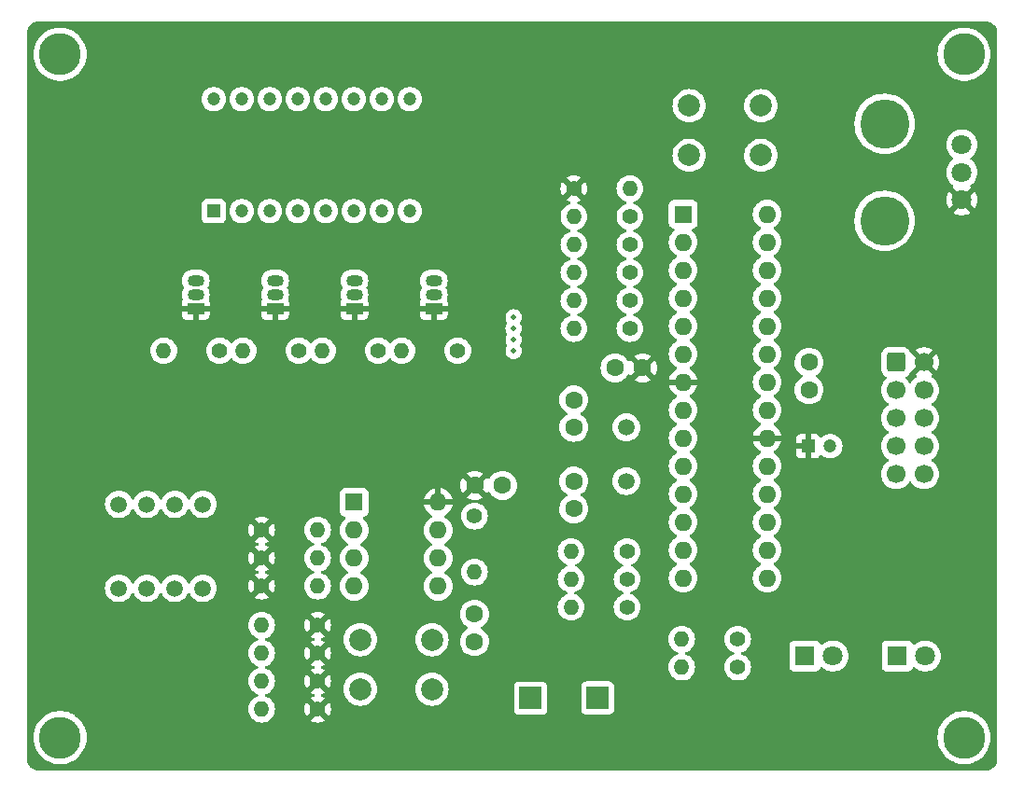
<source format=gbr>
%TF.GenerationSoftware,KiCad,Pcbnew,7.0.0-da2b9df05c~163~ubuntu22.04.1*%
%TF.CreationDate,2023-02-25T19:34:11+08:00*%
%TF.ProjectId,circuit,63697263-7569-4742-9e6b-696361645f70,1.0*%
%TF.SameCoordinates,Original*%
%TF.FileFunction,Copper,L1,Top*%
%TF.FilePolarity,Positive*%
%FSLAX46Y46*%
G04 Gerber Fmt 4.6, Leading zero omitted, Abs format (unit mm)*
G04 Created by KiCad (PCBNEW 7.0.0-da2b9df05c~163~ubuntu22.04.1) date 2023-02-25 19:34:11*
%MOMM*%
%LPD*%
G01*
G04 APERTURE LIST*
G04 Aperture macros list*
%AMRoundRect*
0 Rectangle with rounded corners*
0 $1 Rounding radius*
0 $2 $3 $4 $5 $6 $7 $8 $9 X,Y pos of 4 corners*
0 Add a 4 corners polygon primitive as box body*
4,1,4,$2,$3,$4,$5,$6,$7,$8,$9,$2,$3,0*
0 Add four circle primitives for the rounded corners*
1,1,$1+$1,$2,$3*
1,1,$1+$1,$4,$5*
1,1,$1+$1,$6,$7*
1,1,$1+$1,$8,$9*
0 Add four rect primitives between the rounded corners*
20,1,$1+$1,$2,$3,$4,$5,0*
20,1,$1+$1,$4,$5,$6,$7,0*
20,1,$1+$1,$6,$7,$8,$9,0*
20,1,$1+$1,$8,$9,$2,$3,0*%
G04 Aperture macros list end*
%TA.AperFunction,ComponentPad*%
%ADD10C,1.800000*%
%TD*%
%TA.AperFunction,ComponentPad*%
%ADD11C,4.460000*%
%TD*%
%TA.AperFunction,ComponentPad*%
%ADD12C,1.500000*%
%TD*%
%TA.AperFunction,ComponentPad*%
%ADD13C,1.200000*%
%TD*%
%TA.AperFunction,ComponentPad*%
%ADD14R,1.200000X1.200000*%
%TD*%
%TA.AperFunction,ComponentPad*%
%ADD15C,2.000000*%
%TD*%
%TA.AperFunction,ComponentPad*%
%ADD16C,1.400000*%
%TD*%
%TA.AperFunction,ComponentPad*%
%ADD17O,1.400000X1.400000*%
%TD*%
%TA.AperFunction,ConnectorPad*%
%ADD18C,3.800000*%
%TD*%
%TA.AperFunction,ComponentPad*%
%ADD19C,2.600000*%
%TD*%
%TA.AperFunction,ComponentPad*%
%ADD20C,1.600000*%
%TD*%
%TA.AperFunction,ComponentPad*%
%ADD21R,1.500000X1.050000*%
%TD*%
%TA.AperFunction,ComponentPad*%
%ADD22O,1.500000X1.050000*%
%TD*%
%TA.AperFunction,ComponentPad*%
%ADD23R,1.600000X1.600000*%
%TD*%
%TA.AperFunction,ComponentPad*%
%ADD24O,1.600000X1.600000*%
%TD*%
%TA.AperFunction,ComponentPad*%
%ADD25R,2.000000X2.000000*%
%TD*%
%TA.AperFunction,ComponentPad*%
%ADD26R,1.800000X1.800000*%
%TD*%
%TA.AperFunction,ComponentPad*%
%ADD27C,1.700000*%
%TD*%
%TA.AperFunction,ComponentPad*%
%ADD28RoundRect,0.250000X-0.600000X-0.600000X0.600000X-0.600000X0.600000X0.600000X-0.600000X0.600000X0*%
%TD*%
%TA.AperFunction,ViaPad*%
%ADD29C,0.475000*%
%TD*%
G04 APERTURE END LIST*
D10*
%TO.P,VR1,1,1*%
%TO.N,VCC*%
X142748000Y-41148000D03*
%TO.P,VR1,2,2*%
%TO.N,Net-(U1-PC4)*%
X142748000Y-38648000D03*
%TO.P,VR1,3,3*%
%TO.N,GND*%
X142748000Y-36148000D03*
D11*
%TO.P,VR1,4,4*%
%TO.N,unconnected-(VR1-Pad4)*%
X135748000Y-43048000D03*
%TO.P,VR1,5,5*%
%TO.N,unconnected-(VR1-Pad5)*%
X135748000Y-34248000D03*
%TD*%
D12*
%TO.P,SW2,1,COM1*%
%TO.N,Net-(SW2-COM1)*%
X66294000Y-76395000D03*
%TO.P,SW2,2,COM2*%
%TO.N,Net-(SW2-COM2)*%
X68834000Y-76395000D03*
%TO.P,SW2,3,COM3*%
%TO.N,Net-(SW2-COM3)*%
X71374000Y-76395000D03*
%TO.P,SW2,4,COM4*%
%TO.N,Net-(SW2-COM4)*%
X73914000Y-76395000D03*
%TO.P,SW2,5,NO1*%
%TO.N,Net-(SW2-NO1)*%
X66294000Y-68775000D03*
%TO.P,SW2,6,NO2*%
X68834000Y-68775000D03*
%TO.P,SW2,7,NO3*%
X71374000Y-68775000D03*
%TO.P,SW2,8,NO4*%
X73914000Y-68775000D03*
%TD*%
D13*
%TO.P,C7,2*%
%TO.N,GND*%
X130810000Y-63500000D03*
D14*
%TO.P,C7,1*%
%TO.N,VCC*%
X128809999Y-63499999D03*
%TD*%
%TO.P,U2,1,COMMON_ANODE_DIGIT_1*%
%TO.N,Net-(Q1-C)*%
X74899999Y-42159999D03*
D13*
%TO.P,U2,2,COMMON_ANODE_DIGIT_2*%
%TO.N,Net-(Q2-C)*%
X77440000Y-42160000D03*
%TO.P,U2,3,CATHODE_D*%
%TO.N,Net-(U2-CATHODE_D)*%
X79980000Y-42160000D03*
%TO.P,U2,4,COMMON_ANODE_L1L2L3*%
%TO.N,unconnected-(U2-COMMON_ANODE_L1L2L3-Pad4)*%
X82520000Y-42160000D03*
%TO.P,U2,5,CATHODE_E*%
%TO.N,Net-(U2-CATHODE_E)*%
X85060000Y-42160000D03*
%TO.P,U2,6,COMMON_ANODE_DIGIT_3*%
%TO.N,Net-(Q3-C)*%
X87600000Y-42160000D03*
%TO.P,U2,7,CATHODE_DP*%
%TO.N,Net-(U2-CATHODE_DP)*%
X90140000Y-42160000D03*
%TO.P,U2,8,COMMON_ANODE_DIGIT_4*%
%TO.N,Net-(Q4-C)*%
X92680000Y-42160000D03*
%TO.P,U2,9,NO_CONNECTION*%
%TO.N,unconnected-(U2-NO_CONNECTION-Pad9)*%
X92680000Y-32000000D03*
%TO.P,U2,10,NO_PIN_1*%
%TO.N,unconnected-(U2-NO_PIN_1-Pad10)*%
X90140000Y-32000000D03*
%TO.P,U2,11,CATHODE_F*%
%TO.N,Net-(U2-CATHODE_F)*%
X87600000Y-32000000D03*
%TO.P,U2,12,NO_PIN_2*%
%TO.N,unconnected-(U2-NO_PIN_2-Pad12)*%
X85060000Y-32000000D03*
%TO.P,U2,13,CATHODE_CL3*%
%TO.N,Net-(U2-CATHODE_CL3)*%
X82520000Y-32000000D03*
%TO.P,U2,14,CATHODE_AL1*%
%TO.N,Net-(U2-CATHODE_AL1)*%
X79980000Y-32000000D03*
%TO.P,U2,15,CATHODE_G*%
%TO.N,Net-(U2-CATHODE_G)*%
X77440000Y-32000000D03*
%TO.P,U2,16,CATHODE_BL2*%
%TO.N,Net-(U2-CATHODE_BL2)*%
X74900000Y-32000000D03*
%TD*%
D15*
%TO.P,SW3,1,1*%
%TO.N,Net-(U3-R)*%
X88190000Y-81062000D03*
X94690000Y-81062000D03*
%TO.P,SW3,2,2*%
%TO.N,GND*%
X88190000Y-85562000D03*
X94690000Y-85562000D03*
%TD*%
%TO.P,SW1,1,1*%
%TO.N,GND*%
X118025000Y-32600000D03*
X124525000Y-32600000D03*
%TO.P,SW1,2,2*%
%TO.N,~{RESET}*%
X118025000Y-37100000D03*
X124525000Y-37100000D03*
%TD*%
D16*
%TO.P,R21,1*%
%TO.N,VCC*%
X79248000Y-76200000D03*
D17*
%TO.P,R21,2*%
%TO.N,Net-(U3-R)*%
X84327999Y-76199999D03*
%TD*%
D16*
%TO.P,R12,1*%
%TO.N,VCC*%
X84328000Y-79756000D03*
D17*
%TO.P,R12,2*%
%TO.N,Net-(SW2-COM4)*%
X79247999Y-79755999D03*
%TD*%
D16*
%TO.P,R4,1*%
%TO.N,/A*%
X112639000Y-47752000D03*
D17*
%TO.P,R4,2*%
%TO.N,Net-(U2-CATHODE_AL1)*%
X107558999Y-47751999D03*
%TD*%
D16*
%TO.P,R10,1*%
%TO.N,/G*%
X112639000Y-50292000D03*
D17*
%TO.P,R10,2*%
%TO.N,Net-(U2-CATHODE_G)*%
X107558999Y-50291999D03*
%TD*%
D16*
%TO.P,R20,1*%
%TO.N,~{DIGIT_1}*%
X82637291Y-54840000D03*
D17*
%TO.P,R20,2*%
%TO.N,Net-(Q2-B)*%
X77557290Y-54839999D03*
%TD*%
D16*
%TO.P,R22,1*%
%TO.N,~{DIGIT_2}*%
X89833957Y-54840000D03*
D17*
%TO.P,R22,2*%
%TO.N,Net-(Q3-B)*%
X84753956Y-54839999D03*
%TD*%
D18*
%TO.P,H2,1*%
%TO.N,N/C*%
X142960000Y-89940000D03*
D19*
X142960000Y-89940000D03*
%TD*%
D16*
%TO.P,R11,1*%
%TO.N,/DEC*%
X112385000Y-78105000D03*
D17*
%TO.P,R11,2*%
%TO.N,Net-(U2-CATHODE_DP)*%
X107304999Y-78104999D03*
%TD*%
D18*
%TO.P,H4,1*%
%TO.N,N/C*%
X142960000Y-27940000D03*
D19*
X142960000Y-27940000D03*
%TD*%
D20*
%TO.P,C4,1*%
%TO.N,Net-(U3-THR)*%
X98552000Y-78740000D03*
%TO.P,C4,2*%
%TO.N,GND*%
X98552000Y-81240000D03*
%TD*%
D12*
%TO.P,Y1,1,1*%
%TO.N,Net-(U1-PB7{slash}XTAL2)*%
X112317750Y-66675000D03*
%TO.P,Y1,2,2*%
%TO.N,Net-(U1-PB6{slash}XTAL1)*%
X112317750Y-61795000D03*
%TD*%
D16*
%TO.P,R5,1*%
%TO.N,/B*%
X112639000Y-52832000D03*
D17*
%TO.P,R5,2*%
%TO.N,Net-(U2-CATHODE_BL2)*%
X107558999Y-52831999D03*
%TD*%
D20*
%TO.P,C2,1*%
%TO.N,GND*%
X107559000Y-69175000D03*
%TO.P,C2,2*%
%TO.N,Net-(U1-PB7{slash}XTAL2)*%
X107559000Y-66675000D03*
%TD*%
D16*
%TO.P,R6,1*%
%TO.N,/C*%
X112639000Y-45212000D03*
D17*
%TO.P,R6,2*%
%TO.N,Net-(U2-CATHODE_CL3)*%
X107558999Y-45211999D03*
%TD*%
D21*
%TO.P,Q4,1,E*%
%TO.N,VCC*%
X94850624Y-51029999D03*
D22*
%TO.P,Q4,2,B*%
%TO.N,Net-(Q4-B)*%
X94850624Y-49759999D03*
%TO.P,Q4,3,C*%
%TO.N,Net-(Q4-C)*%
X94850624Y-48489999D03*
%TD*%
D23*
%TO.P,U3,1,GND*%
%TO.N,GND*%
X87639999Y-68589999D03*
D24*
%TO.P,U3,2,TR*%
%TO.N,Net-(U3-THR)*%
X87639999Y-71129999D03*
%TO.P,U3,3,Q*%
%TO.N,Frequency*%
X87639999Y-73669999D03*
%TO.P,U3,4,R*%
%TO.N,Net-(U3-R)*%
X87639999Y-76209999D03*
%TO.P,U3,5,CV*%
%TO.N,unconnected-(U3-CV-Pad5)*%
X95259999Y-76209999D03*
%TO.P,U3,6,THR*%
%TO.N,Net-(U3-THR)*%
X95259999Y-73669999D03*
%TO.P,U3,7,DIS*%
%TO.N,Net-(SW2-NO1)*%
X95259999Y-71129999D03*
%TO.P,U3,8,VCC*%
%TO.N,VCC*%
X95259999Y-68589999D03*
%TD*%
D23*
%TO.P,U1,1,PC6/~{RESET}*%
%TO.N,~{RESET}*%
X117474999Y-42439999D03*
D24*
%TO.P,U1,2,PD0*%
%TO.N,/F*%
X117474999Y-44979999D03*
%TO.P,U1,3,PD1*%
%TO.N,/C*%
X117474999Y-47519999D03*
%TO.P,U1,4,PD2*%
%TO.N,/A*%
X117474999Y-50059999D03*
%TO.P,U1,5,PD3*%
%TO.N,/G*%
X117474999Y-52599999D03*
%TO.P,U1,6,PD4*%
%TO.N,/B*%
X117474999Y-55139999D03*
%TO.P,U1,7,VCC*%
%TO.N,VCC*%
X117474999Y-57679999D03*
%TO.P,U1,8,GND*%
%TO.N,GND*%
X117474999Y-60219999D03*
%TO.P,U1,9,PB6/XTAL1*%
%TO.N,Net-(U1-PB6{slash}XTAL1)*%
X117474999Y-62759999D03*
%TO.P,U1,10,PB7/XTAL2*%
%TO.N,Net-(U1-PB7{slash}XTAL2)*%
X117474999Y-65299999D03*
%TO.P,U1,11,PD5*%
%TO.N,/D*%
X117474999Y-67839999D03*
%TO.P,U1,12,PD6*%
%TO.N,/E*%
X117474999Y-70379999D03*
%TO.P,U1,13,PD7*%
%TO.N,/DEC*%
X117474999Y-72919999D03*
%TO.P,U1,14,PB0*%
%TO.N,Frequency*%
X117474999Y-75459999D03*
%TO.P,U1,15,PB1*%
%TO.N,Net-(D2-A)*%
X125094999Y-75459999D03*
%TO.P,U1,16,PB2*%
%TO.N,Net-(D1-A)*%
X125094999Y-72919999D03*
%TO.P,U1,17,PB3*%
%TO.N,MOSI*%
X125094999Y-70379999D03*
%TO.P,U1,18,PB4*%
%TO.N,MISO*%
X125094999Y-67839999D03*
%TO.P,U1,19,PB5*%
%TO.N,SCK*%
X125094999Y-65299999D03*
%TO.P,U1,20,AVCC*%
%TO.N,VCC*%
X125094999Y-62759999D03*
%TO.P,U1,21,AREF*%
%TO.N,Net-(U1-AREF)*%
X125094999Y-60219999D03*
%TO.P,U1,22,AGND*%
%TO.N,GND*%
X125094999Y-57679999D03*
%TO.P,U1,23,PC0*%
%TO.N,~{DIGIT_0}*%
X125094999Y-55139999D03*
%TO.P,U1,24,PC1*%
%TO.N,~{DIGIT_1}*%
X125094999Y-52599999D03*
%TO.P,U1,25,PC2*%
%TO.N,~{DIGIT_2}*%
X125094999Y-50059999D03*
%TO.P,U1,26,PC3*%
%TO.N,~{DIGIT_3}*%
X125094999Y-47519999D03*
%TO.P,U1,27,PC4*%
%TO.N,Net-(U1-PC4)*%
X125094999Y-44979999D03*
%TO.P,U1,28,PC5*%
%TO.N,unconnected-(U1-PC5-Pad28)*%
X125094999Y-42439999D03*
%TD*%
D16*
%TO.P,R2,1*%
%TO.N,Net-(D1-K)*%
X122428000Y-83554000D03*
D17*
%TO.P,R2,2*%
%TO.N,GND*%
X117347999Y-83553999D03*
%TD*%
D20*
%TO.P,C3,1*%
%TO.N,GND*%
X128895000Y-55880000D03*
%TO.P,C3,2*%
%TO.N,Net-(U1-AREF)*%
X128895000Y-58380000D03*
%TD*%
D16*
%TO.P,R18,1*%
%TO.N,VCC*%
X79248000Y-73660000D03*
D17*
%TO.P,R18,2*%
%TO.N,Frequency*%
X84327999Y-73659999D03*
%TD*%
D16*
%TO.P,R7,1*%
%TO.N,/D*%
X112385000Y-73063000D03*
D17*
%TO.P,R7,2*%
%TO.N,Net-(U2-CATHODE_D)*%
X107304999Y-73062999D03*
%TD*%
D20*
%TO.P,C5,1*%
%TO.N,VCC*%
X98584000Y-67056000D03*
%TO.P,C5,2*%
%TO.N,GND*%
X101084000Y-67056000D03*
%TD*%
D25*
%TO.P,TP2,1,1*%
%TO.N,Frequency*%
X109727999Y-86359999D03*
%TD*%
D16*
%TO.P,R8,1*%
%TO.N,/E*%
X112385000Y-75565000D03*
D17*
%TO.P,R8,2*%
%TO.N,Net-(U2-CATHODE_E)*%
X107304999Y-75564999D03*
%TD*%
D18*
%TO.P,H3,1*%
%TO.N,N/C*%
X60960000Y-27940000D03*
D19*
X60960000Y-27940000D03*
%TD*%
D16*
%TO.P,R13,1*%
%TO.N,VCC*%
X84328000Y-82296000D03*
D17*
%TO.P,R13,2*%
%TO.N,Net-(SW2-COM3)*%
X79247999Y-82295999D03*
%TD*%
D16*
%TO.P,R19,1*%
%TO.N,~{DIGIT_0}*%
X75440625Y-54840000D03*
D17*
%TO.P,R19,2*%
%TO.N,Net-(Q1-B)*%
X70360624Y-54839999D03*
%TD*%
D16*
%TO.P,R17,1*%
%TO.N,Net-(SW2-NO1)*%
X98552000Y-69850000D03*
D17*
%TO.P,R17,2*%
%TO.N,Net-(U3-THR)*%
X98551999Y-74929999D03*
%TD*%
D16*
%TO.P,R9,1*%
%TO.N,/F*%
X112649000Y-42672000D03*
D17*
%TO.P,R9,2*%
%TO.N,Net-(U2-CATHODE_F)*%
X107568999Y-42671999D03*
%TD*%
D20*
%TO.P,C6,1*%
%TO.N,VCC*%
X113792000Y-56388000D03*
%TO.P,C6,2*%
%TO.N,GND*%
X111292000Y-56388000D03*
%TD*%
D16*
%TO.P,R1,1*%
%TO.N,VCC*%
X107559000Y-40132000D03*
D17*
%TO.P,R1,2*%
%TO.N,~{RESET}*%
X112638999Y-40131999D03*
%TD*%
D21*
%TO.P,Q1,1,E*%
%TO.N,VCC*%
X73260624Y-51029999D03*
D22*
%TO.P,Q1,2,B*%
%TO.N,Net-(Q1-B)*%
X73260624Y-49759999D03*
%TO.P,Q1,3,C*%
%TO.N,Net-(Q1-C)*%
X73260624Y-48489999D03*
%TD*%
D16*
%TO.P,R3,1*%
%TO.N,Net-(D2-K)*%
X122428000Y-81026000D03*
D17*
%TO.P,R3,2*%
%TO.N,GND*%
X117347999Y-81025999D03*
%TD*%
D16*
%TO.P,R23,1*%
%TO.N,~{DIGIT_3}*%
X97030625Y-54840000D03*
D17*
%TO.P,R23,2*%
%TO.N,Net-(Q4-B)*%
X91950624Y-54839999D03*
%TD*%
D18*
%TO.P,H1,1*%
%TO.N,N/C*%
X60960000Y-89940000D03*
D19*
X60960000Y-89940000D03*
%TD*%
D21*
%TO.P,Q3,1,E*%
%TO.N,VCC*%
X87653956Y-51029999D03*
D22*
%TO.P,Q3,2,B*%
%TO.N,Net-(Q3-B)*%
X87653956Y-49759999D03*
%TO.P,Q3,3,C*%
%TO.N,Net-(Q3-C)*%
X87653956Y-48489999D03*
%TD*%
D16*
%TO.P,R15,1*%
%TO.N,VCC*%
X84328000Y-87376000D03*
D17*
%TO.P,R15,2*%
%TO.N,Net-(SW2-COM1)*%
X79247999Y-87375999D03*
%TD*%
D21*
%TO.P,Q2,1,E*%
%TO.N,VCC*%
X80457290Y-51029999D03*
D22*
%TO.P,Q2,2,B*%
%TO.N,Net-(Q2-B)*%
X80457290Y-49759999D03*
%TO.P,Q2,3,C*%
%TO.N,Net-(Q2-C)*%
X80457290Y-48489999D03*
%TD*%
D26*
%TO.P,D2,1,K*%
%TO.N,Net-(D2-K)*%
X128523999Y-82549999D03*
D10*
%TO.P,D2,2,A*%
%TO.N,Net-(D2-A)*%
X131064000Y-82550000D03*
%TD*%
D20*
%TO.P,C1,1*%
%TO.N,Net-(U1-PB6{slash}XTAL1)*%
X107559000Y-61795000D03*
%TO.P,C1,2*%
%TO.N,GND*%
X107559000Y-59295000D03*
%TD*%
D27*
%TO.P,J1,10,GND*%
%TO.N,GND*%
X139330000Y-66040000D03*
%TO.P,J1,9,MISO*%
%TO.N,MISO*%
X136790000Y-66040000D03*
%TO.P,J1,8,GND*%
%TO.N,GND*%
X139330000Y-63500000D03*
%TO.P,J1,7,SCK*%
%TO.N,SCK*%
X136790000Y-63500000D03*
%TO.P,J1,6,GND*%
%TO.N,GND*%
X139330000Y-60960000D03*
%TO.P,J1,5,~{RST}*%
%TO.N,~{RESET}*%
X136790000Y-60960000D03*
%TO.P,J1,4,GND*%
%TO.N,GND*%
X139330000Y-58420000D03*
%TO.P,J1,3,NC*%
%TO.N,unconnected-(J1-NC-Pad3)*%
X136790000Y-58420000D03*
%TO.P,J1,2,VCC*%
%TO.N,VCC*%
X139330000Y-55880000D03*
D28*
%TO.P,J1,1,MOSI*%
%TO.N,MOSI*%
X136790000Y-55880000D03*
%TD*%
D16*
%TO.P,R14,1*%
%TO.N,VCC*%
X84328000Y-84836000D03*
D17*
%TO.P,R14,2*%
%TO.N,Net-(SW2-COM2)*%
X79247999Y-84835999D03*
%TD*%
D26*
%TO.P,D1,1,K*%
%TO.N,Net-(D1-K)*%
X136900999Y-82549999D03*
D10*
%TO.P,D1,2,A*%
%TO.N,Net-(D1-A)*%
X139441000Y-82550000D03*
%TD*%
D25*
%TO.P,TP1,1,1*%
%TO.N,GND*%
X103631999Y-86373999D03*
%TD*%
D16*
%TO.P,R16,1*%
%TO.N,VCC*%
X79248000Y-71120000D03*
D17*
%TO.P,R16,2*%
%TO.N,Net-(SW2-NO1)*%
X84327999Y-71119999D03*
%TD*%
D29*
%TO.N,~{DIGIT_0}*%
X102108000Y-54864000D03*
%TO.N,~{DIGIT_1}*%
X102108000Y-53848000D03*
%TO.N,~{DIGIT_2}*%
X102108000Y-52832000D03*
%TO.N,~{DIGIT_3}*%
X102108000Y-51816000D03*
%TD*%
%TA.AperFunction,Conductor*%
%TO.N,VCC*%
G36*
X144965474Y-24940978D02*
G01*
X145122582Y-24954724D01*
X145144208Y-24958538D01*
X145176813Y-24967274D01*
X145291206Y-24997925D01*
X145311837Y-25005434D01*
X145375201Y-25034981D01*
X145449760Y-25069750D01*
X145468780Y-25080731D01*
X145593439Y-25168018D01*
X145610263Y-25182136D01*
X145717863Y-25289736D01*
X145731981Y-25306560D01*
X145819268Y-25431219D01*
X145830249Y-25450239D01*
X145894563Y-25588158D01*
X145902076Y-25608799D01*
X145941461Y-25755791D01*
X145945274Y-25777419D01*
X145959020Y-25934525D01*
X145959500Y-25945507D01*
X145959500Y-91934493D01*
X145959020Y-91945475D01*
X145945274Y-92102580D01*
X145941461Y-92124208D01*
X145902076Y-92271200D01*
X145894563Y-92291841D01*
X145830249Y-92429760D01*
X145819268Y-92448780D01*
X145731981Y-92573439D01*
X145717863Y-92590263D01*
X145610263Y-92697863D01*
X145593439Y-92711981D01*
X145468780Y-92799268D01*
X145449760Y-92810249D01*
X145311841Y-92874563D01*
X145291200Y-92882076D01*
X145144208Y-92921461D01*
X145122580Y-92925274D01*
X144965475Y-92939020D01*
X144954493Y-92939500D01*
X58965507Y-92939500D01*
X58954525Y-92939020D01*
X58797419Y-92925274D01*
X58775791Y-92921461D01*
X58628799Y-92882076D01*
X58608158Y-92874563D01*
X58470239Y-92810249D01*
X58451219Y-92799268D01*
X58326560Y-92711981D01*
X58309736Y-92697863D01*
X58202136Y-92590263D01*
X58188018Y-92573439D01*
X58100731Y-92448780D01*
X58089750Y-92429760D01*
X58034376Y-92311013D01*
X58025434Y-92291837D01*
X58017925Y-92271206D01*
X57987274Y-92156813D01*
X57978538Y-92124208D01*
X57974724Y-92102580D01*
X57960979Y-91945475D01*
X57960500Y-91934493D01*
X57960500Y-89940000D01*
X58546738Y-89940000D01*
X58546987Y-89943958D01*
X58565517Y-90238499D01*
X58565518Y-90238509D01*
X58565767Y-90242462D01*
X58566508Y-90246350D01*
X58566510Y-90246360D01*
X58621810Y-90536253D01*
X58621813Y-90536265D01*
X58622555Y-90540154D01*
X58623777Y-90543916D01*
X58623781Y-90543930D01*
X58714980Y-90824608D01*
X58716206Y-90828381D01*
X58845242Y-91102598D01*
X58911097Y-91206369D01*
X59005507Y-91355136D01*
X59005513Y-91355145D01*
X59007630Y-91358480D01*
X59200808Y-91591992D01*
X59421729Y-91799450D01*
X59666910Y-91977584D01*
X59670381Y-91979492D01*
X59914249Y-92113561D01*
X59932483Y-92123585D01*
X60214261Y-92235149D01*
X60507800Y-92310516D01*
X60808470Y-92348500D01*
X61107571Y-92348500D01*
X61111530Y-92348500D01*
X61412200Y-92310516D01*
X61705739Y-92235149D01*
X61987517Y-92123585D01*
X62253090Y-91977584D01*
X62498271Y-91799450D01*
X62719192Y-91591992D01*
X62912370Y-91358480D01*
X63074758Y-91102598D01*
X63203794Y-90828381D01*
X63297445Y-90540154D01*
X63354233Y-90242462D01*
X63373262Y-89940000D01*
X140546738Y-89940000D01*
X140546987Y-89943958D01*
X140565517Y-90238499D01*
X140565518Y-90238509D01*
X140565767Y-90242462D01*
X140566508Y-90246350D01*
X140566510Y-90246360D01*
X140621810Y-90536253D01*
X140621813Y-90536265D01*
X140622555Y-90540154D01*
X140623777Y-90543916D01*
X140623781Y-90543930D01*
X140714980Y-90824608D01*
X140716206Y-90828381D01*
X140845242Y-91102598D01*
X140911097Y-91206369D01*
X141005507Y-91355136D01*
X141005513Y-91355145D01*
X141007630Y-91358480D01*
X141200808Y-91591992D01*
X141421729Y-91799450D01*
X141666910Y-91977584D01*
X141670381Y-91979492D01*
X141914249Y-92113561D01*
X141932483Y-92123585D01*
X142214261Y-92235149D01*
X142507800Y-92310516D01*
X142808470Y-92348500D01*
X143107571Y-92348500D01*
X143111530Y-92348500D01*
X143412200Y-92310516D01*
X143705739Y-92235149D01*
X143987517Y-92123585D01*
X144253090Y-91977584D01*
X144498271Y-91799450D01*
X144719192Y-91591992D01*
X144912370Y-91358480D01*
X145074758Y-91102598D01*
X145203794Y-90828381D01*
X145297445Y-90540154D01*
X145354233Y-90242462D01*
X145373262Y-89940000D01*
X145354233Y-89637538D01*
X145297445Y-89339846D01*
X145203794Y-89051619D01*
X145074758Y-88777402D01*
X144943562Y-88570671D01*
X144914492Y-88524863D01*
X144914488Y-88524857D01*
X144912370Y-88521520D01*
X144908943Y-88517378D01*
X144721716Y-88291059D01*
X144719192Y-88288008D01*
X144498271Y-88080550D01*
X144495067Y-88078222D01*
X144256292Y-87904742D01*
X144256287Y-87904739D01*
X144253090Y-87902416D01*
X144249618Y-87900507D01*
X143990985Y-87758321D01*
X143990977Y-87758317D01*
X143987517Y-87756415D01*
X143939140Y-87737261D01*
X143709408Y-87646303D01*
X143709398Y-87646299D01*
X143705739Y-87644851D01*
X143680300Y-87638319D01*
X143416035Y-87570468D01*
X143416025Y-87570466D01*
X143412200Y-87569484D01*
X143408275Y-87568988D01*
X143408264Y-87568986D01*
X143115461Y-87531996D01*
X143115451Y-87531995D01*
X143111530Y-87531500D01*
X142808470Y-87531500D01*
X142804549Y-87531995D01*
X142804538Y-87531996D01*
X142511735Y-87568986D01*
X142511721Y-87568988D01*
X142507800Y-87569484D01*
X142503977Y-87570465D01*
X142503964Y-87570468D01*
X142218081Y-87643870D01*
X142218078Y-87643870D01*
X142214261Y-87644851D01*
X142210605Y-87646298D01*
X142210591Y-87646303D01*
X141936157Y-87754960D01*
X141936152Y-87754962D01*
X141932483Y-87756415D01*
X141929028Y-87758314D01*
X141929014Y-87758321D01*
X141670381Y-87900507D01*
X141670371Y-87900512D01*
X141666910Y-87902416D01*
X141663719Y-87904734D01*
X141663707Y-87904742D01*
X141424932Y-88078222D01*
X141424923Y-88078229D01*
X141421729Y-88080550D01*
X141418851Y-88083252D01*
X141418842Y-88083260D01*
X141203694Y-88285297D01*
X141203687Y-88285304D01*
X141200808Y-88288008D01*
X141198291Y-88291050D01*
X141198283Y-88291059D01*
X141010152Y-88518470D01*
X141010143Y-88518481D01*
X141007630Y-88521520D01*
X141005518Y-88524847D01*
X141005507Y-88524863D01*
X140847366Y-88774055D01*
X140845242Y-88777402D01*
X140843557Y-88780980D01*
X140843554Y-88780988D01*
X140717895Y-89048028D01*
X140717890Y-89048038D01*
X140716206Y-89051619D01*
X140714982Y-89055385D01*
X140714980Y-89055391D01*
X140623781Y-89336069D01*
X140623776Y-89336086D01*
X140622555Y-89339846D01*
X140621814Y-89343730D01*
X140621810Y-89343746D01*
X140566510Y-89633639D01*
X140566508Y-89633651D01*
X140565767Y-89637538D01*
X140565518Y-89641488D01*
X140565517Y-89641500D01*
X140546987Y-89936042D01*
X140546738Y-89940000D01*
X63373262Y-89940000D01*
X63354233Y-89637538D01*
X63297445Y-89339846D01*
X63203794Y-89051619D01*
X63074758Y-88777402D01*
X62943562Y-88570671D01*
X62914492Y-88524863D01*
X62914488Y-88524857D01*
X62912370Y-88521520D01*
X62908943Y-88517378D01*
X62721716Y-88291059D01*
X62719192Y-88288008D01*
X62498271Y-88080550D01*
X62495067Y-88078222D01*
X62256292Y-87904742D01*
X62256287Y-87904739D01*
X62253090Y-87902416D01*
X62249618Y-87900507D01*
X61990985Y-87758321D01*
X61990977Y-87758317D01*
X61987517Y-87756415D01*
X61939140Y-87737261D01*
X61709408Y-87646303D01*
X61709398Y-87646299D01*
X61705739Y-87644851D01*
X61680300Y-87638319D01*
X61416035Y-87570468D01*
X61416025Y-87570466D01*
X61412200Y-87569484D01*
X61408275Y-87568988D01*
X61408264Y-87568986D01*
X61115461Y-87531996D01*
X61115451Y-87531995D01*
X61111530Y-87531500D01*
X60808470Y-87531500D01*
X60804549Y-87531995D01*
X60804538Y-87531996D01*
X60511735Y-87568986D01*
X60511721Y-87568988D01*
X60507800Y-87569484D01*
X60503977Y-87570465D01*
X60503964Y-87570468D01*
X60218081Y-87643870D01*
X60218078Y-87643870D01*
X60214261Y-87644851D01*
X60210605Y-87646298D01*
X60210591Y-87646303D01*
X59936157Y-87754960D01*
X59936152Y-87754962D01*
X59932483Y-87756415D01*
X59929028Y-87758314D01*
X59929014Y-87758321D01*
X59670381Y-87900507D01*
X59670371Y-87900512D01*
X59666910Y-87902416D01*
X59663719Y-87904734D01*
X59663707Y-87904742D01*
X59424932Y-88078222D01*
X59424923Y-88078229D01*
X59421729Y-88080550D01*
X59418851Y-88083252D01*
X59418842Y-88083260D01*
X59203694Y-88285297D01*
X59203687Y-88285304D01*
X59200808Y-88288008D01*
X59198291Y-88291050D01*
X59198283Y-88291059D01*
X59010152Y-88518470D01*
X59010143Y-88518481D01*
X59007630Y-88521520D01*
X59005518Y-88524847D01*
X59005507Y-88524863D01*
X58847366Y-88774055D01*
X58845242Y-88777402D01*
X58843557Y-88780980D01*
X58843554Y-88780988D01*
X58717895Y-89048028D01*
X58717890Y-89048038D01*
X58716206Y-89051619D01*
X58714982Y-89055385D01*
X58714980Y-89055391D01*
X58623781Y-89336069D01*
X58623776Y-89336086D01*
X58622555Y-89339846D01*
X58621814Y-89343730D01*
X58621810Y-89343746D01*
X58566510Y-89633639D01*
X58566508Y-89633651D01*
X58565767Y-89637538D01*
X58565518Y-89641488D01*
X58565517Y-89641500D01*
X58546987Y-89936042D01*
X58546738Y-89940000D01*
X57960500Y-89940000D01*
X57960500Y-87376000D01*
X78034884Y-87376000D01*
X78035363Y-87381475D01*
X78051897Y-87570468D01*
X78053314Y-87586655D01*
X78108044Y-87790910D01*
X78110366Y-87795890D01*
X78110367Y-87795892D01*
X78194966Y-87977316D01*
X78197411Y-87982558D01*
X78200563Y-87987059D01*
X78200565Y-87987063D01*
X78315539Y-88151264D01*
X78315543Y-88151268D01*
X78318699Y-88155776D01*
X78468224Y-88305301D01*
X78472732Y-88308457D01*
X78472735Y-88308460D01*
X78590571Y-88390969D01*
X78641442Y-88426589D01*
X78833090Y-88515956D01*
X79037345Y-88570686D01*
X79248000Y-88589116D01*
X79458655Y-88570686D01*
X79662910Y-88515956D01*
X79854558Y-88426589D01*
X79905429Y-88390969D01*
X83675662Y-88390969D01*
X83683214Y-88399211D01*
X83717186Y-88422999D01*
X83726679Y-88428480D01*
X83908276Y-88513159D01*
X83918571Y-88516906D01*
X84112122Y-88568769D01*
X84122909Y-88570671D01*
X84322525Y-88588135D01*
X84333475Y-88588135D01*
X84533090Y-88570671D01*
X84543877Y-88568769D01*
X84737428Y-88516906D01*
X84747723Y-88513159D01*
X84929323Y-88428479D01*
X84938808Y-88423002D01*
X84972784Y-88399211D01*
X84980336Y-88390969D01*
X84974326Y-88381536D01*
X84339729Y-87746939D01*
X84327999Y-87740167D01*
X84316271Y-87746938D01*
X83681669Y-88381539D01*
X83675662Y-88390969D01*
X79905429Y-88390969D01*
X80027776Y-88305301D01*
X80177301Y-88155776D01*
X80298589Y-87982558D01*
X80387956Y-87790910D01*
X80442686Y-87586655D01*
X80460637Y-87381475D01*
X83115865Y-87381475D01*
X83133328Y-87581090D01*
X83135230Y-87591877D01*
X83187093Y-87785428D01*
X83190840Y-87795723D01*
X83275517Y-87977316D01*
X83281000Y-87986813D01*
X83304788Y-88020785D01*
X83313029Y-88028336D01*
X83322459Y-88022329D01*
X83957059Y-87387730D01*
X83963832Y-87375999D01*
X84692167Y-87375999D01*
X84698939Y-87387729D01*
X85333536Y-88022326D01*
X85342969Y-88028336D01*
X85351211Y-88020784D01*
X85375002Y-87986808D01*
X85380479Y-87977323D01*
X85465159Y-87795723D01*
X85468906Y-87785428D01*
X85520769Y-87591877D01*
X85522671Y-87581090D01*
X85536534Y-87422638D01*
X102123500Y-87422638D01*
X102123859Y-87425985D01*
X102123860Y-87425988D01*
X102129168Y-87475367D01*
X102129169Y-87475373D01*
X102130011Y-87483201D01*
X102132762Y-87490578D01*
X102132763Y-87490580D01*
X102177962Y-87611763D01*
X102177964Y-87611766D01*
X102181111Y-87620204D01*
X102186508Y-87627414D01*
X102186510Y-87627417D01*
X102263340Y-87730049D01*
X102268739Y-87737261D01*
X102275950Y-87742659D01*
X102359880Y-87805489D01*
X102385796Y-87824889D01*
X102522799Y-87875989D01*
X102583362Y-87882500D01*
X104677269Y-87882500D01*
X104680638Y-87882500D01*
X104741201Y-87875989D01*
X104878204Y-87824889D01*
X104995261Y-87737261D01*
X105082889Y-87620204D01*
X105133989Y-87483201D01*
X105140500Y-87422638D01*
X105140500Y-87408638D01*
X108219500Y-87408638D01*
X108219859Y-87411985D01*
X108219860Y-87411988D01*
X108225168Y-87461367D01*
X108225169Y-87461373D01*
X108226011Y-87469201D01*
X108228762Y-87476578D01*
X108228763Y-87476580D01*
X108273962Y-87597763D01*
X108273964Y-87597766D01*
X108277111Y-87606204D01*
X108282508Y-87613414D01*
X108282510Y-87613417D01*
X108359340Y-87716049D01*
X108364739Y-87723261D01*
X108371950Y-87728659D01*
X108461536Y-87795723D01*
X108481796Y-87810889D01*
X108618799Y-87861989D01*
X108679362Y-87868500D01*
X110773269Y-87868500D01*
X110776638Y-87868500D01*
X110837201Y-87861989D01*
X110974204Y-87810889D01*
X111091261Y-87723261D01*
X111178889Y-87606204D01*
X111229989Y-87469201D01*
X111236500Y-87408638D01*
X111236500Y-85311362D01*
X111229989Y-85250799D01*
X111178889Y-85113796D01*
X111091261Y-84996739D01*
X111084049Y-84991340D01*
X110981417Y-84914510D01*
X110981414Y-84914508D01*
X110974204Y-84909111D01*
X110965766Y-84905964D01*
X110965763Y-84905962D01*
X110844580Y-84860763D01*
X110844578Y-84860762D01*
X110837201Y-84858011D01*
X110829373Y-84857169D01*
X110829367Y-84857168D01*
X110779988Y-84851860D01*
X110779985Y-84851859D01*
X110776638Y-84851500D01*
X108679362Y-84851500D01*
X108676015Y-84851859D01*
X108676011Y-84851860D01*
X108626632Y-84857168D01*
X108626625Y-84857169D01*
X108618799Y-84858011D01*
X108611423Y-84860761D01*
X108611419Y-84860763D01*
X108490236Y-84905962D01*
X108490230Y-84905965D01*
X108481796Y-84909111D01*
X108474588Y-84914506D01*
X108474582Y-84914510D01*
X108371950Y-84991340D01*
X108371946Y-84991343D01*
X108364739Y-84996739D01*
X108359343Y-85003946D01*
X108359340Y-85003950D01*
X108282510Y-85106582D01*
X108282506Y-85106588D01*
X108277111Y-85113796D01*
X108273965Y-85122230D01*
X108273962Y-85122236D01*
X108228763Y-85243419D01*
X108228761Y-85243423D01*
X108226011Y-85250799D01*
X108225169Y-85258625D01*
X108225168Y-85258632D01*
X108219860Y-85308011D01*
X108219500Y-85311362D01*
X108219500Y-87408638D01*
X105140500Y-87408638D01*
X105140500Y-85325362D01*
X105133989Y-85264799D01*
X105082889Y-85127796D01*
X105067008Y-85106582D01*
X105000659Y-85017950D01*
X104995261Y-85010739D01*
X104986192Y-85003950D01*
X104885417Y-84928510D01*
X104885414Y-84928508D01*
X104878204Y-84923111D01*
X104869766Y-84919964D01*
X104869763Y-84919962D01*
X104748580Y-84874763D01*
X104748578Y-84874762D01*
X104741201Y-84872011D01*
X104733373Y-84871169D01*
X104733367Y-84871168D01*
X104683988Y-84865860D01*
X104683985Y-84865859D01*
X104680638Y-84865500D01*
X102583362Y-84865500D01*
X102580015Y-84865859D01*
X102580011Y-84865860D01*
X102530632Y-84871168D01*
X102530625Y-84871169D01*
X102522799Y-84872011D01*
X102515423Y-84874761D01*
X102515419Y-84874763D01*
X102394236Y-84919962D01*
X102394230Y-84919965D01*
X102385796Y-84923111D01*
X102378588Y-84928506D01*
X102378582Y-84928510D01*
X102275950Y-85005340D01*
X102275946Y-85005343D01*
X102268739Y-85010739D01*
X102263343Y-85017946D01*
X102263340Y-85017950D01*
X102186510Y-85120582D01*
X102186506Y-85120588D01*
X102181111Y-85127796D01*
X102177965Y-85136230D01*
X102177962Y-85136236D01*
X102132763Y-85257419D01*
X102132761Y-85257423D01*
X102130011Y-85264799D01*
X102129169Y-85272625D01*
X102129168Y-85272632D01*
X102125365Y-85308011D01*
X102123500Y-85325362D01*
X102123500Y-87422638D01*
X85536534Y-87422638D01*
X85540135Y-87381475D01*
X85540135Y-87370525D01*
X85522671Y-87170909D01*
X85520769Y-87160122D01*
X85468906Y-86966571D01*
X85465159Y-86956276D01*
X85380480Y-86774679D01*
X85374999Y-86765186D01*
X85351211Y-86731214D01*
X85342969Y-86723662D01*
X85333539Y-86729669D01*
X84698938Y-87364271D01*
X84692167Y-87375999D01*
X83963832Y-87375999D01*
X83957060Y-87364270D01*
X83322462Y-86729672D01*
X83313029Y-86723662D01*
X83304787Y-86731214D01*
X83280998Y-86765189D01*
X83275520Y-86774677D01*
X83190840Y-86956276D01*
X83187093Y-86966571D01*
X83135230Y-87160122D01*
X83133328Y-87170909D01*
X83115865Y-87370525D01*
X83115865Y-87381475D01*
X80460637Y-87381475D01*
X80461116Y-87376000D01*
X80442686Y-87165345D01*
X80387956Y-86961090D01*
X80298589Y-86769442D01*
X80266534Y-86723662D01*
X80180460Y-86600735D01*
X80180457Y-86600732D01*
X80177301Y-86596224D01*
X80027776Y-86446699D01*
X80023268Y-86443543D01*
X80023264Y-86443539D01*
X79905427Y-86361029D01*
X83675662Y-86361029D01*
X83681672Y-86370462D01*
X84316270Y-87005060D01*
X84327999Y-87011832D01*
X84339730Y-87005059D01*
X84974329Y-86370459D01*
X84980336Y-86361029D01*
X84972785Y-86352788D01*
X84938813Y-86329000D01*
X84929316Y-86323517D01*
X84747723Y-86238840D01*
X84737426Y-86235092D01*
X84709863Y-86227707D01*
X84653379Y-86195096D01*
X84620767Y-86138611D01*
X84620767Y-86073389D01*
X84653379Y-86016904D01*
X84709863Y-85984293D01*
X84737426Y-85976907D01*
X84747723Y-85973159D01*
X84929323Y-85888479D01*
X84938808Y-85883002D01*
X84972784Y-85859211D01*
X84980336Y-85850969D01*
X84974326Y-85841536D01*
X84694790Y-85562000D01*
X86676835Y-85562000D01*
X86677223Y-85566930D01*
X86695076Y-85793777D01*
X86695077Y-85793785D01*
X86695465Y-85798711D01*
X86696619Y-85803519D01*
X86696620Y-85803523D01*
X86749739Y-86024781D01*
X86749740Y-86024786D01*
X86750895Y-86029594D01*
X86841760Y-86248963D01*
X86965824Y-86451416D01*
X86969031Y-86455171D01*
X86969034Y-86455175D01*
X87116823Y-86628213D01*
X87120031Y-86631969D01*
X87123786Y-86635176D01*
X87287122Y-86774679D01*
X87300584Y-86786176D01*
X87503037Y-86910240D01*
X87722406Y-87001105D01*
X87953289Y-87056535D01*
X88190000Y-87075165D01*
X88426711Y-87056535D01*
X88657594Y-87001105D01*
X88876963Y-86910240D01*
X89079416Y-86786176D01*
X89259969Y-86631969D01*
X89414176Y-86451416D01*
X89538240Y-86248963D01*
X89629105Y-86029594D01*
X89684535Y-85798711D01*
X89703165Y-85562000D01*
X93176835Y-85562000D01*
X93177223Y-85566930D01*
X93195076Y-85793777D01*
X93195077Y-85793785D01*
X93195465Y-85798711D01*
X93196619Y-85803519D01*
X93196620Y-85803523D01*
X93249739Y-86024781D01*
X93249740Y-86024786D01*
X93250895Y-86029594D01*
X93341760Y-86248963D01*
X93465824Y-86451416D01*
X93469031Y-86455171D01*
X93469034Y-86455175D01*
X93616823Y-86628213D01*
X93620031Y-86631969D01*
X93623786Y-86635176D01*
X93787122Y-86774679D01*
X93800584Y-86786176D01*
X94003037Y-86910240D01*
X94222406Y-87001105D01*
X94453289Y-87056535D01*
X94690000Y-87075165D01*
X94926711Y-87056535D01*
X95157594Y-87001105D01*
X95376963Y-86910240D01*
X95579416Y-86786176D01*
X95759969Y-86631969D01*
X95914176Y-86451416D01*
X96038240Y-86248963D01*
X96129105Y-86029594D01*
X96184535Y-85798711D01*
X96203165Y-85562000D01*
X96184535Y-85325289D01*
X96129105Y-85094406D01*
X96038240Y-84875037D01*
X95914176Y-84672584D01*
X95878510Y-84630825D01*
X95763176Y-84495786D01*
X95759969Y-84492031D01*
X95753446Y-84486460D01*
X95583175Y-84341034D01*
X95583171Y-84341031D01*
X95579416Y-84337824D01*
X95376963Y-84213760D01*
X95157594Y-84122895D01*
X95152786Y-84121740D01*
X95152781Y-84121739D01*
X94931523Y-84068620D01*
X94931519Y-84068619D01*
X94926711Y-84067465D01*
X94921785Y-84067077D01*
X94921777Y-84067076D01*
X94694930Y-84049223D01*
X94690000Y-84048835D01*
X94685070Y-84049223D01*
X94458222Y-84067076D01*
X94458212Y-84067077D01*
X94453289Y-84067465D01*
X94448482Y-84068619D01*
X94448476Y-84068620D01*
X94227218Y-84121739D01*
X94227209Y-84121741D01*
X94222406Y-84122895D01*
X94217838Y-84124786D01*
X94217832Y-84124789D01*
X94007611Y-84211865D01*
X94007606Y-84211867D01*
X94003037Y-84213760D01*
X93998817Y-84216345D01*
X93998817Y-84216346D01*
X93804798Y-84335241D01*
X93804792Y-84335245D01*
X93800584Y-84337824D01*
X93796834Y-84341026D01*
X93796824Y-84341034D01*
X93623786Y-84488823D01*
X93623779Y-84488829D01*
X93620031Y-84492031D01*
X93616829Y-84495779D01*
X93616823Y-84495786D01*
X93469034Y-84668824D01*
X93469026Y-84668834D01*
X93465824Y-84672584D01*
X93463245Y-84676792D01*
X93463241Y-84676798D01*
X93355963Y-84851860D01*
X93341760Y-84875037D01*
X93339867Y-84879606D01*
X93339865Y-84879611D01*
X93252789Y-85089832D01*
X93252786Y-85089838D01*
X93250895Y-85094406D01*
X93249741Y-85099209D01*
X93249739Y-85099218D01*
X93196620Y-85320476D01*
X93195465Y-85325289D01*
X93195077Y-85330212D01*
X93195076Y-85330222D01*
X93177223Y-85557070D01*
X93176835Y-85562000D01*
X89703165Y-85562000D01*
X89684535Y-85325289D01*
X89629105Y-85094406D01*
X89538240Y-84875037D01*
X89414176Y-84672584D01*
X89378510Y-84630825D01*
X89263176Y-84495786D01*
X89259969Y-84492031D01*
X89253446Y-84486460D01*
X89083175Y-84341034D01*
X89083171Y-84341031D01*
X89079416Y-84337824D01*
X88876963Y-84213760D01*
X88657594Y-84122895D01*
X88652786Y-84121740D01*
X88652781Y-84121739D01*
X88431523Y-84068620D01*
X88431519Y-84068619D01*
X88426711Y-84067465D01*
X88421785Y-84067077D01*
X88421777Y-84067076D01*
X88194930Y-84049223D01*
X88190000Y-84048835D01*
X88185070Y-84049223D01*
X87958222Y-84067076D01*
X87958212Y-84067077D01*
X87953289Y-84067465D01*
X87948482Y-84068619D01*
X87948476Y-84068620D01*
X87727218Y-84121739D01*
X87727209Y-84121741D01*
X87722406Y-84122895D01*
X87717838Y-84124786D01*
X87717832Y-84124789D01*
X87507611Y-84211865D01*
X87507606Y-84211867D01*
X87503037Y-84213760D01*
X87498817Y-84216345D01*
X87498817Y-84216346D01*
X87304798Y-84335241D01*
X87304792Y-84335245D01*
X87300584Y-84337824D01*
X87296834Y-84341026D01*
X87296824Y-84341034D01*
X87123786Y-84488823D01*
X87123779Y-84488829D01*
X87120031Y-84492031D01*
X87116829Y-84495779D01*
X87116823Y-84495786D01*
X86969034Y-84668824D01*
X86969026Y-84668834D01*
X86965824Y-84672584D01*
X86963245Y-84676792D01*
X86963241Y-84676798D01*
X86855963Y-84851860D01*
X86841760Y-84875037D01*
X86839867Y-84879606D01*
X86839865Y-84879611D01*
X86752789Y-85089832D01*
X86752786Y-85089838D01*
X86750895Y-85094406D01*
X86749741Y-85099209D01*
X86749739Y-85099218D01*
X86696620Y-85320476D01*
X86695465Y-85325289D01*
X86695077Y-85330212D01*
X86695076Y-85330222D01*
X86677223Y-85557070D01*
X86676835Y-85562000D01*
X84694790Y-85562000D01*
X84339729Y-85206939D01*
X84327999Y-85200167D01*
X84316271Y-85206938D01*
X83681669Y-85841539D01*
X83675662Y-85850969D01*
X83683214Y-85859211D01*
X83717186Y-85882999D01*
X83726679Y-85888480D01*
X83908276Y-85973159D01*
X83918581Y-85976910D01*
X83946137Y-85984294D01*
X84002621Y-86016905D01*
X84035232Y-86073389D01*
X84035232Y-86138611D01*
X84002621Y-86195095D01*
X83946137Y-86227706D01*
X83918581Y-86235089D01*
X83908276Y-86238840D01*
X83726677Y-86323520D01*
X83717189Y-86328998D01*
X83683214Y-86352787D01*
X83675662Y-86361029D01*
X79905427Y-86361029D01*
X79859063Y-86328565D01*
X79859059Y-86328563D01*
X79854558Y-86325411D01*
X79849579Y-86323089D01*
X79849577Y-86323088D01*
X79667892Y-86238367D01*
X79667890Y-86238366D01*
X79662910Y-86236044D01*
X79657601Y-86234621D01*
X79657597Y-86234620D01*
X79631796Y-86227707D01*
X79575311Y-86195096D01*
X79542699Y-86138611D01*
X79542699Y-86073389D01*
X79575311Y-86016904D01*
X79631796Y-85984293D01*
X79632729Y-85984042D01*
X79662910Y-85975956D01*
X79854558Y-85886589D01*
X80027776Y-85765301D01*
X80177301Y-85615776D01*
X80298589Y-85442558D01*
X80387956Y-85250910D01*
X80442686Y-85046655D01*
X80460637Y-84841475D01*
X83115865Y-84841475D01*
X83133328Y-85041090D01*
X83135230Y-85051877D01*
X83187093Y-85245428D01*
X83190840Y-85255723D01*
X83275517Y-85437316D01*
X83281000Y-85446813D01*
X83304788Y-85480785D01*
X83313029Y-85488336D01*
X83322459Y-85482329D01*
X83957059Y-84847730D01*
X83963832Y-84835999D01*
X84692167Y-84835999D01*
X84698939Y-84847729D01*
X85333536Y-85482326D01*
X85342969Y-85488336D01*
X85351211Y-85480784D01*
X85375002Y-85446808D01*
X85380479Y-85437323D01*
X85465159Y-85255723D01*
X85468906Y-85245428D01*
X85520769Y-85051877D01*
X85522671Y-85041090D01*
X85540135Y-84841475D01*
X85540135Y-84830525D01*
X85522671Y-84630909D01*
X85520769Y-84620122D01*
X85468906Y-84426571D01*
X85465159Y-84416276D01*
X85380480Y-84234679D01*
X85374999Y-84225186D01*
X85351211Y-84191214D01*
X85342969Y-84183662D01*
X85333539Y-84189669D01*
X84698938Y-84824271D01*
X84692167Y-84835999D01*
X83963832Y-84835999D01*
X83957060Y-84824270D01*
X83322462Y-84189672D01*
X83313029Y-84183662D01*
X83304787Y-84191214D01*
X83280998Y-84225189D01*
X83275520Y-84234677D01*
X83190840Y-84416276D01*
X83187093Y-84426571D01*
X83135230Y-84620122D01*
X83133328Y-84630909D01*
X83115865Y-84830525D01*
X83115865Y-84841475D01*
X80460637Y-84841475D01*
X80461116Y-84836000D01*
X80442686Y-84625345D01*
X80387956Y-84421090D01*
X80298589Y-84229442D01*
X80289419Y-84216346D01*
X80180460Y-84060735D01*
X80180457Y-84060732D01*
X80177301Y-84056224D01*
X80027776Y-83906699D01*
X80023268Y-83903543D01*
X80023264Y-83903539D01*
X79905427Y-83821029D01*
X83675662Y-83821029D01*
X83681672Y-83830462D01*
X84316270Y-84465060D01*
X84327999Y-84471832D01*
X84339730Y-84465059D01*
X84974329Y-83830459D01*
X84980336Y-83821029D01*
X84972785Y-83812788D01*
X84938813Y-83789000D01*
X84929316Y-83783517D01*
X84747723Y-83698840D01*
X84737426Y-83695092D01*
X84709863Y-83687707D01*
X84653379Y-83655096D01*
X84620767Y-83598611D01*
X84620767Y-83554000D01*
X116134884Y-83554000D01*
X116135363Y-83559475D01*
X116147514Y-83698367D01*
X116153314Y-83764655D01*
X116166211Y-83812787D01*
X116205254Y-83958500D01*
X116208044Y-83968910D01*
X116210366Y-83973890D01*
X116210367Y-83973892D01*
X116280731Y-84124789D01*
X116297411Y-84160558D01*
X116300563Y-84165059D01*
X116300565Y-84165063D01*
X116415539Y-84329264D01*
X116415543Y-84329268D01*
X116418699Y-84333776D01*
X116568224Y-84483301D01*
X116572732Y-84486457D01*
X116572735Y-84486460D01*
X116736936Y-84601434D01*
X116741442Y-84604589D01*
X116933090Y-84693956D01*
X117137345Y-84748686D01*
X117348000Y-84767116D01*
X117558655Y-84748686D01*
X117762910Y-84693956D01*
X117954558Y-84604589D01*
X118127776Y-84483301D01*
X118277301Y-84333776D01*
X118398589Y-84160558D01*
X118487956Y-83968910D01*
X118542686Y-83764655D01*
X118561116Y-83554000D01*
X121214884Y-83554000D01*
X121215363Y-83559475D01*
X121227514Y-83698367D01*
X121233314Y-83764655D01*
X121246211Y-83812787D01*
X121285254Y-83958500D01*
X121288044Y-83968910D01*
X121290366Y-83973890D01*
X121290367Y-83973892D01*
X121360731Y-84124789D01*
X121377411Y-84160558D01*
X121380563Y-84165059D01*
X121380565Y-84165063D01*
X121495539Y-84329264D01*
X121495543Y-84329268D01*
X121498699Y-84333776D01*
X121648224Y-84483301D01*
X121652732Y-84486457D01*
X121652735Y-84486460D01*
X121816936Y-84601434D01*
X121821442Y-84604589D01*
X122013090Y-84693956D01*
X122217345Y-84748686D01*
X122428000Y-84767116D01*
X122638655Y-84748686D01*
X122842910Y-84693956D01*
X123034558Y-84604589D01*
X123207776Y-84483301D01*
X123357301Y-84333776D01*
X123478589Y-84160558D01*
X123567956Y-83968910D01*
X123622686Y-83764655D01*
X123641116Y-83554000D01*
X123636272Y-83498638D01*
X127115500Y-83498638D01*
X127115859Y-83501985D01*
X127115860Y-83501988D01*
X127121168Y-83551367D01*
X127121169Y-83551373D01*
X127122011Y-83559201D01*
X127124762Y-83566578D01*
X127124763Y-83566580D01*
X127169962Y-83687763D01*
X127169964Y-83687766D01*
X127173111Y-83696204D01*
X127178508Y-83703414D01*
X127178510Y-83703417D01*
X127242252Y-83788565D01*
X127260739Y-83813261D01*
X127377796Y-83900889D01*
X127514799Y-83951989D01*
X127575362Y-83958500D01*
X129469269Y-83958500D01*
X129472638Y-83958500D01*
X129533201Y-83951989D01*
X129670204Y-83900889D01*
X129787261Y-83813261D01*
X129874889Y-83696204D01*
X129898360Y-83633275D01*
X129932923Y-83582941D01*
X129987092Y-83554767D01*
X130048148Y-83555368D01*
X130101752Y-83584604D01*
X130103247Y-83585980D01*
X130106780Y-83589818D01*
X130290983Y-83733190D01*
X130496273Y-83844287D01*
X130717049Y-83920080D01*
X130947288Y-83958500D01*
X131175501Y-83958500D01*
X131180712Y-83958500D01*
X131410951Y-83920080D01*
X131631727Y-83844287D01*
X131837017Y-83733190D01*
X132021220Y-83589818D01*
X132105158Y-83498638D01*
X135492500Y-83498638D01*
X135492859Y-83501985D01*
X135492860Y-83501988D01*
X135498168Y-83551367D01*
X135498169Y-83551373D01*
X135499011Y-83559201D01*
X135501762Y-83566578D01*
X135501763Y-83566580D01*
X135546962Y-83687763D01*
X135546964Y-83687766D01*
X135550111Y-83696204D01*
X135555508Y-83703414D01*
X135555510Y-83703417D01*
X135619252Y-83788565D01*
X135637739Y-83813261D01*
X135754796Y-83900889D01*
X135891799Y-83951989D01*
X135952362Y-83958500D01*
X137846269Y-83958500D01*
X137849638Y-83958500D01*
X137910201Y-83951989D01*
X138047204Y-83900889D01*
X138164261Y-83813261D01*
X138251889Y-83696204D01*
X138275360Y-83633275D01*
X138309923Y-83582941D01*
X138364092Y-83554767D01*
X138425148Y-83555368D01*
X138478752Y-83584604D01*
X138480247Y-83585980D01*
X138483780Y-83589818D01*
X138667983Y-83733190D01*
X138873273Y-83844287D01*
X139094049Y-83920080D01*
X139324288Y-83958500D01*
X139552501Y-83958500D01*
X139557712Y-83958500D01*
X139787951Y-83920080D01*
X140008727Y-83844287D01*
X140214017Y-83733190D01*
X140398220Y-83589818D01*
X140556314Y-83418083D01*
X140683984Y-83222669D01*
X140777749Y-83008907D01*
X140835051Y-82782626D01*
X140854327Y-82550000D01*
X140835051Y-82317374D01*
X140777749Y-82091093D01*
X140683984Y-81877331D01*
X140556314Y-81681917D01*
X140429934Y-81544632D01*
X140401752Y-81514018D01*
X140401747Y-81514013D01*
X140398220Y-81510182D01*
X140302398Y-81435600D01*
X140218130Y-81370011D01*
X140218127Y-81370009D01*
X140214017Y-81366810D01*
X140209438Y-81364332D01*
X140209435Y-81364330D01*
X140013312Y-81258194D01*
X140013309Y-81258192D01*
X140008727Y-81255713D01*
X140003799Y-81254021D01*
X140003794Y-81254019D01*
X139792881Y-81181612D01*
X139792875Y-81181610D01*
X139787951Y-81179920D01*
X139782814Y-81179062D01*
X139782811Y-81179062D01*
X139562849Y-81142357D01*
X139562846Y-81142356D01*
X139557712Y-81141500D01*
X139324288Y-81141500D01*
X139319154Y-81142356D01*
X139319150Y-81142357D01*
X139099188Y-81179062D01*
X139099182Y-81179063D01*
X139094049Y-81179920D01*
X139089127Y-81181609D01*
X139089118Y-81181612D01*
X138878205Y-81254019D01*
X138878196Y-81254022D01*
X138873273Y-81255713D01*
X138868694Y-81258190D01*
X138868687Y-81258194D01*
X138672564Y-81364330D01*
X138672556Y-81364335D01*
X138667983Y-81366810D01*
X138663877Y-81370005D01*
X138663869Y-81370011D01*
X138487898Y-81506976D01*
X138487892Y-81506981D01*
X138483780Y-81510182D01*
X138480251Y-81514014D01*
X138478748Y-81515399D01*
X138425144Y-81544632D01*
X138364090Y-81545232D01*
X138309922Y-81517057D01*
X138275360Y-81466724D01*
X138255038Y-81412238D01*
X138255037Y-81412236D01*
X138251889Y-81403796D01*
X138224118Y-81366699D01*
X138169659Y-81293950D01*
X138164261Y-81286739D01*
X138157049Y-81281340D01*
X138054417Y-81204510D01*
X138054414Y-81204508D01*
X138047204Y-81199111D01*
X138038766Y-81195964D01*
X138038763Y-81195962D01*
X137917580Y-81150763D01*
X137917578Y-81150762D01*
X137910201Y-81148011D01*
X137902373Y-81147169D01*
X137902367Y-81147168D01*
X137852988Y-81141860D01*
X137852985Y-81141859D01*
X137849638Y-81141500D01*
X135952362Y-81141500D01*
X135949015Y-81141859D01*
X135949011Y-81141860D01*
X135899632Y-81147168D01*
X135899625Y-81147169D01*
X135891799Y-81148011D01*
X135884423Y-81150761D01*
X135884419Y-81150763D01*
X135763236Y-81195962D01*
X135763230Y-81195965D01*
X135754796Y-81199111D01*
X135747588Y-81204506D01*
X135747582Y-81204510D01*
X135644950Y-81281340D01*
X135644946Y-81281343D01*
X135637739Y-81286739D01*
X135632343Y-81293946D01*
X135632340Y-81293950D01*
X135555510Y-81396582D01*
X135555506Y-81396588D01*
X135550111Y-81403796D01*
X135546965Y-81412230D01*
X135546962Y-81412236D01*
X135501763Y-81533419D01*
X135501761Y-81533423D01*
X135499011Y-81540799D01*
X135498169Y-81548625D01*
X135498168Y-81548632D01*
X135492860Y-81598011D01*
X135492500Y-81601362D01*
X135492500Y-83498638D01*
X132105158Y-83498638D01*
X132179314Y-83418083D01*
X132306984Y-83222669D01*
X132400749Y-83008907D01*
X132458051Y-82782626D01*
X132477327Y-82550000D01*
X132458051Y-82317374D01*
X132400749Y-82091093D01*
X132306984Y-81877331D01*
X132179314Y-81681917D01*
X132052934Y-81544632D01*
X132024752Y-81514018D01*
X132024747Y-81514013D01*
X132021220Y-81510182D01*
X131925398Y-81435600D01*
X131841130Y-81370011D01*
X131841127Y-81370009D01*
X131837017Y-81366810D01*
X131832438Y-81364332D01*
X131832435Y-81364330D01*
X131636312Y-81258194D01*
X131636309Y-81258192D01*
X131631727Y-81255713D01*
X131626799Y-81254021D01*
X131626794Y-81254019D01*
X131415881Y-81181612D01*
X131415875Y-81181610D01*
X131410951Y-81179920D01*
X131405814Y-81179062D01*
X131405811Y-81179062D01*
X131185849Y-81142357D01*
X131185846Y-81142356D01*
X131180712Y-81141500D01*
X130947288Y-81141500D01*
X130942154Y-81142356D01*
X130942150Y-81142357D01*
X130722188Y-81179062D01*
X130722182Y-81179063D01*
X130717049Y-81179920D01*
X130712127Y-81181609D01*
X130712118Y-81181612D01*
X130501205Y-81254019D01*
X130501196Y-81254022D01*
X130496273Y-81255713D01*
X130491694Y-81258190D01*
X130491687Y-81258194D01*
X130295564Y-81364330D01*
X130295556Y-81364335D01*
X130290983Y-81366810D01*
X130286877Y-81370005D01*
X130286869Y-81370011D01*
X130110898Y-81506976D01*
X130110892Y-81506981D01*
X130106780Y-81510182D01*
X130103251Y-81514014D01*
X130101748Y-81515399D01*
X130048144Y-81544632D01*
X129987090Y-81545232D01*
X129932922Y-81517057D01*
X129898360Y-81466724D01*
X129878038Y-81412238D01*
X129878037Y-81412236D01*
X129874889Y-81403796D01*
X129847118Y-81366699D01*
X129792659Y-81293950D01*
X129787261Y-81286739D01*
X129780049Y-81281340D01*
X129677417Y-81204510D01*
X129677414Y-81204508D01*
X129670204Y-81199111D01*
X129661766Y-81195964D01*
X129661763Y-81195962D01*
X129540580Y-81150763D01*
X129540578Y-81150762D01*
X129533201Y-81148011D01*
X129525373Y-81147169D01*
X129525367Y-81147168D01*
X129475988Y-81141860D01*
X129475985Y-81141859D01*
X129472638Y-81141500D01*
X127575362Y-81141500D01*
X127572015Y-81141859D01*
X127572011Y-81141860D01*
X127522632Y-81147168D01*
X127522625Y-81147169D01*
X127514799Y-81148011D01*
X127507423Y-81150761D01*
X127507419Y-81150763D01*
X127386236Y-81195962D01*
X127386230Y-81195965D01*
X127377796Y-81199111D01*
X127370588Y-81204506D01*
X127370582Y-81204510D01*
X127267950Y-81281340D01*
X127267946Y-81281343D01*
X127260739Y-81286739D01*
X127255343Y-81293946D01*
X127255340Y-81293950D01*
X127178510Y-81396582D01*
X127178506Y-81396588D01*
X127173111Y-81403796D01*
X127169965Y-81412230D01*
X127169962Y-81412236D01*
X127124763Y-81533419D01*
X127124761Y-81533423D01*
X127122011Y-81540799D01*
X127121169Y-81548625D01*
X127121168Y-81548632D01*
X127115860Y-81598011D01*
X127115500Y-81601362D01*
X127115500Y-83498638D01*
X123636272Y-83498638D01*
X123622686Y-83343345D01*
X123567956Y-83139090D01*
X123478589Y-82947442D01*
X123473927Y-82940784D01*
X123360460Y-82778735D01*
X123360457Y-82778732D01*
X123357301Y-82774224D01*
X123207776Y-82624699D01*
X123203268Y-82621543D01*
X123203264Y-82621539D01*
X123039063Y-82506565D01*
X123039059Y-82506563D01*
X123034558Y-82503411D01*
X123029579Y-82501089D01*
X123029577Y-82501088D01*
X122847892Y-82416367D01*
X122847890Y-82416366D01*
X122842910Y-82414044D01*
X122837598Y-82412620D01*
X122837588Y-82412617D01*
X122834175Y-82411702D01*
X122832641Y-82410816D01*
X122832426Y-82410738D01*
X122832439Y-82410699D01*
X122777694Y-82379085D01*
X122745089Y-82322597D01*
X122745096Y-82257375D01*
X122777713Y-82200894D01*
X122832441Y-82169305D01*
X122832426Y-82169262D01*
X122832670Y-82169173D01*
X122834201Y-82168289D01*
X122842910Y-82165956D01*
X123034558Y-82076589D01*
X123207776Y-81955301D01*
X123357301Y-81805776D01*
X123478589Y-81632558D01*
X123567956Y-81440910D01*
X123622686Y-81236655D01*
X123641116Y-81026000D01*
X123622686Y-80815345D01*
X123567956Y-80611090D01*
X123478589Y-80419442D01*
X123470813Y-80408336D01*
X123360460Y-80250735D01*
X123360457Y-80250732D01*
X123357301Y-80246224D01*
X123207776Y-80096699D01*
X123203268Y-80093543D01*
X123203264Y-80093539D01*
X123039063Y-79978565D01*
X123039059Y-79978563D01*
X123034558Y-79975411D01*
X123029579Y-79973089D01*
X123029577Y-79973088D01*
X122847892Y-79888367D01*
X122847890Y-79888366D01*
X122842910Y-79886044D01*
X122837601Y-79884621D01*
X122837600Y-79884621D01*
X122718054Y-79852589D01*
X122638655Y-79831314D01*
X122633179Y-79830834D01*
X122633174Y-79830834D01*
X122433475Y-79813363D01*
X122428000Y-79812884D01*
X122422525Y-79813363D01*
X122222825Y-79830834D01*
X122222818Y-79830835D01*
X122217345Y-79831314D01*
X122212031Y-79832737D01*
X122212030Y-79832738D01*
X122018399Y-79884621D01*
X122018394Y-79884622D01*
X122013090Y-79886044D01*
X122008112Y-79888364D01*
X122008107Y-79888367D01*
X121826422Y-79973088D01*
X121826414Y-79973092D01*
X121821442Y-79975411D01*
X121816945Y-79978559D01*
X121816936Y-79978565D01*
X121652735Y-80093539D01*
X121652725Y-80093547D01*
X121648224Y-80096699D01*
X121644334Y-80100588D01*
X121644328Y-80100594D01*
X121502594Y-80242328D01*
X121502588Y-80242334D01*
X121498699Y-80246224D01*
X121495547Y-80250725D01*
X121495539Y-80250735D01*
X121380565Y-80414936D01*
X121380559Y-80414945D01*
X121377411Y-80419442D01*
X121375092Y-80424414D01*
X121375088Y-80424422D01*
X121290367Y-80606107D01*
X121290364Y-80606112D01*
X121288044Y-80611090D01*
X121286622Y-80616394D01*
X121286621Y-80616399D01*
X121235660Y-80806589D01*
X121233314Y-80815345D01*
X121232835Y-80820818D01*
X121232834Y-80820825D01*
X121217737Y-80993389D01*
X121214884Y-81026000D01*
X121215363Y-81031475D01*
X121230501Y-81204510D01*
X121233314Y-81236655D01*
X121288044Y-81440910D01*
X121290366Y-81445890D01*
X121290367Y-81445892D01*
X121338275Y-81548632D01*
X121377411Y-81632558D01*
X121380563Y-81637059D01*
X121380565Y-81637063D01*
X121495539Y-81801264D01*
X121495543Y-81801268D01*
X121498699Y-81805776D01*
X121648224Y-81955301D01*
X121652732Y-81958457D01*
X121652735Y-81958460D01*
X121816936Y-82073434D01*
X121821442Y-82076589D01*
X122013090Y-82165956D01*
X122021797Y-82168289D01*
X122021801Y-82168290D01*
X122023332Y-82169174D01*
X122023574Y-82169262D01*
X122023558Y-82169304D01*
X122078287Y-82200895D01*
X122110903Y-82257375D01*
X122110910Y-82322597D01*
X122078306Y-82379084D01*
X122023560Y-82410700D01*
X122023574Y-82410738D01*
X122023359Y-82410816D01*
X122021827Y-82411701D01*
X122018415Y-82412615D01*
X122018392Y-82412623D01*
X122013090Y-82414044D01*
X122008112Y-82416364D01*
X122008107Y-82416367D01*
X121826422Y-82501088D01*
X121826419Y-82501090D01*
X121821442Y-82503411D01*
X121816945Y-82506559D01*
X121816936Y-82506565D01*
X121652735Y-82621539D01*
X121652725Y-82621547D01*
X121648224Y-82624699D01*
X121644334Y-82628588D01*
X121644328Y-82628594D01*
X121502594Y-82770328D01*
X121502588Y-82770334D01*
X121498699Y-82774224D01*
X121495547Y-82778725D01*
X121495539Y-82778735D01*
X121380565Y-82942936D01*
X121380559Y-82942945D01*
X121377411Y-82947442D01*
X121375092Y-82952414D01*
X121375088Y-82952422D01*
X121290367Y-83134107D01*
X121290364Y-83134112D01*
X121288044Y-83139090D01*
X121286622Y-83144394D01*
X121286621Y-83144399D01*
X121244516Y-83301539D01*
X121233314Y-83343345D01*
X121232835Y-83348818D01*
X121232834Y-83348825D01*
X121219434Y-83501988D01*
X121214884Y-83554000D01*
X118561116Y-83554000D01*
X118542686Y-83343345D01*
X118487956Y-83139090D01*
X118398589Y-82947442D01*
X118393927Y-82940784D01*
X118280460Y-82778735D01*
X118280457Y-82778732D01*
X118277301Y-82774224D01*
X118127776Y-82624699D01*
X118123268Y-82621543D01*
X118123264Y-82621539D01*
X117959063Y-82506565D01*
X117959059Y-82506563D01*
X117954558Y-82503411D01*
X117949579Y-82501089D01*
X117949577Y-82501088D01*
X117767892Y-82416367D01*
X117767890Y-82416366D01*
X117762910Y-82414044D01*
X117757598Y-82412620D01*
X117757588Y-82412617D01*
X117754175Y-82411702D01*
X117752641Y-82410816D01*
X117752426Y-82410738D01*
X117752439Y-82410699D01*
X117697694Y-82379085D01*
X117665089Y-82322597D01*
X117665096Y-82257375D01*
X117697713Y-82200894D01*
X117752441Y-82169305D01*
X117752426Y-82169262D01*
X117752670Y-82169173D01*
X117754201Y-82168289D01*
X117762910Y-82165956D01*
X117954558Y-82076589D01*
X118127776Y-81955301D01*
X118277301Y-81805776D01*
X118398589Y-81632558D01*
X118487956Y-81440910D01*
X118542686Y-81236655D01*
X118561116Y-81026000D01*
X118542686Y-80815345D01*
X118487956Y-80611090D01*
X118398589Y-80419442D01*
X118390813Y-80408336D01*
X118280460Y-80250735D01*
X118280457Y-80250732D01*
X118277301Y-80246224D01*
X118127776Y-80096699D01*
X118123268Y-80093543D01*
X118123264Y-80093539D01*
X117959063Y-79978565D01*
X117959059Y-79978563D01*
X117954558Y-79975411D01*
X117949579Y-79973089D01*
X117949577Y-79973088D01*
X117767892Y-79888367D01*
X117767890Y-79888366D01*
X117762910Y-79886044D01*
X117757601Y-79884621D01*
X117757600Y-79884621D01*
X117638054Y-79852589D01*
X117558655Y-79831314D01*
X117553179Y-79830834D01*
X117553174Y-79830834D01*
X117353475Y-79813363D01*
X117348000Y-79812884D01*
X117342525Y-79813363D01*
X117142825Y-79830834D01*
X117142818Y-79830835D01*
X117137345Y-79831314D01*
X117132031Y-79832737D01*
X117132030Y-79832738D01*
X116938399Y-79884621D01*
X116938394Y-79884622D01*
X116933090Y-79886044D01*
X116928112Y-79888364D01*
X116928107Y-79888367D01*
X116746422Y-79973088D01*
X116746414Y-79973092D01*
X116741442Y-79975411D01*
X116736945Y-79978559D01*
X116736936Y-79978565D01*
X116572735Y-80093539D01*
X116572725Y-80093547D01*
X116568224Y-80096699D01*
X116564334Y-80100588D01*
X116564328Y-80100594D01*
X116422594Y-80242328D01*
X116422588Y-80242334D01*
X116418699Y-80246224D01*
X116415547Y-80250725D01*
X116415539Y-80250735D01*
X116300565Y-80414936D01*
X116300559Y-80414945D01*
X116297411Y-80419442D01*
X116295092Y-80424414D01*
X116295088Y-80424422D01*
X116210367Y-80606107D01*
X116210364Y-80606112D01*
X116208044Y-80611090D01*
X116206622Y-80616394D01*
X116206621Y-80616399D01*
X116155660Y-80806589D01*
X116153314Y-80815345D01*
X116152835Y-80820818D01*
X116152834Y-80820825D01*
X116137737Y-80993389D01*
X116134884Y-81026000D01*
X116135363Y-81031475D01*
X116150501Y-81204510D01*
X116153314Y-81236655D01*
X116208044Y-81440910D01*
X116210366Y-81445890D01*
X116210367Y-81445892D01*
X116258275Y-81548632D01*
X116297411Y-81632558D01*
X116300563Y-81637059D01*
X116300565Y-81637063D01*
X116415539Y-81801264D01*
X116415543Y-81801268D01*
X116418699Y-81805776D01*
X116568224Y-81955301D01*
X116572732Y-81958457D01*
X116572735Y-81958460D01*
X116736936Y-82073434D01*
X116741442Y-82076589D01*
X116933090Y-82165956D01*
X116941797Y-82168289D01*
X116941801Y-82168290D01*
X116943332Y-82169174D01*
X116943574Y-82169262D01*
X116943558Y-82169304D01*
X116998287Y-82200895D01*
X117030903Y-82257375D01*
X117030910Y-82322597D01*
X116998306Y-82379084D01*
X116943560Y-82410700D01*
X116943574Y-82410738D01*
X116943359Y-82410816D01*
X116941827Y-82411701D01*
X116938415Y-82412615D01*
X116938392Y-82412623D01*
X116933090Y-82414044D01*
X116928112Y-82416364D01*
X116928107Y-82416367D01*
X116746422Y-82501088D01*
X116746419Y-82501090D01*
X116741442Y-82503411D01*
X116736945Y-82506559D01*
X116736936Y-82506565D01*
X116572735Y-82621539D01*
X116572725Y-82621547D01*
X116568224Y-82624699D01*
X116564334Y-82628588D01*
X116564328Y-82628594D01*
X116422594Y-82770328D01*
X116422588Y-82770334D01*
X116418699Y-82774224D01*
X116415547Y-82778725D01*
X116415539Y-82778735D01*
X116300565Y-82942936D01*
X116300559Y-82942945D01*
X116297411Y-82947442D01*
X116295092Y-82952414D01*
X116295088Y-82952422D01*
X116210367Y-83134107D01*
X116210364Y-83134112D01*
X116208044Y-83139090D01*
X116206622Y-83144394D01*
X116206621Y-83144399D01*
X116164516Y-83301539D01*
X116153314Y-83343345D01*
X116152835Y-83348818D01*
X116152834Y-83348825D01*
X116139434Y-83501988D01*
X116134884Y-83554000D01*
X84620767Y-83554000D01*
X84620767Y-83533389D01*
X84653379Y-83476904D01*
X84709863Y-83444293D01*
X84737426Y-83436907D01*
X84747723Y-83433159D01*
X84929323Y-83348479D01*
X84938808Y-83343002D01*
X84972784Y-83319211D01*
X84980336Y-83310969D01*
X84974326Y-83301536D01*
X84339729Y-82666939D01*
X84327999Y-82660167D01*
X84316271Y-82666938D01*
X83681669Y-83301539D01*
X83675662Y-83310969D01*
X83683214Y-83319211D01*
X83717186Y-83342999D01*
X83726679Y-83348480D01*
X83908276Y-83433159D01*
X83918581Y-83436910D01*
X83946137Y-83444294D01*
X84002621Y-83476905D01*
X84035232Y-83533389D01*
X84035232Y-83598611D01*
X84002621Y-83655095D01*
X83946137Y-83687706D01*
X83918581Y-83695089D01*
X83908276Y-83698840D01*
X83726677Y-83783520D01*
X83717189Y-83788998D01*
X83683214Y-83812787D01*
X83675662Y-83821029D01*
X79905427Y-83821029D01*
X79859063Y-83788565D01*
X79859059Y-83788563D01*
X79854558Y-83785411D01*
X79849579Y-83783089D01*
X79849577Y-83783088D01*
X79667892Y-83698367D01*
X79667890Y-83698366D01*
X79662910Y-83696044D01*
X79657601Y-83694621D01*
X79657597Y-83694620D01*
X79631796Y-83687707D01*
X79575311Y-83655096D01*
X79542699Y-83598611D01*
X79542699Y-83533389D01*
X79575311Y-83476904D01*
X79631796Y-83444293D01*
X79632729Y-83444042D01*
X79662910Y-83435956D01*
X79854558Y-83346589D01*
X80027776Y-83225301D01*
X80177301Y-83075776D01*
X80298589Y-82902558D01*
X80387956Y-82710910D01*
X80442686Y-82506655D01*
X80460637Y-82301475D01*
X83115865Y-82301475D01*
X83133328Y-82501090D01*
X83135230Y-82511877D01*
X83187093Y-82705428D01*
X83190840Y-82715723D01*
X83275517Y-82897316D01*
X83281000Y-82906813D01*
X83304788Y-82940785D01*
X83313029Y-82948336D01*
X83322459Y-82942329D01*
X83957059Y-82307730D01*
X83963832Y-82295999D01*
X84692167Y-82295999D01*
X84698939Y-82307729D01*
X85333536Y-82942326D01*
X85342969Y-82948336D01*
X85351211Y-82940784D01*
X85375002Y-82906808D01*
X85380479Y-82897323D01*
X85465159Y-82715723D01*
X85468906Y-82705428D01*
X85520769Y-82511877D01*
X85522671Y-82501090D01*
X85540135Y-82301475D01*
X85540135Y-82290525D01*
X85522671Y-82090909D01*
X85520769Y-82080122D01*
X85468906Y-81886571D01*
X85465159Y-81876276D01*
X85380480Y-81694679D01*
X85374999Y-81685186D01*
X85351211Y-81651214D01*
X85342969Y-81643662D01*
X85333539Y-81649669D01*
X84698938Y-82284271D01*
X84692167Y-82295999D01*
X83963832Y-82295999D01*
X83957060Y-82284270D01*
X83322462Y-81649672D01*
X83313029Y-81643662D01*
X83304787Y-81651214D01*
X83280998Y-81685189D01*
X83275520Y-81694677D01*
X83190840Y-81876276D01*
X83187093Y-81886571D01*
X83135230Y-82080122D01*
X83133328Y-82090909D01*
X83115865Y-82290525D01*
X83115865Y-82301475D01*
X80460637Y-82301475D01*
X80461116Y-82296000D01*
X80442686Y-82085345D01*
X80387956Y-81881090D01*
X80298589Y-81689442D01*
X80234569Y-81598011D01*
X80180460Y-81520735D01*
X80180457Y-81520732D01*
X80177301Y-81516224D01*
X80027776Y-81366699D01*
X80023268Y-81363543D01*
X80023264Y-81363539D01*
X79905427Y-81281029D01*
X83675662Y-81281029D01*
X83681672Y-81290462D01*
X84316270Y-81925060D01*
X84327999Y-81931832D01*
X84339730Y-81925059D01*
X84974329Y-81290459D01*
X84980336Y-81281029D01*
X84972785Y-81272788D01*
X84938813Y-81249000D01*
X84929316Y-81243517D01*
X84747723Y-81158840D01*
X84737426Y-81155092D01*
X84709863Y-81147707D01*
X84653379Y-81115096D01*
X84622724Y-81062000D01*
X86676835Y-81062000D01*
X86677223Y-81066930D01*
X86695076Y-81293777D01*
X86695077Y-81293785D01*
X86695465Y-81298711D01*
X86696619Y-81303519D01*
X86696620Y-81303523D01*
X86749739Y-81524781D01*
X86749740Y-81524786D01*
X86750895Y-81529594D01*
X86752788Y-81534164D01*
X86752789Y-81534167D01*
X86819274Y-81694677D01*
X86841760Y-81748963D01*
X86965824Y-81951416D01*
X86969031Y-81955171D01*
X86969034Y-81955175D01*
X87089434Y-82096145D01*
X87120031Y-82131969D01*
X87300584Y-82286176D01*
X87503037Y-82410240D01*
X87722406Y-82501105D01*
X87953289Y-82556535D01*
X88190000Y-82575165D01*
X88426711Y-82556535D01*
X88657594Y-82501105D01*
X88876963Y-82410240D01*
X89079416Y-82286176D01*
X89259969Y-82131969D01*
X89414176Y-81951416D01*
X89538240Y-81748963D01*
X89629105Y-81529594D01*
X89684535Y-81298711D01*
X89703165Y-81062000D01*
X93176835Y-81062000D01*
X93177223Y-81066930D01*
X93195076Y-81293777D01*
X93195077Y-81293785D01*
X93195465Y-81298711D01*
X93196619Y-81303519D01*
X93196620Y-81303523D01*
X93249739Y-81524781D01*
X93249740Y-81524786D01*
X93250895Y-81529594D01*
X93252788Y-81534164D01*
X93252789Y-81534167D01*
X93319274Y-81694677D01*
X93341760Y-81748963D01*
X93465824Y-81951416D01*
X93469031Y-81955171D01*
X93469034Y-81955175D01*
X93589434Y-82096145D01*
X93620031Y-82131969D01*
X93800584Y-82286176D01*
X94003037Y-82410240D01*
X94222406Y-82501105D01*
X94453289Y-82556535D01*
X94690000Y-82575165D01*
X94926711Y-82556535D01*
X95157594Y-82501105D01*
X95376963Y-82410240D01*
X95579416Y-82286176D01*
X95759969Y-82131969D01*
X95914176Y-81951416D01*
X96038240Y-81748963D01*
X96129105Y-81529594D01*
X96184535Y-81298711D01*
X96189156Y-81240000D01*
X97238502Y-81240000D01*
X97238981Y-81245475D01*
X97255614Y-81435600D01*
X97258457Y-81468087D01*
X97317716Y-81689243D01*
X97320038Y-81694223D01*
X97320039Y-81694225D01*
X97404930Y-81876276D01*
X97414477Y-81896749D01*
X97417630Y-81901252D01*
X97417633Y-81901257D01*
X97494123Y-82010496D01*
X97545802Y-82084300D01*
X97707700Y-82246198D01*
X97895251Y-82377523D01*
X98102757Y-82474284D01*
X98323913Y-82533543D01*
X98552000Y-82553498D01*
X98780087Y-82533543D01*
X99001243Y-82474284D01*
X99208749Y-82377523D01*
X99396300Y-82246198D01*
X99558198Y-82084300D01*
X99689523Y-81896749D01*
X99786284Y-81689243D01*
X99845543Y-81468087D01*
X99865498Y-81240000D01*
X99845543Y-81011913D01*
X99786284Y-80790757D01*
X99689523Y-80583251D01*
X99558198Y-80395700D01*
X99396300Y-80233802D01*
X99298652Y-80165428D01*
X99213257Y-80105633D01*
X99213252Y-80105630D01*
X99208749Y-80102477D01*
X99203761Y-80100151D01*
X99201975Y-80099120D01*
X99155855Y-80053000D01*
X99138974Y-79990000D01*
X99155855Y-79927000D01*
X99201975Y-79880880D01*
X99203759Y-79879849D01*
X99208749Y-79877523D01*
X99396300Y-79746198D01*
X99558198Y-79584300D01*
X99689523Y-79396749D01*
X99786284Y-79189243D01*
X99845543Y-78968087D01*
X99865498Y-78740000D01*
X99845543Y-78511913D01*
X99786284Y-78290757D01*
X99699665Y-78105000D01*
X106091884Y-78105000D01*
X106092363Y-78110475D01*
X106108135Y-78290757D01*
X106110314Y-78315655D01*
X106165044Y-78519910D01*
X106167366Y-78524890D01*
X106167367Y-78524892D01*
X106251544Y-78705411D01*
X106254411Y-78711558D01*
X106257563Y-78716059D01*
X106257565Y-78716063D01*
X106372539Y-78880264D01*
X106372543Y-78880268D01*
X106375699Y-78884776D01*
X106525224Y-79034301D01*
X106529732Y-79037457D01*
X106529735Y-79037460D01*
X106683228Y-79144936D01*
X106698442Y-79155589D01*
X106890090Y-79244956D01*
X107094345Y-79299686D01*
X107305000Y-79318116D01*
X107515655Y-79299686D01*
X107719910Y-79244956D01*
X107911558Y-79155589D01*
X108084776Y-79034301D01*
X108234301Y-78884776D01*
X108355589Y-78711558D01*
X108444956Y-78519910D01*
X108499686Y-78315655D01*
X108518116Y-78105000D01*
X111171884Y-78105000D01*
X111172363Y-78110475D01*
X111188135Y-78290757D01*
X111190314Y-78315655D01*
X111245044Y-78519910D01*
X111247366Y-78524890D01*
X111247367Y-78524892D01*
X111331544Y-78705411D01*
X111334411Y-78711558D01*
X111337563Y-78716059D01*
X111337565Y-78716063D01*
X111452539Y-78880264D01*
X111452543Y-78880268D01*
X111455699Y-78884776D01*
X111605224Y-79034301D01*
X111609732Y-79037457D01*
X111609735Y-79037460D01*
X111763228Y-79144936D01*
X111778442Y-79155589D01*
X111970090Y-79244956D01*
X112174345Y-79299686D01*
X112385000Y-79318116D01*
X112595655Y-79299686D01*
X112799910Y-79244956D01*
X112991558Y-79155589D01*
X113164776Y-79034301D01*
X113314301Y-78884776D01*
X113435589Y-78711558D01*
X113524956Y-78519910D01*
X113579686Y-78315655D01*
X113598116Y-78105000D01*
X113579686Y-77894345D01*
X113524956Y-77690090D01*
X113435589Y-77498442D01*
X113398663Y-77445706D01*
X113317460Y-77329735D01*
X113317457Y-77329732D01*
X113314301Y-77325224D01*
X113164776Y-77175699D01*
X113160268Y-77172543D01*
X113160264Y-77172539D01*
X112996063Y-77057565D01*
X112996059Y-77057563D01*
X112991558Y-77054411D01*
X112986579Y-77052089D01*
X112986577Y-77052088D01*
X112804892Y-76967367D01*
X112804890Y-76967366D01*
X112799910Y-76965044D01*
X112794601Y-76963621D01*
X112794597Y-76963620D01*
X112768796Y-76956707D01*
X112712311Y-76924096D01*
X112679699Y-76867611D01*
X112679699Y-76802389D01*
X112712311Y-76745904D01*
X112768796Y-76713293D01*
X112769729Y-76713042D01*
X112799910Y-76704956D01*
X112991558Y-76615589D01*
X113164776Y-76494301D01*
X113314301Y-76344776D01*
X113435589Y-76171558D01*
X113524956Y-75979910D01*
X113579686Y-75775655D01*
X113598116Y-75565000D01*
X113588930Y-75460000D01*
X116161502Y-75460000D01*
X116161981Y-75465475D01*
X116173634Y-75598677D01*
X116181457Y-75688087D01*
X116240716Y-75909243D01*
X116243038Y-75914223D01*
X116243039Y-75914225D01*
X116315657Y-76069956D01*
X116337477Y-76116749D01*
X116340630Y-76121252D01*
X116340633Y-76121257D01*
X116399604Y-76205475D01*
X116468802Y-76304300D01*
X116630700Y-76466198D01*
X116818251Y-76597523D01*
X117025757Y-76694284D01*
X117246913Y-76753543D01*
X117475000Y-76773498D01*
X117703087Y-76753543D01*
X117924243Y-76694284D01*
X118131749Y-76597523D01*
X118319300Y-76466198D01*
X118481198Y-76304300D01*
X118612523Y-76116749D01*
X118709284Y-75909243D01*
X118768543Y-75688087D01*
X118788498Y-75460000D01*
X123781502Y-75460000D01*
X123781981Y-75465475D01*
X123793634Y-75598677D01*
X123801457Y-75688087D01*
X123860716Y-75909243D01*
X123863038Y-75914223D01*
X123863039Y-75914225D01*
X123935657Y-76069956D01*
X123957477Y-76116749D01*
X123960630Y-76121252D01*
X123960633Y-76121257D01*
X124019604Y-76205475D01*
X124088802Y-76304300D01*
X124250700Y-76466198D01*
X124438251Y-76597523D01*
X124645757Y-76694284D01*
X124866913Y-76753543D01*
X125095000Y-76773498D01*
X125323087Y-76753543D01*
X125544243Y-76694284D01*
X125751749Y-76597523D01*
X125939300Y-76466198D01*
X126101198Y-76304300D01*
X126232523Y-76116749D01*
X126329284Y-75909243D01*
X126388543Y-75688087D01*
X126408498Y-75460000D01*
X126388543Y-75231913D01*
X126329284Y-75010757D01*
X126232523Y-74803251D01*
X126228257Y-74797159D01*
X126173771Y-74719345D01*
X126101198Y-74615700D01*
X125939300Y-74453802D01*
X125820067Y-74370314D01*
X125756257Y-74325633D01*
X125756252Y-74325630D01*
X125751749Y-74322477D01*
X125746761Y-74320151D01*
X125746758Y-74320149D01*
X125712543Y-74304195D01*
X125659525Y-74257700D01*
X125639792Y-74190000D01*
X125659525Y-74122300D01*
X125712543Y-74075805D01*
X125718029Y-74073246D01*
X125751749Y-74057523D01*
X125939300Y-73926198D01*
X126101198Y-73764300D01*
X126232523Y-73576749D01*
X126329284Y-73369243D01*
X126388543Y-73148087D01*
X126408498Y-72920000D01*
X126388543Y-72691913D01*
X126329284Y-72470757D01*
X126232523Y-72263251D01*
X126228257Y-72257159D01*
X126168964Y-72172480D01*
X126101198Y-72075700D01*
X125939300Y-71913802D01*
X125848016Y-71849884D01*
X125756257Y-71785633D01*
X125756252Y-71785630D01*
X125751749Y-71782477D01*
X125746761Y-71780151D01*
X125746758Y-71780149D01*
X125712543Y-71764195D01*
X125659525Y-71717700D01*
X125639792Y-71650000D01*
X125659525Y-71582300D01*
X125712543Y-71535805D01*
X125718029Y-71533246D01*
X125751749Y-71517523D01*
X125939300Y-71386198D01*
X126101198Y-71224300D01*
X126232523Y-71036749D01*
X126329284Y-70829243D01*
X126388543Y-70608087D01*
X126408498Y-70380000D01*
X126388543Y-70151913D01*
X126329284Y-69930757D01*
X126232523Y-69723251D01*
X126101198Y-69535700D01*
X125939300Y-69373802D01*
X125763930Y-69251006D01*
X125756257Y-69245633D01*
X125756252Y-69245630D01*
X125751749Y-69242477D01*
X125746761Y-69240151D01*
X125746758Y-69240149D01*
X125712543Y-69224195D01*
X125659525Y-69177700D01*
X125639792Y-69110000D01*
X125659525Y-69042300D01*
X125712543Y-68995805D01*
X125718029Y-68993246D01*
X125751749Y-68977523D01*
X125939300Y-68846198D01*
X126101198Y-68684300D01*
X126232523Y-68496749D01*
X126329284Y-68289243D01*
X126388543Y-68068087D01*
X126408498Y-67840000D01*
X126388543Y-67611913D01*
X126329284Y-67390757D01*
X126232523Y-67183251D01*
X126101198Y-66995700D01*
X125939300Y-66833802D01*
X125807274Y-66741356D01*
X125756257Y-66705633D01*
X125756252Y-66705630D01*
X125751749Y-66702477D01*
X125746762Y-66700151D01*
X125746756Y-66700148D01*
X125712541Y-66684193D01*
X125659524Y-66637697D01*
X125639792Y-66569996D01*
X125659526Y-66502296D01*
X125712544Y-66455804D01*
X125743010Y-66441598D01*
X125746755Y-66439852D01*
X125746757Y-66439850D01*
X125751749Y-66437523D01*
X125939300Y-66306198D01*
X126101198Y-66144300D01*
X126174230Y-66040000D01*
X135426844Y-66040000D01*
X135427274Y-66045189D01*
X135442676Y-66231067D01*
X135445436Y-66264368D01*
X135446717Y-66269426D01*
X135493914Y-66455805D01*
X135500704Y-66482616D01*
X135502797Y-66487389D01*
X135502799Y-66487393D01*
X135554700Y-66605716D01*
X135591140Y-66688791D01*
X135714278Y-66877268D01*
X135717806Y-66881100D01*
X135863227Y-67039069D01*
X135863231Y-67039073D01*
X135866760Y-67042906D01*
X136044424Y-67181189D01*
X136242426Y-67288342D01*
X136247355Y-67290034D01*
X136247357Y-67290035D01*
X136308898Y-67311162D01*
X136455365Y-67361444D01*
X136677431Y-67398500D01*
X136897358Y-67398500D01*
X136902569Y-67398500D01*
X137124635Y-67361444D01*
X137337574Y-67288342D01*
X137535576Y-67181189D01*
X137713240Y-67042906D01*
X137865722Y-66877268D01*
X137954518Y-66741354D01*
X138000030Y-66699457D01*
X138060000Y-66684271D01*
X138119970Y-66699457D01*
X138165481Y-66741354D01*
X138254278Y-66877268D01*
X138257806Y-66881100D01*
X138403227Y-67039069D01*
X138403231Y-67039073D01*
X138406760Y-67042906D01*
X138584424Y-67181189D01*
X138782426Y-67288342D01*
X138787355Y-67290034D01*
X138787357Y-67290035D01*
X138848898Y-67311162D01*
X138995365Y-67361444D01*
X139217431Y-67398500D01*
X139437358Y-67398500D01*
X139442569Y-67398500D01*
X139664635Y-67361444D01*
X139877574Y-67288342D01*
X140075576Y-67181189D01*
X140253240Y-67042906D01*
X140405722Y-66877268D01*
X140528860Y-66688791D01*
X140619296Y-66482616D01*
X140674564Y-66264368D01*
X140693156Y-66040000D01*
X140674564Y-65815632D01*
X140619296Y-65597384D01*
X140528860Y-65391209D01*
X140405722Y-65202732D01*
X140344956Y-65136723D01*
X140256772Y-65040930D01*
X140256767Y-65040925D01*
X140253240Y-65037094D01*
X140075576Y-64898811D01*
X140071002Y-64896336D01*
X140070995Y-64896331D01*
X140042320Y-64880814D01*
X139994048Y-64834498D01*
X139976289Y-64770000D01*
X139994048Y-64705502D01*
X140042320Y-64659186D01*
X140062551Y-64648238D01*
X140075576Y-64641189D01*
X140253240Y-64502906D01*
X140405722Y-64337268D01*
X140528860Y-64148791D01*
X140619296Y-63942616D01*
X140674564Y-63724368D01*
X140693156Y-63500000D01*
X140674564Y-63275632D01*
X140619296Y-63057384D01*
X140528860Y-62851209D01*
X140405722Y-62662732D01*
X140296703Y-62544307D01*
X140256772Y-62500930D01*
X140256767Y-62500925D01*
X140253240Y-62497094D01*
X140075576Y-62358811D01*
X140071002Y-62356336D01*
X140070995Y-62356331D01*
X140042320Y-62340814D01*
X139994048Y-62294498D01*
X139976289Y-62230000D01*
X139994048Y-62165502D01*
X140042320Y-62119186D01*
X140062087Y-62108489D01*
X140075576Y-62101189D01*
X140253240Y-61962906D01*
X140405722Y-61797268D01*
X140528860Y-61608791D01*
X140619296Y-61402616D01*
X140674564Y-61184368D01*
X140693156Y-60960000D01*
X140674564Y-60735632D01*
X140619296Y-60517384D01*
X140528860Y-60311209D01*
X140405722Y-60122732D01*
X140344956Y-60056723D01*
X140256772Y-59960930D01*
X140256767Y-59960925D01*
X140253240Y-59957094D01*
X140075576Y-59818811D01*
X140071002Y-59816336D01*
X140070995Y-59816331D01*
X140042320Y-59800814D01*
X139994048Y-59754498D01*
X139976289Y-59690000D01*
X139994048Y-59625502D01*
X140042320Y-59579186D01*
X140062551Y-59568238D01*
X140075576Y-59561189D01*
X140253240Y-59422906D01*
X140405722Y-59257268D01*
X140528860Y-59068791D01*
X140619296Y-58862616D01*
X140674564Y-58644368D01*
X140693156Y-58420000D01*
X140674564Y-58195632D01*
X140619296Y-57977384D01*
X140528860Y-57771209D01*
X140405722Y-57582732D01*
X140313924Y-57483014D01*
X140256772Y-57420930D01*
X140256767Y-57420925D01*
X140253240Y-57417094D01*
X140075576Y-57278811D01*
X140071000Y-57276334D01*
X140070990Y-57276328D01*
X140041794Y-57260529D01*
X139993521Y-57214213D01*
X139975762Y-57149715D01*
X139993522Y-57085217D01*
X140041794Y-57038900D01*
X140070725Y-57023243D01*
X140079410Y-57017569D01*
X140081552Y-57015902D01*
X140089787Y-57004533D01*
X140083019Y-56992229D01*
X139341729Y-56250939D01*
X139329999Y-56244167D01*
X139318271Y-56250938D01*
X138576978Y-56992230D01*
X138570210Y-57004532D01*
X138578446Y-57015901D01*
X138580592Y-57017571D01*
X138589277Y-57023245D01*
X138618206Y-57038901D01*
X138666478Y-57085217D01*
X138684237Y-57149715D01*
X138666478Y-57214212D01*
X138618207Y-57260528D01*
X138606701Y-57266755D01*
X138589000Y-57276334D01*
X138588994Y-57276337D01*
X138584424Y-57278811D01*
X138580313Y-57282010D01*
X138580311Y-57282012D01*
X138410878Y-57413888D01*
X138410872Y-57413893D01*
X138406760Y-57417094D01*
X138403237Y-57420919D01*
X138403227Y-57420930D01*
X138257806Y-57578899D01*
X138257802Y-57578902D01*
X138254278Y-57582732D01*
X138251430Y-57587090D01*
X138251427Y-57587095D01*
X138165483Y-57718643D01*
X138119969Y-57760542D01*
X138060000Y-57775728D01*
X138000031Y-57760542D01*
X137954517Y-57718643D01*
X137930278Y-57681543D01*
X137865722Y-57582732D01*
X137773924Y-57483014D01*
X137716772Y-57420930D01*
X137716767Y-57420925D01*
X137713240Y-57417094D01*
X137678058Y-57389710D01*
X137639321Y-57339167D01*
X137630249Y-57276131D01*
X137653162Y-57216711D01*
X137702206Y-57176085D01*
X137705763Y-57174426D01*
X137712738Y-57172115D01*
X137863652Y-57079030D01*
X137989030Y-56953652D01*
X138082115Y-56802738D01*
X138107682Y-56725577D01*
X138147587Y-56667621D01*
X138196256Y-56646938D01*
X138216859Y-56633929D01*
X138959059Y-55891730D01*
X138965832Y-55879999D01*
X139694167Y-55879999D01*
X139700939Y-55891729D01*
X140443138Y-56633928D01*
X140452670Y-56639947D01*
X140460765Y-56632099D01*
X140525566Y-56532916D01*
X140530512Y-56523776D01*
X140616729Y-56327223D01*
X140620099Y-56317407D01*
X140672790Y-56109335D01*
X140674499Y-56099092D01*
X140692224Y-55885189D01*
X140692224Y-55874811D01*
X140674499Y-55660907D01*
X140672790Y-55650664D01*
X140620099Y-55442592D01*
X140616729Y-55432776D01*
X140530513Y-55236225D01*
X140525563Y-55227078D01*
X140460764Y-55127898D01*
X140452670Y-55120051D01*
X140443138Y-55126070D01*
X139700938Y-55868271D01*
X139694167Y-55879999D01*
X138965832Y-55879999D01*
X138959060Y-55868270D01*
X138216860Y-55126070D01*
X138196260Y-55113062D01*
X138147585Y-55092376D01*
X138107682Y-55034420D01*
X138082115Y-54957262D01*
X138057523Y-54917393D01*
X137992883Y-54812595D01*
X137989030Y-54806348D01*
X137938147Y-54755465D01*
X138570210Y-54755465D01*
X138576979Y-54767769D01*
X139318270Y-55509060D01*
X139329999Y-55515832D01*
X139341730Y-55509059D01*
X140083022Y-54767766D01*
X140089788Y-54755466D01*
X140081551Y-54744096D01*
X140079411Y-54742431D01*
X140070720Y-54736753D01*
X139881957Y-54634599D01*
X139872440Y-54630424D01*
X139669442Y-54560735D01*
X139659372Y-54558185D01*
X139447664Y-54522857D01*
X139437316Y-54522000D01*
X139222684Y-54522000D01*
X139212335Y-54522857D01*
X139000627Y-54558185D01*
X138990557Y-54560735D01*
X138787559Y-54630424D01*
X138778042Y-54634599D01*
X138589277Y-54736754D01*
X138580591Y-54742428D01*
X138578445Y-54744098D01*
X138570210Y-54755465D01*
X137938147Y-54755465D01*
X137863652Y-54680970D01*
X137810263Y-54648039D01*
X137718981Y-54591735D01*
X137718976Y-54591732D01*
X137712738Y-54587885D01*
X137705776Y-54585578D01*
X137705774Y-54585577D01*
X137550951Y-54534275D01*
X137550949Y-54534274D01*
X137544426Y-54532113D01*
X137537589Y-54531414D01*
X137537587Y-54531414D01*
X137443729Y-54521825D01*
X137443723Y-54521824D01*
X137440545Y-54521500D01*
X137437339Y-54521500D01*
X136142661Y-54521500D01*
X136142641Y-54521500D01*
X136139456Y-54521501D01*
X136136279Y-54521825D01*
X136136270Y-54521826D01*
X136042411Y-54531414D01*
X136042405Y-54531415D01*
X136035574Y-54532113D01*
X136029058Y-54534271D01*
X136029049Y-54534274D01*
X135874225Y-54585577D01*
X135874219Y-54585579D01*
X135867262Y-54587885D01*
X135861026Y-54591730D01*
X135861018Y-54591735D01*
X135722595Y-54677116D01*
X135722590Y-54677119D01*
X135716348Y-54680970D01*
X135711158Y-54686159D01*
X135711154Y-54686163D01*
X135596163Y-54801154D01*
X135596159Y-54801158D01*
X135590970Y-54806348D01*
X135587119Y-54812590D01*
X135587116Y-54812595D01*
X135501735Y-54951018D01*
X135501730Y-54951026D01*
X135497885Y-54957262D01*
X135495579Y-54964219D01*
X135495577Y-54964225D01*
X135446259Y-55113062D01*
X135442113Y-55125574D01*
X135441414Y-55132408D01*
X135441414Y-55132412D01*
X135431825Y-55226270D01*
X135431500Y-55229455D01*
X135431500Y-55232659D01*
X135431500Y-55232660D01*
X135431500Y-56527338D01*
X135431500Y-56527357D01*
X135431501Y-56530544D01*
X135431825Y-56533721D01*
X135431826Y-56533729D01*
X135440239Y-56616087D01*
X135442113Y-56634426D01*
X135444272Y-56640943D01*
X135444274Y-56640950D01*
X135495577Y-56795774D01*
X135495578Y-56795776D01*
X135497885Y-56802738D01*
X135501732Y-56808976D01*
X135501735Y-56808981D01*
X135587116Y-56947404D01*
X135590970Y-56953652D01*
X135716348Y-57079030D01*
X135867262Y-57172115D01*
X135874232Y-57174424D01*
X135877795Y-57176086D01*
X135926838Y-57216712D01*
X135949750Y-57276131D01*
X135940678Y-57339166D01*
X135901939Y-57389712D01*
X135866760Y-57417094D01*
X135863237Y-57420919D01*
X135863227Y-57420930D01*
X135717806Y-57578899D01*
X135717802Y-57578902D01*
X135714278Y-57582732D01*
X135711430Y-57587090D01*
X135711427Y-57587095D01*
X135637325Y-57700517D01*
X135591140Y-57771209D01*
X135589048Y-57775978D01*
X135589046Y-57775982D01*
X135502799Y-57972606D01*
X135502796Y-57972614D01*
X135500704Y-57977384D01*
X135445436Y-58195632D01*
X135445006Y-58200820D01*
X135445005Y-58200827D01*
X135429705Y-58385475D01*
X135426844Y-58420000D01*
X135427274Y-58425189D01*
X135442429Y-58608087D01*
X135445436Y-58644368D01*
X135446717Y-58649426D01*
X135493914Y-58835805D01*
X135500704Y-58862616D01*
X135502797Y-58867389D01*
X135502799Y-58867393D01*
X135568730Y-59017700D01*
X135591140Y-59068791D01*
X135714278Y-59257268D01*
X135717806Y-59261100D01*
X135863227Y-59419069D01*
X135863231Y-59419073D01*
X135866760Y-59422906D01*
X136044424Y-59561189D01*
X136077680Y-59579186D01*
X136125950Y-59625499D01*
X136143710Y-59689996D01*
X136125953Y-59754494D01*
X136077683Y-59800811D01*
X136049005Y-59816331D01*
X136048997Y-59816336D01*
X136044424Y-59818811D01*
X136040313Y-59822010D01*
X136040311Y-59822012D01*
X135870878Y-59953888D01*
X135870872Y-59953893D01*
X135866760Y-59957094D01*
X135863237Y-59960919D01*
X135863227Y-59960930D01*
X135717806Y-60118899D01*
X135717802Y-60118902D01*
X135714278Y-60122732D01*
X135711430Y-60127090D01*
X135711427Y-60127095D01*
X135595617Y-60304356D01*
X135591140Y-60311209D01*
X135589048Y-60315978D01*
X135589046Y-60315982D01*
X135502799Y-60512606D01*
X135502796Y-60512614D01*
X135500704Y-60517384D01*
X135499423Y-60522440D01*
X135499422Y-60522445D01*
X135464429Y-60660631D01*
X135445436Y-60735632D01*
X135445006Y-60740820D01*
X135445005Y-60740827D01*
X135441030Y-60788802D01*
X135426844Y-60960000D01*
X135427274Y-60965189D01*
X135442027Y-61143238D01*
X135445436Y-61184368D01*
X135446717Y-61189426D01*
X135493914Y-61375805D01*
X135500704Y-61402616D01*
X135502797Y-61407389D01*
X135502799Y-61407393D01*
X135539033Y-61489999D01*
X135591140Y-61608791D01*
X135714278Y-61797268D01*
X135717806Y-61801100D01*
X135863227Y-61959069D01*
X135863231Y-61959073D01*
X135866760Y-61962906D01*
X136044424Y-62101189D01*
X136049002Y-62103666D01*
X136049009Y-62103671D01*
X136077680Y-62119187D01*
X136125951Y-62165503D01*
X136143710Y-62230000D01*
X136125951Y-62294497D01*
X136077680Y-62340813D01*
X136049009Y-62356328D01*
X136048993Y-62356338D01*
X136044424Y-62358811D01*
X136040313Y-62362010D01*
X136040311Y-62362012D01*
X135870878Y-62493888D01*
X135870872Y-62493893D01*
X135866760Y-62497094D01*
X135863237Y-62500919D01*
X135863227Y-62500930D01*
X135717806Y-62658899D01*
X135717802Y-62658902D01*
X135714278Y-62662732D01*
X135711430Y-62667090D01*
X135711427Y-62667095D01*
X135598109Y-62840542D01*
X135591140Y-62851209D01*
X135589048Y-62855978D01*
X135589046Y-62855982D01*
X135502799Y-63052606D01*
X135502796Y-63052614D01*
X135500704Y-63057384D01*
X135445436Y-63275632D01*
X135445006Y-63280820D01*
X135445005Y-63280827D01*
X135434156Y-63411761D01*
X135426844Y-63500000D01*
X135427274Y-63505189D01*
X135444258Y-63710158D01*
X135445436Y-63724368D01*
X135446717Y-63729426D01*
X135493914Y-63915805D01*
X135500704Y-63942616D01*
X135502797Y-63947389D01*
X135502799Y-63947393D01*
X135568730Y-64097700D01*
X135591140Y-64148791D01*
X135714278Y-64337268D01*
X135757729Y-64384468D01*
X135863227Y-64499069D01*
X135863231Y-64499073D01*
X135866760Y-64502906D01*
X136044424Y-64641189D01*
X136049002Y-64643666D01*
X136049009Y-64643671D01*
X136077680Y-64659187D01*
X136125951Y-64705503D01*
X136143710Y-64770000D01*
X136125951Y-64834497D01*
X136077680Y-64880813D01*
X136049009Y-64896328D01*
X136048993Y-64896338D01*
X136044424Y-64898811D01*
X136040313Y-64902010D01*
X136040311Y-64902012D01*
X135870878Y-65033888D01*
X135870872Y-65033893D01*
X135866760Y-65037094D01*
X135863237Y-65040919D01*
X135863227Y-65040930D01*
X135717806Y-65198899D01*
X135717802Y-65198902D01*
X135714278Y-65202732D01*
X135711430Y-65207090D01*
X135711427Y-65207095D01*
X135593992Y-65386843D01*
X135591140Y-65391209D01*
X135589048Y-65395978D01*
X135589046Y-65395982D01*
X135502799Y-65592606D01*
X135502796Y-65592614D01*
X135500704Y-65597384D01*
X135499423Y-65602440D01*
X135499422Y-65602445D01*
X135463593Y-65743932D01*
X135445436Y-65815632D01*
X135445006Y-65820820D01*
X135445005Y-65820827D01*
X135432708Y-65969228D01*
X135426844Y-66040000D01*
X126174230Y-66040000D01*
X126232523Y-65956749D01*
X126329284Y-65749243D01*
X126388543Y-65528087D01*
X126408498Y-65300000D01*
X126388543Y-65071913D01*
X126329284Y-64850757D01*
X126232523Y-64643251D01*
X126101198Y-64455700D01*
X125939300Y-64293802D01*
X125807274Y-64201356D01*
X125756257Y-64165633D01*
X125756252Y-64165630D01*
X125751749Y-64162477D01*
X125746754Y-64160148D01*
X125714747Y-64145223D01*
X127702000Y-64145223D01*
X127702359Y-64151938D01*
X127707662Y-64201257D01*
X127711259Y-64216478D01*
X127756405Y-64337519D01*
X127764954Y-64353175D01*
X127841697Y-64455692D01*
X127854307Y-64468302D01*
X127956824Y-64545045D01*
X127972480Y-64553594D01*
X128093521Y-64598740D01*
X128108742Y-64602337D01*
X128158061Y-64607640D01*
X128164777Y-64608000D01*
X128539410Y-64608000D01*
X128552493Y-64604493D01*
X128556000Y-64591410D01*
X129064000Y-64591410D01*
X129067506Y-64604493D01*
X129080590Y-64608000D01*
X129455223Y-64608000D01*
X129461938Y-64607640D01*
X129511257Y-64602337D01*
X129526478Y-64598740D01*
X129647519Y-64553594D01*
X129663175Y-64545045D01*
X129765692Y-64468302D01*
X129778302Y-64455692D01*
X129855043Y-64353179D01*
X129859717Y-64344619D01*
X129897253Y-64302340D01*
X129949497Y-64280730D01*
X130005931Y-64284141D01*
X130055192Y-64311884D01*
X130083313Y-64337519D01*
X130139118Y-64388392D01*
X130313782Y-64496540D01*
X130319212Y-64498643D01*
X130319215Y-64498645D01*
X130388705Y-64525565D01*
X130505345Y-64570751D01*
X130707282Y-64608500D01*
X130906891Y-64608500D01*
X130912718Y-64608500D01*
X131114655Y-64570751D01*
X131306218Y-64496540D01*
X131480882Y-64388392D01*
X131632701Y-64249991D01*
X131756503Y-64086050D01*
X131848074Y-63902152D01*
X131904294Y-63704559D01*
X131923249Y-63500000D01*
X131904294Y-63295441D01*
X131848074Y-63097848D01*
X131756503Y-62913950D01*
X131671357Y-62801198D01*
X131636213Y-62754659D01*
X131636210Y-62754655D01*
X131632701Y-62750009D01*
X131628398Y-62746086D01*
X131628395Y-62746083D01*
X131519511Y-62646823D01*
X131480882Y-62611608D01*
X131306218Y-62503460D01*
X131300791Y-62501357D01*
X131300784Y-62501354D01*
X131120084Y-62431352D01*
X131120082Y-62431351D01*
X131114655Y-62429249D01*
X131108933Y-62428179D01*
X131108932Y-62428179D01*
X130918442Y-62392570D01*
X130918441Y-62392569D01*
X130912718Y-62391500D01*
X130707282Y-62391500D01*
X130701559Y-62392569D01*
X130701557Y-62392570D01*
X130511067Y-62428179D01*
X130511063Y-62428180D01*
X130505345Y-62429249D01*
X130499920Y-62431350D01*
X130499915Y-62431352D01*
X130319215Y-62501354D01*
X130319203Y-62501359D01*
X130313782Y-62503460D01*
X130308831Y-62506525D01*
X130308826Y-62506528D01*
X130144069Y-62608542D01*
X130144065Y-62608544D01*
X130139118Y-62611608D01*
X130134824Y-62615522D01*
X130134814Y-62615530D01*
X130055192Y-62688115D01*
X130005931Y-62715858D01*
X129949498Y-62719269D01*
X129897254Y-62697660D01*
X129859719Y-62655383D01*
X129855045Y-62646823D01*
X129778302Y-62544307D01*
X129765692Y-62531697D01*
X129663175Y-62454954D01*
X129647519Y-62446405D01*
X129526478Y-62401259D01*
X129511257Y-62397662D01*
X129461938Y-62392359D01*
X129455223Y-62392000D01*
X129080590Y-62392000D01*
X129067506Y-62395506D01*
X129064000Y-62408590D01*
X129064000Y-64591410D01*
X128556000Y-64591410D01*
X128556000Y-63770590D01*
X128552493Y-63757506D01*
X128539410Y-63754000D01*
X127718590Y-63754000D01*
X127705506Y-63757506D01*
X127702000Y-63770590D01*
X127702000Y-64145223D01*
X125714747Y-64145223D01*
X125711951Y-64143919D01*
X125658934Y-64097424D01*
X125639201Y-64029724D01*
X125658934Y-63962024D01*
X125711951Y-63915529D01*
X125746510Y-63899413D01*
X125756006Y-63893931D01*
X125934466Y-63768971D01*
X125942875Y-63761915D01*
X126096915Y-63607875D01*
X126103971Y-63599466D01*
X126228931Y-63421006D01*
X126234413Y-63411510D01*
X126319328Y-63229410D01*
X127702000Y-63229410D01*
X127705506Y-63242493D01*
X127718590Y-63246000D01*
X128539410Y-63246000D01*
X128552493Y-63242493D01*
X128556000Y-63229410D01*
X128556000Y-62408590D01*
X128552493Y-62395506D01*
X128539410Y-62392000D01*
X128164777Y-62392000D01*
X128158061Y-62392359D01*
X128108742Y-62397662D01*
X128093521Y-62401259D01*
X127972480Y-62446405D01*
X127956824Y-62454954D01*
X127854307Y-62531697D01*
X127841697Y-62544307D01*
X127764954Y-62646824D01*
X127756405Y-62662480D01*
X127711259Y-62783521D01*
X127707662Y-62798742D01*
X127702359Y-62848061D01*
X127702000Y-62854777D01*
X127702000Y-63229410D01*
X126319328Y-63229410D01*
X126326489Y-63214053D01*
X126330235Y-63203761D01*
X126377330Y-63028001D01*
X126377703Y-63016591D01*
X126366589Y-63014000D01*
X123823411Y-63014000D01*
X123812296Y-63016591D01*
X123812669Y-63028001D01*
X123859764Y-63203761D01*
X123863510Y-63214053D01*
X123955586Y-63411510D01*
X123961068Y-63421006D01*
X124086028Y-63599466D01*
X124093084Y-63607875D01*
X124247124Y-63761915D01*
X124255533Y-63768971D01*
X124433993Y-63893931D01*
X124443494Y-63899416D01*
X124478049Y-63915530D01*
X124531066Y-63962025D01*
X124550798Y-64029724D01*
X124531066Y-64097423D01*
X124478049Y-64143918D01*
X124443243Y-64160148D01*
X124443232Y-64160154D01*
X124438251Y-64162477D01*
X124433752Y-64165627D01*
X124433742Y-64165633D01*
X124255211Y-64290643D01*
X124255208Y-64290645D01*
X124250700Y-64293802D01*
X124246808Y-64297693D01*
X124246802Y-64297699D01*
X124092699Y-64451802D01*
X124092693Y-64451808D01*
X124088802Y-64455700D01*
X124085645Y-64460208D01*
X124085643Y-64460211D01*
X123960633Y-64638742D01*
X123960627Y-64638752D01*
X123957477Y-64643251D01*
X123955153Y-64648233D01*
X123955151Y-64648238D01*
X123863039Y-64845774D01*
X123863036Y-64845779D01*
X123860716Y-64850757D01*
X123801457Y-65071913D01*
X123800978Y-65077386D01*
X123800977Y-65077393D01*
X123790347Y-65198899D01*
X123781502Y-65300000D01*
X123781981Y-65305475D01*
X123798142Y-65490204D01*
X123801457Y-65528087D01*
X123860716Y-65749243D01*
X123863038Y-65754223D01*
X123863039Y-65754225D01*
X123894096Y-65820827D01*
X123957477Y-65956749D01*
X123960630Y-65961252D01*
X123960633Y-65961257D01*
X124025362Y-66053699D01*
X124088802Y-66144300D01*
X124250700Y-66306198D01*
X124438251Y-66437523D01*
X124470691Y-66452650D01*
X124477457Y-66455805D01*
X124530474Y-66502300D01*
X124550207Y-66570000D01*
X124530474Y-66637700D01*
X124477457Y-66684195D01*
X124443238Y-66700151D01*
X124443233Y-66700153D01*
X124438251Y-66702477D01*
X124433752Y-66705627D01*
X124433742Y-66705633D01*
X124255211Y-66830643D01*
X124255208Y-66830645D01*
X124250700Y-66833802D01*
X124246808Y-66837693D01*
X124246802Y-66837699D01*
X124092699Y-66991802D01*
X124092693Y-66991808D01*
X124088802Y-66995700D01*
X124085645Y-67000208D01*
X124085643Y-67000211D01*
X123960633Y-67178742D01*
X123960627Y-67178752D01*
X123957477Y-67183251D01*
X123955153Y-67188233D01*
X123955151Y-67188238D01*
X123863039Y-67385774D01*
X123863036Y-67385779D01*
X123860716Y-67390757D01*
X123859293Y-67396065D01*
X123859293Y-67396067D01*
X123809733Y-67581028D01*
X123801457Y-67611913D01*
X123800978Y-67617386D01*
X123800977Y-67617393D01*
X123784367Y-67807251D01*
X123781502Y-67840000D01*
X123781981Y-67845475D01*
X123800941Y-68062198D01*
X123801457Y-68068087D01*
X123860716Y-68289243D01*
X123863038Y-68294223D01*
X123863039Y-68294225D01*
X123897682Y-68368517D01*
X123957477Y-68496749D01*
X123960630Y-68501252D01*
X123960633Y-68501257D01*
X124037123Y-68610496D01*
X124088802Y-68684300D01*
X124250700Y-68846198D01*
X124352585Y-68917539D01*
X124394535Y-68946913D01*
X124438251Y-68977523D01*
X124473383Y-68993905D01*
X124477457Y-68995805D01*
X124530474Y-69042300D01*
X124550207Y-69110000D01*
X124530474Y-69177700D01*
X124477457Y-69224195D01*
X124443238Y-69240151D01*
X124443233Y-69240153D01*
X124438251Y-69242477D01*
X124433752Y-69245627D01*
X124433742Y-69245633D01*
X124255211Y-69370643D01*
X124255208Y-69370645D01*
X124250700Y-69373802D01*
X124246808Y-69377693D01*
X124246802Y-69377699D01*
X124092699Y-69531802D01*
X124092693Y-69531808D01*
X124088802Y-69535700D01*
X124085645Y-69540208D01*
X124085643Y-69540211D01*
X123960633Y-69718742D01*
X123960627Y-69718752D01*
X123957477Y-69723251D01*
X123955153Y-69728233D01*
X123955151Y-69728238D01*
X123863039Y-69925774D01*
X123863036Y-69925779D01*
X123860716Y-69930757D01*
X123859293Y-69936065D01*
X123859293Y-69936067D01*
X123811493Y-70114459D01*
X123801457Y-70151913D01*
X123800978Y-70157386D01*
X123800977Y-70157393D01*
X123787405Y-70312523D01*
X123781502Y-70380000D01*
X123781981Y-70385475D01*
X123793634Y-70518677D01*
X123801457Y-70608087D01*
X123860716Y-70829243D01*
X123863038Y-70834223D01*
X123863039Y-70834225D01*
X123935657Y-70989956D01*
X123957477Y-71036749D01*
X123960630Y-71041252D01*
X123960633Y-71041257D01*
X124019604Y-71125475D01*
X124088802Y-71224300D01*
X124250700Y-71386198D01*
X124438251Y-71517523D01*
X124473383Y-71533905D01*
X124477457Y-71535805D01*
X124530474Y-71582300D01*
X124550207Y-71650000D01*
X124530474Y-71717700D01*
X124477457Y-71764195D01*
X124443238Y-71780151D01*
X124443233Y-71780153D01*
X124438251Y-71782477D01*
X124433752Y-71785627D01*
X124433742Y-71785633D01*
X124255211Y-71910643D01*
X124255208Y-71910645D01*
X124250700Y-71913802D01*
X124246808Y-71917693D01*
X124246802Y-71917699D01*
X124092699Y-72071802D01*
X124092693Y-72071808D01*
X124088802Y-72075700D01*
X124085645Y-72080208D01*
X124085643Y-72080211D01*
X123960633Y-72258742D01*
X123960627Y-72258752D01*
X123957477Y-72263251D01*
X123955153Y-72268233D01*
X123955151Y-72268238D01*
X123863039Y-72465774D01*
X123863036Y-72465779D01*
X123860716Y-72470757D01*
X123859293Y-72476065D01*
X123859293Y-72476067D01*
X123813199Y-72648090D01*
X123801457Y-72691913D01*
X123800978Y-72697386D01*
X123800977Y-72697393D01*
X123785323Y-72876328D01*
X123781502Y-72920000D01*
X123781981Y-72925475D01*
X123793634Y-73058677D01*
X123801457Y-73148087D01*
X123860716Y-73369243D01*
X123863038Y-73374223D01*
X123863039Y-73374225D01*
X123895632Y-73444122D01*
X123957477Y-73576749D01*
X123960630Y-73581252D01*
X123960633Y-73581257D01*
X124018975Y-73664577D01*
X124088802Y-73764300D01*
X124250700Y-73926198D01*
X124438251Y-74057523D01*
X124473383Y-74073905D01*
X124477457Y-74075805D01*
X124530474Y-74122300D01*
X124550207Y-74190000D01*
X124530474Y-74257700D01*
X124477457Y-74304195D01*
X124443238Y-74320151D01*
X124443233Y-74320153D01*
X124438251Y-74322477D01*
X124433752Y-74325627D01*
X124433742Y-74325633D01*
X124255211Y-74450643D01*
X124255208Y-74450645D01*
X124250700Y-74453802D01*
X124246808Y-74457693D01*
X124246802Y-74457699D01*
X124092699Y-74611802D01*
X124092693Y-74611808D01*
X124088802Y-74615700D01*
X124085645Y-74620208D01*
X124085643Y-74620211D01*
X123960633Y-74798742D01*
X123960627Y-74798752D01*
X123957477Y-74803251D01*
X123955153Y-74808233D01*
X123955151Y-74808238D01*
X123863039Y-75005774D01*
X123863036Y-75005779D01*
X123860716Y-75010757D01*
X123859293Y-75016065D01*
X123859293Y-75016067D01*
X123811493Y-75194459D01*
X123801457Y-75231913D01*
X123800978Y-75237386D01*
X123800977Y-75237393D01*
X123784587Y-75424735D01*
X123781502Y-75460000D01*
X118788498Y-75460000D01*
X118768543Y-75231913D01*
X118709284Y-75010757D01*
X118612523Y-74803251D01*
X118608257Y-74797159D01*
X118553771Y-74719345D01*
X118481198Y-74615700D01*
X118319300Y-74453802D01*
X118200067Y-74370314D01*
X118136257Y-74325633D01*
X118136252Y-74325630D01*
X118131749Y-74322477D01*
X118126761Y-74320151D01*
X118126758Y-74320149D01*
X118092543Y-74304195D01*
X118039525Y-74257700D01*
X118019792Y-74190000D01*
X118039525Y-74122300D01*
X118092543Y-74075805D01*
X118098029Y-74073246D01*
X118131749Y-74057523D01*
X118319300Y-73926198D01*
X118481198Y-73764300D01*
X118612523Y-73576749D01*
X118709284Y-73369243D01*
X118768543Y-73148087D01*
X118788498Y-72920000D01*
X118768543Y-72691913D01*
X118709284Y-72470757D01*
X118612523Y-72263251D01*
X118608257Y-72257159D01*
X118548964Y-72172480D01*
X118481198Y-72075700D01*
X118319300Y-71913802D01*
X118228016Y-71849884D01*
X118136257Y-71785633D01*
X118136252Y-71785630D01*
X118131749Y-71782477D01*
X118126761Y-71780151D01*
X118126758Y-71780149D01*
X118092543Y-71764195D01*
X118039525Y-71717700D01*
X118019792Y-71650000D01*
X118039525Y-71582300D01*
X118092543Y-71535805D01*
X118098029Y-71533246D01*
X118131749Y-71517523D01*
X118319300Y-71386198D01*
X118481198Y-71224300D01*
X118612523Y-71036749D01*
X118709284Y-70829243D01*
X118768543Y-70608087D01*
X118788498Y-70380000D01*
X118768543Y-70151913D01*
X118709284Y-69930757D01*
X118612523Y-69723251D01*
X118481198Y-69535700D01*
X118319300Y-69373802D01*
X118143930Y-69251006D01*
X118136257Y-69245633D01*
X118136252Y-69245630D01*
X118131749Y-69242477D01*
X118126761Y-69240151D01*
X118126758Y-69240149D01*
X118092543Y-69224195D01*
X118039525Y-69177700D01*
X118019792Y-69110000D01*
X118039525Y-69042300D01*
X118092543Y-68995805D01*
X118098029Y-68993246D01*
X118131749Y-68977523D01*
X118319300Y-68846198D01*
X118481198Y-68684300D01*
X118612523Y-68496749D01*
X118709284Y-68289243D01*
X118768543Y-68068087D01*
X118788498Y-67840000D01*
X118768543Y-67611913D01*
X118709284Y-67390757D01*
X118612523Y-67183251D01*
X118481198Y-66995700D01*
X118319300Y-66833802D01*
X118187274Y-66741356D01*
X118136257Y-66705633D01*
X118136252Y-66705630D01*
X118131749Y-66702477D01*
X118126761Y-66700151D01*
X118126758Y-66700149D01*
X118092543Y-66684195D01*
X118039525Y-66637700D01*
X118019792Y-66570000D01*
X118039525Y-66502300D01*
X118092543Y-66455805D01*
X118111612Y-66446913D01*
X118131749Y-66437523D01*
X118319300Y-66306198D01*
X118481198Y-66144300D01*
X118612523Y-65956749D01*
X118709284Y-65749243D01*
X118768543Y-65528087D01*
X118788498Y-65300000D01*
X118768543Y-65071913D01*
X118709284Y-64850757D01*
X118612523Y-64643251D01*
X118481198Y-64455700D01*
X118319300Y-64293802D01*
X118187274Y-64201356D01*
X118136257Y-64165633D01*
X118136252Y-64165630D01*
X118131749Y-64162477D01*
X118126761Y-64160151D01*
X118126758Y-64160149D01*
X118092543Y-64144195D01*
X118039525Y-64097700D01*
X118019792Y-64030000D01*
X118039525Y-63962300D01*
X118092543Y-63915805D01*
X118110636Y-63907368D01*
X118131749Y-63897523D01*
X118319300Y-63766198D01*
X118481198Y-63604300D01*
X118612523Y-63416749D01*
X118709284Y-63209243D01*
X118768543Y-62988087D01*
X118788498Y-62760000D01*
X118768543Y-62531913D01*
X118709284Y-62310757D01*
X118612523Y-62103251D01*
X118481198Y-61915700D01*
X118319300Y-61753802D01*
X118187274Y-61661356D01*
X118136257Y-61625633D01*
X118136252Y-61625630D01*
X118131749Y-61622477D01*
X118126761Y-61620151D01*
X118126758Y-61620149D01*
X118092543Y-61604195D01*
X118039525Y-61557700D01*
X118019792Y-61490000D01*
X118039525Y-61422300D01*
X118092543Y-61375805D01*
X118126752Y-61359853D01*
X118131749Y-61357523D01*
X118319300Y-61226198D01*
X118481198Y-61064300D01*
X118612523Y-60876749D01*
X118709284Y-60669243D01*
X118768543Y-60448087D01*
X118788498Y-60220000D01*
X123781502Y-60220000D01*
X123781981Y-60225475D01*
X123788548Y-60300542D01*
X123801457Y-60448087D01*
X123860716Y-60669243D01*
X123957477Y-60876749D01*
X123960630Y-60881252D01*
X123960633Y-60881257D01*
X124029119Y-60979064D01*
X124088802Y-61064300D01*
X124250700Y-61226198D01*
X124438251Y-61357523D01*
X124443233Y-61359846D01*
X124443245Y-61359853D01*
X124478046Y-61376080D01*
X124531064Y-61422573D01*
X124550798Y-61490272D01*
X124531067Y-61557972D01*
X124478051Y-61604468D01*
X124443496Y-61620582D01*
X124433993Y-61626068D01*
X124255533Y-61751028D01*
X124247124Y-61758084D01*
X124093084Y-61912124D01*
X124086028Y-61920533D01*
X123961068Y-62098993D01*
X123955586Y-62108489D01*
X123863510Y-62305946D01*
X123859764Y-62316238D01*
X123812669Y-62491998D01*
X123812296Y-62503408D01*
X123823411Y-62506000D01*
X126366589Y-62506000D01*
X126377703Y-62503408D01*
X126377330Y-62491998D01*
X126330235Y-62316238D01*
X126326489Y-62305946D01*
X126234413Y-62108489D01*
X126228931Y-62098993D01*
X126103971Y-61920533D01*
X126096915Y-61912124D01*
X125942875Y-61758084D01*
X125934466Y-61751028D01*
X125756006Y-61626068D01*
X125746509Y-61620585D01*
X125711949Y-61604469D01*
X125658932Y-61557973D01*
X125639201Y-61490272D01*
X125658935Y-61422573D01*
X125711952Y-61376080D01*
X125751749Y-61357523D01*
X125939300Y-61226198D01*
X126101198Y-61064300D01*
X126232523Y-60876749D01*
X126329284Y-60669243D01*
X126388543Y-60448087D01*
X126408498Y-60220000D01*
X126388543Y-59991913D01*
X126329284Y-59770757D01*
X126232523Y-59563251D01*
X126101198Y-59375700D01*
X125939300Y-59213802D01*
X125807274Y-59121356D01*
X125756257Y-59085633D01*
X125756252Y-59085630D01*
X125751749Y-59082477D01*
X125746761Y-59080151D01*
X125746758Y-59080149D01*
X125712543Y-59064195D01*
X125659525Y-59017700D01*
X125639792Y-58950000D01*
X125659525Y-58882300D01*
X125712543Y-58835805D01*
X125726615Y-58829243D01*
X125751749Y-58817523D01*
X125939300Y-58686198D01*
X126101198Y-58524300D01*
X126202238Y-58380000D01*
X127581502Y-58380000D01*
X127581981Y-58385475D01*
X127594467Y-58528197D01*
X127601457Y-58608087D01*
X127660716Y-58829243D01*
X127663038Y-58834223D01*
X127663039Y-58834225D01*
X127733680Y-58985716D01*
X127757477Y-59036749D01*
X127760630Y-59041252D01*
X127760633Y-59041257D01*
X127837123Y-59150496D01*
X127888802Y-59224300D01*
X128050700Y-59386198D01*
X128238251Y-59517523D01*
X128445757Y-59614284D01*
X128666913Y-59673543D01*
X128895000Y-59693498D01*
X129123087Y-59673543D01*
X129344243Y-59614284D01*
X129551749Y-59517523D01*
X129739300Y-59386198D01*
X129901198Y-59224300D01*
X130032523Y-59036749D01*
X130129284Y-58829243D01*
X130188543Y-58608087D01*
X130208498Y-58380000D01*
X130188543Y-58151913D01*
X130129284Y-57930757D01*
X130032523Y-57723251D01*
X130029296Y-57718643D01*
X129994980Y-57669634D01*
X129901198Y-57535700D01*
X129739300Y-57373802D01*
X129608211Y-57282012D01*
X129556257Y-57245633D01*
X129556252Y-57245630D01*
X129551749Y-57242477D01*
X129546761Y-57240151D01*
X129544975Y-57239120D01*
X129498855Y-57193000D01*
X129481974Y-57130000D01*
X129498855Y-57067000D01*
X129544975Y-57020880D01*
X129546759Y-57019849D01*
X129551749Y-57017523D01*
X129739300Y-56886198D01*
X129901198Y-56724300D01*
X130032523Y-56536749D01*
X130129284Y-56329243D01*
X130188543Y-56108087D01*
X130208498Y-55880000D01*
X130188543Y-55651913D01*
X130129284Y-55430757D01*
X130032523Y-55223251D01*
X129901198Y-55035700D01*
X129739300Y-54873802D01*
X129587870Y-54767769D01*
X129556257Y-54745633D01*
X129556252Y-54745630D01*
X129551749Y-54742477D01*
X129452222Y-54696067D01*
X129349225Y-54648039D01*
X129349223Y-54648038D01*
X129344243Y-54645716D01*
X129123087Y-54586457D01*
X129117611Y-54585977D01*
X129117606Y-54585977D01*
X128900475Y-54566981D01*
X128895000Y-54566502D01*
X128889525Y-54566981D01*
X128672393Y-54585977D01*
X128672386Y-54585978D01*
X128666913Y-54586457D01*
X128661599Y-54587880D01*
X128661598Y-54587881D01*
X128451067Y-54644293D01*
X128451065Y-54644293D01*
X128445757Y-54645716D01*
X128440779Y-54648036D01*
X128440774Y-54648039D01*
X128243238Y-54740151D01*
X128243233Y-54740153D01*
X128238251Y-54742477D01*
X128233752Y-54745627D01*
X128233742Y-54745633D01*
X128055211Y-54870643D01*
X128055208Y-54870645D01*
X128050700Y-54873802D01*
X128046808Y-54877693D01*
X128046802Y-54877699D01*
X127892699Y-55031802D01*
X127892693Y-55031808D01*
X127888802Y-55035700D01*
X127885645Y-55040208D01*
X127885643Y-55040211D01*
X127760633Y-55218742D01*
X127760627Y-55218752D01*
X127757477Y-55223251D01*
X127755153Y-55228233D01*
X127755151Y-55228238D01*
X127663039Y-55425774D01*
X127663036Y-55425779D01*
X127660716Y-55430757D01*
X127659293Y-55436065D01*
X127659293Y-55436067D01*
X127616466Y-55595898D01*
X127601457Y-55651913D01*
X127600978Y-55657386D01*
X127600977Y-55657393D01*
X127588391Y-55801257D01*
X127581502Y-55880000D01*
X127581981Y-55885475D01*
X127596647Y-56053116D01*
X127601457Y-56108087D01*
X127660716Y-56329243D01*
X127663038Y-56334223D01*
X127663039Y-56334225D01*
X127715028Y-56445716D01*
X127757477Y-56536749D01*
X127760630Y-56541252D01*
X127760633Y-56541257D01*
X127834632Y-56646938D01*
X127888802Y-56724300D01*
X128050700Y-56886198D01*
X128238251Y-57017523D01*
X128243233Y-57019846D01*
X128245027Y-57020882D01*
X128291145Y-57067001D01*
X128308025Y-57130000D01*
X128291145Y-57192999D01*
X128245027Y-57239118D01*
X128243231Y-57240154D01*
X128238251Y-57242477D01*
X128233749Y-57245628D01*
X128233746Y-57245631D01*
X128055211Y-57370643D01*
X128055208Y-57370645D01*
X128050700Y-57373802D01*
X128046808Y-57377693D01*
X128046802Y-57377699D01*
X127892699Y-57531802D01*
X127892693Y-57531808D01*
X127888802Y-57535700D01*
X127885645Y-57540208D01*
X127885643Y-57540211D01*
X127760633Y-57718742D01*
X127760627Y-57718752D01*
X127757477Y-57723251D01*
X127755153Y-57728233D01*
X127755151Y-57728238D01*
X127663039Y-57925774D01*
X127663036Y-57925779D01*
X127660716Y-57930757D01*
X127659293Y-57936065D01*
X127659293Y-57936067D01*
X127602881Y-58146598D01*
X127601457Y-58151913D01*
X127600978Y-58157386D01*
X127600977Y-58157393D01*
X127581988Y-58374443D01*
X127581502Y-58380000D01*
X126202238Y-58380000D01*
X126232523Y-58336749D01*
X126329284Y-58129243D01*
X126388543Y-57908087D01*
X126408498Y-57680000D01*
X126388543Y-57451913D01*
X126329284Y-57230757D01*
X126232523Y-57023251D01*
X126228544Y-57017569D01*
X126136557Y-56886198D01*
X126101198Y-56835700D01*
X125939300Y-56673802D01*
X125848923Y-56610519D01*
X125756257Y-56545633D01*
X125756252Y-56545630D01*
X125751749Y-56542477D01*
X125746761Y-56540151D01*
X125746758Y-56540149D01*
X125712543Y-56524195D01*
X125659525Y-56477700D01*
X125639792Y-56410000D01*
X125659525Y-56342300D01*
X125712543Y-56295805D01*
X125746752Y-56279853D01*
X125751749Y-56277523D01*
X125939300Y-56146198D01*
X126101198Y-55984300D01*
X126232523Y-55796749D01*
X126329284Y-55589243D01*
X126388543Y-55368087D01*
X126408498Y-55140000D01*
X126388543Y-54911913D01*
X126329284Y-54690757D01*
X126232523Y-54483251D01*
X126101198Y-54295700D01*
X125939300Y-54133802D01*
X125865496Y-54082123D01*
X125756257Y-54005633D01*
X125756252Y-54005630D01*
X125751749Y-54002477D01*
X125746759Y-54000150D01*
X125746756Y-54000148D01*
X125712541Y-53984193D01*
X125659524Y-53937697D01*
X125639792Y-53869996D01*
X125659526Y-53802296D01*
X125712544Y-53755804D01*
X125735198Y-53745240D01*
X125746755Y-53739852D01*
X125746757Y-53739850D01*
X125751749Y-53737523D01*
X125939300Y-53606198D01*
X126101198Y-53444300D01*
X126232523Y-53256749D01*
X126329284Y-53049243D01*
X126388543Y-52828087D01*
X126408498Y-52600000D01*
X126388543Y-52371913D01*
X126329284Y-52150757D01*
X126232523Y-51943251D01*
X126206855Y-51906594D01*
X126148342Y-51823029D01*
X126101198Y-51755700D01*
X125939300Y-51593802D01*
X125812644Y-51505116D01*
X125756257Y-51465633D01*
X125756252Y-51465630D01*
X125751749Y-51462477D01*
X125746761Y-51460151D01*
X125746758Y-51460149D01*
X125712543Y-51444195D01*
X125659525Y-51397700D01*
X125639792Y-51330000D01*
X125659525Y-51262300D01*
X125712543Y-51215805D01*
X125718029Y-51213246D01*
X125751749Y-51197523D01*
X125939300Y-51066198D01*
X126101198Y-50904300D01*
X126232523Y-50716749D01*
X126329284Y-50509243D01*
X126388543Y-50288087D01*
X126408498Y-50060000D01*
X126388543Y-49831913D01*
X126329284Y-49610757D01*
X126232523Y-49403251D01*
X126206855Y-49366594D01*
X126194980Y-49349634D01*
X126101198Y-49215700D01*
X125939300Y-49053802D01*
X125766642Y-48932905D01*
X125756257Y-48925633D01*
X125756252Y-48925630D01*
X125751749Y-48922477D01*
X125746761Y-48920151D01*
X125746758Y-48920149D01*
X125712543Y-48904195D01*
X125659525Y-48857700D01*
X125639792Y-48790000D01*
X125659525Y-48722300D01*
X125712543Y-48675805D01*
X125718029Y-48673246D01*
X125751749Y-48657523D01*
X125939300Y-48526198D01*
X126101198Y-48364300D01*
X126232523Y-48176749D01*
X126329284Y-47969243D01*
X126388543Y-47748087D01*
X126408498Y-47520000D01*
X126388543Y-47291913D01*
X126329284Y-47070757D01*
X126232523Y-46863251D01*
X126206855Y-46826594D01*
X126194980Y-46809634D01*
X126101198Y-46675700D01*
X125939300Y-46513802D01*
X125766642Y-46392905D01*
X125756257Y-46385633D01*
X125756252Y-46385630D01*
X125751749Y-46382477D01*
X125746761Y-46380151D01*
X125746758Y-46380149D01*
X125712543Y-46364195D01*
X125659525Y-46317700D01*
X125639792Y-46250000D01*
X125659525Y-46182300D01*
X125712543Y-46135805D01*
X125718029Y-46133246D01*
X125751749Y-46117523D01*
X125939300Y-45986198D01*
X126101198Y-45824300D01*
X126232523Y-45636749D01*
X126329284Y-45429243D01*
X126388543Y-45208087D01*
X126408498Y-44980000D01*
X126388543Y-44751913D01*
X126329284Y-44530757D01*
X126232523Y-44323251D01*
X126206855Y-44286594D01*
X126194980Y-44269634D01*
X126101198Y-44135700D01*
X125939300Y-43973802D01*
X125786880Y-43867076D01*
X125756257Y-43845633D01*
X125756252Y-43845630D01*
X125751749Y-43842477D01*
X125746761Y-43840151D01*
X125746758Y-43840149D01*
X125712543Y-43824195D01*
X125659525Y-43777700D01*
X125639792Y-43710000D01*
X125659525Y-43642300D01*
X125712543Y-43595805D01*
X125718029Y-43593246D01*
X125751749Y-43577523D01*
X125939300Y-43446198D01*
X126101198Y-43284300D01*
X126232523Y-43096749D01*
X126255255Y-43048000D01*
X133004495Y-43048000D01*
X133004725Y-43051802D01*
X133018713Y-43283063D01*
X133024498Y-43378693D01*
X133025181Y-43382422D01*
X133025183Y-43382435D01*
X133083529Y-43700819D01*
X133083531Y-43700830D01*
X133084216Y-43704564D01*
X133107006Y-43777700D01*
X133181644Y-44017223D01*
X133181647Y-44017232D01*
X133182778Y-44020860D01*
X133184342Y-44024335D01*
X133317182Y-44319494D01*
X133317186Y-44319501D01*
X133318747Y-44322970D01*
X133408298Y-44471105D01*
X133486783Y-44600936D01*
X133490140Y-44606488D01*
X133592298Y-44736883D01*
X133692103Y-44864276D01*
X133692107Y-44864281D01*
X133694457Y-44867280D01*
X133928720Y-45101543D01*
X134189512Y-45305860D01*
X134473030Y-45477253D01*
X134775140Y-45613222D01*
X135091436Y-45711784D01*
X135417307Y-45771502D01*
X135748000Y-45791505D01*
X136078693Y-45771502D01*
X136404564Y-45711784D01*
X136720860Y-45613222D01*
X137022970Y-45477253D01*
X137306488Y-45305860D01*
X137567280Y-45101543D01*
X137801543Y-44867280D01*
X138005860Y-44606488D01*
X138177253Y-44322970D01*
X138313222Y-44020860D01*
X138411784Y-43704564D01*
X138471502Y-43378693D01*
X138491505Y-43048000D01*
X138471502Y-42717307D01*
X138411784Y-42391436D01*
X138385835Y-42308163D01*
X141952581Y-42308163D01*
X141960817Y-42319531D01*
X141971147Y-42327572D01*
X141979836Y-42333249D01*
X142175888Y-42439346D01*
X142185405Y-42443521D01*
X142396241Y-42515901D01*
X142406311Y-42518451D01*
X142626192Y-42555142D01*
X142636541Y-42556000D01*
X142859459Y-42556000D01*
X142869807Y-42555142D01*
X143089688Y-42518451D01*
X143099758Y-42515901D01*
X143310594Y-42443521D01*
X143320111Y-42439346D01*
X143516159Y-42333251D01*
X143524855Y-42327569D01*
X143535181Y-42319532D01*
X143543417Y-42308162D01*
X143536651Y-42295862D01*
X142759730Y-41518940D01*
X142747999Y-41512167D01*
X142736270Y-41518939D01*
X141959350Y-42295859D01*
X141952581Y-42308163D01*
X138385835Y-42308163D01*
X138313222Y-42075140D01*
X138177253Y-41773030D01*
X138005860Y-41489512D01*
X137859328Y-41302477D01*
X137803896Y-41231723D01*
X137803893Y-41231720D01*
X137801543Y-41228720D01*
X137726012Y-41153189D01*
X141335604Y-41153189D01*
X141354012Y-41375348D01*
X141355724Y-41385602D01*
X141410445Y-41601691D01*
X141413818Y-41611516D01*
X141503362Y-41815655D01*
X141508309Y-41824797D01*
X141581108Y-41936225D01*
X141589202Y-41944072D01*
X141598735Y-41938052D01*
X142377058Y-41159730D01*
X142383831Y-41147999D01*
X143112167Y-41147999D01*
X143118940Y-41159730D01*
X143897263Y-41938052D01*
X143906797Y-41944072D01*
X143914888Y-41936228D01*
X143987693Y-41824792D01*
X143992636Y-41815657D01*
X144082181Y-41611516D01*
X144085554Y-41601691D01*
X144140275Y-41385602D01*
X144141987Y-41375348D01*
X144160396Y-41153189D01*
X144160396Y-41142811D01*
X144141987Y-40920651D01*
X144140275Y-40910397D01*
X144085554Y-40694308D01*
X144082181Y-40684483D01*
X143992637Y-40480344D01*
X143987690Y-40471203D01*
X143914890Y-40359773D01*
X143906796Y-40351926D01*
X143897262Y-40357947D01*
X143118939Y-41136270D01*
X143112167Y-41147999D01*
X142383831Y-41147999D01*
X142377059Y-41136270D01*
X141598736Y-40357947D01*
X141589202Y-40351927D01*
X141581108Y-40359773D01*
X141508304Y-40471210D01*
X141503363Y-40480340D01*
X141413818Y-40684483D01*
X141410445Y-40694308D01*
X141355724Y-40910397D01*
X141354012Y-40920651D01*
X141335604Y-41142811D01*
X141335604Y-41153189D01*
X137726012Y-41153189D01*
X137567280Y-40994457D01*
X137564281Y-40992107D01*
X137564276Y-40992103D01*
X137436884Y-40892298D01*
X137306488Y-40790140D01*
X137286950Y-40778329D01*
X137026230Y-40620718D01*
X137022970Y-40618747D01*
X137019501Y-40617186D01*
X137019494Y-40617182D01*
X136724335Y-40484342D01*
X136720860Y-40482778D01*
X136717232Y-40481647D01*
X136717223Y-40481644D01*
X136485451Y-40409421D01*
X136404564Y-40384216D01*
X136400830Y-40383531D01*
X136400819Y-40383529D01*
X136082435Y-40325183D01*
X136082422Y-40325181D01*
X136078693Y-40324498D01*
X136074899Y-40324268D01*
X136074895Y-40324268D01*
X135751802Y-40304725D01*
X135748000Y-40304495D01*
X135744198Y-40304725D01*
X135421104Y-40324268D01*
X135421098Y-40324268D01*
X135417307Y-40324498D01*
X135413579Y-40325181D01*
X135413564Y-40325183D01*
X135095180Y-40383529D01*
X135095165Y-40383532D01*
X135091436Y-40384216D01*
X135087804Y-40385347D01*
X135087803Y-40385348D01*
X134778776Y-40481644D01*
X134778761Y-40481649D01*
X134775140Y-40482778D01*
X134771670Y-40484339D01*
X134771664Y-40484342D01*
X134476505Y-40617182D01*
X134476491Y-40617189D01*
X134473030Y-40618747D01*
X134469773Y-40620715D01*
X134469769Y-40620718D01*
X134192776Y-40788166D01*
X134192766Y-40788172D01*
X134189512Y-40790140D01*
X134186509Y-40792492D01*
X134186507Y-40792494D01*
X133931723Y-40992103D01*
X133931710Y-40992114D01*
X133928720Y-40994457D01*
X133926028Y-40997148D01*
X133926020Y-40997156D01*
X133697156Y-41226020D01*
X133697148Y-41226028D01*
X133694457Y-41228720D01*
X133692114Y-41231710D01*
X133692103Y-41231723D01*
X133492494Y-41486507D01*
X133490140Y-41489512D01*
X133488172Y-41492766D01*
X133488166Y-41492776D01*
X133324538Y-41763450D01*
X133318747Y-41773030D01*
X133317189Y-41776491D01*
X133317182Y-41776505D01*
X133184901Y-42070422D01*
X133182778Y-42075140D01*
X133181649Y-42078761D01*
X133181644Y-42078776D01*
X133085348Y-42387803D01*
X133084216Y-42391436D01*
X133083532Y-42395165D01*
X133083529Y-42395180D01*
X133025183Y-42713564D01*
X133025181Y-42713579D01*
X133024498Y-42717307D01*
X133024268Y-42721098D01*
X133024268Y-42721104D01*
X133013124Y-42905340D01*
X133004495Y-43048000D01*
X126255255Y-43048000D01*
X126329284Y-42889243D01*
X126388543Y-42668087D01*
X126408498Y-42440000D01*
X126388543Y-42211913D01*
X126329284Y-41990757D01*
X126232523Y-41783251D01*
X126227799Y-41776505D01*
X126194980Y-41729634D01*
X126101198Y-41595700D01*
X125939300Y-41433802D01*
X125848847Y-41370466D01*
X125756257Y-41305633D01*
X125756252Y-41305630D01*
X125751749Y-41302477D01*
X125746761Y-41300151D01*
X125549225Y-41208039D01*
X125549223Y-41208038D01*
X125544243Y-41205716D01*
X125323087Y-41146457D01*
X125317611Y-41145977D01*
X125317606Y-41145977D01*
X125100475Y-41126981D01*
X125095000Y-41126502D01*
X125089525Y-41126981D01*
X124872393Y-41145977D01*
X124872386Y-41145978D01*
X124866913Y-41146457D01*
X124861599Y-41147880D01*
X124861598Y-41147881D01*
X124651067Y-41204293D01*
X124651065Y-41204293D01*
X124645757Y-41205716D01*
X124640779Y-41208036D01*
X124640774Y-41208039D01*
X124443238Y-41300151D01*
X124443233Y-41300153D01*
X124438251Y-41302477D01*
X124433752Y-41305627D01*
X124433742Y-41305633D01*
X124255211Y-41430643D01*
X124255208Y-41430645D01*
X124250700Y-41433802D01*
X124246808Y-41437693D01*
X124246802Y-41437699D01*
X124092699Y-41591802D01*
X124092693Y-41591808D01*
X124088802Y-41595700D01*
X124085645Y-41600208D01*
X124085643Y-41600211D01*
X123960633Y-41778742D01*
X123960627Y-41778752D01*
X123957477Y-41783251D01*
X123955153Y-41788233D01*
X123955151Y-41788238D01*
X123863039Y-41985774D01*
X123863036Y-41985779D01*
X123860716Y-41990757D01*
X123801457Y-42211913D01*
X123800978Y-42217386D01*
X123800977Y-42217393D01*
X123791338Y-42327569D01*
X123781502Y-42440000D01*
X123781981Y-42445475D01*
X123791698Y-42556549D01*
X123801457Y-42668087D01*
X123860716Y-42889243D01*
X123957477Y-43096749D01*
X123960630Y-43101252D01*
X123960633Y-43101257D01*
X123997194Y-43153471D01*
X124088802Y-43284300D01*
X124250700Y-43446198D01*
X124438251Y-43577523D01*
X124473383Y-43593905D01*
X124477457Y-43595805D01*
X124530474Y-43642300D01*
X124550207Y-43710000D01*
X124530474Y-43777700D01*
X124477457Y-43824195D01*
X124443238Y-43840151D01*
X124443233Y-43840153D01*
X124438251Y-43842477D01*
X124433752Y-43845627D01*
X124433742Y-43845633D01*
X124255211Y-43970643D01*
X124255208Y-43970645D01*
X124250700Y-43973802D01*
X124246808Y-43977693D01*
X124246802Y-43977699D01*
X124092699Y-44131802D01*
X124092693Y-44131808D01*
X124088802Y-44135700D01*
X124085645Y-44140208D01*
X124085643Y-44140211D01*
X123960633Y-44318742D01*
X123960627Y-44318752D01*
X123957477Y-44323251D01*
X123955153Y-44328233D01*
X123955151Y-44328238D01*
X123863039Y-44525774D01*
X123863036Y-44525779D01*
X123860716Y-44530757D01*
X123859293Y-44536065D01*
X123859293Y-44536067D01*
X123840704Y-44605442D01*
X123801457Y-44751913D01*
X123800978Y-44757386D01*
X123800977Y-44757393D01*
X123781988Y-44974443D01*
X123781502Y-44980000D01*
X123781981Y-44985475D01*
X123792135Y-45101543D01*
X123801457Y-45208087D01*
X123860716Y-45429243D01*
X123863038Y-45434223D01*
X123863039Y-45434225D01*
X123950413Y-45621600D01*
X123957477Y-45636749D01*
X123960630Y-45641252D01*
X123960633Y-45641257D01*
X124037123Y-45750496D01*
X124088802Y-45824300D01*
X124250700Y-45986198D01*
X124438251Y-46117523D01*
X124473383Y-46133905D01*
X124477457Y-46135805D01*
X124530474Y-46182300D01*
X124550207Y-46250000D01*
X124530474Y-46317700D01*
X124477457Y-46364195D01*
X124443238Y-46380151D01*
X124443233Y-46380153D01*
X124438251Y-46382477D01*
X124433752Y-46385627D01*
X124433742Y-46385633D01*
X124255211Y-46510643D01*
X124255208Y-46510645D01*
X124250700Y-46513802D01*
X124246808Y-46517693D01*
X124246802Y-46517699D01*
X124092699Y-46671802D01*
X124092693Y-46671808D01*
X124088802Y-46675700D01*
X124085645Y-46680208D01*
X124085643Y-46680211D01*
X123960633Y-46858742D01*
X123960627Y-46858752D01*
X123957477Y-46863251D01*
X123955153Y-46868233D01*
X123955151Y-46868238D01*
X123863039Y-47065774D01*
X123863036Y-47065779D01*
X123860716Y-47070757D01*
X123801457Y-47291913D01*
X123800978Y-47297386D01*
X123800977Y-47297393D01*
X123787031Y-47456803D01*
X123781502Y-47520000D01*
X123781981Y-47525475D01*
X123791164Y-47630444D01*
X123801457Y-47748087D01*
X123860716Y-47969243D01*
X123957477Y-48176749D01*
X123960630Y-48181252D01*
X123960633Y-48181257D01*
X124030806Y-48281473D01*
X124088802Y-48364300D01*
X124250700Y-48526198D01*
X124438251Y-48657523D01*
X124473383Y-48673905D01*
X124477457Y-48675805D01*
X124530474Y-48722300D01*
X124550207Y-48790000D01*
X124530474Y-48857700D01*
X124477457Y-48904195D01*
X124443238Y-48920151D01*
X124443233Y-48920153D01*
X124438251Y-48922477D01*
X124433752Y-48925627D01*
X124433742Y-48925633D01*
X124255211Y-49050643D01*
X124255208Y-49050645D01*
X124250700Y-49053802D01*
X124246808Y-49057693D01*
X124246802Y-49057699D01*
X124092699Y-49211802D01*
X124092693Y-49211808D01*
X124088802Y-49215700D01*
X124085645Y-49220208D01*
X124085643Y-49220211D01*
X123960633Y-49398742D01*
X123960627Y-49398752D01*
X123957477Y-49403251D01*
X123955153Y-49408233D01*
X123955151Y-49408238D01*
X123863039Y-49605774D01*
X123863036Y-49605779D01*
X123860716Y-49610757D01*
X123859293Y-49616065D01*
X123859293Y-49616067D01*
X123820726Y-49760000D01*
X123801457Y-49831913D01*
X123800978Y-49837386D01*
X123800977Y-49837393D01*
X123790023Y-49962601D01*
X123781502Y-50060000D01*
X123781981Y-50065475D01*
X123794147Y-50204542D01*
X123801457Y-50288087D01*
X123860716Y-50509243D01*
X123957477Y-50716749D01*
X123960630Y-50721252D01*
X123960633Y-50721257D01*
X123996509Y-50772493D01*
X124088802Y-50904300D01*
X124250700Y-51066198D01*
X124438251Y-51197523D01*
X124473383Y-51213905D01*
X124477457Y-51215805D01*
X124530474Y-51262300D01*
X124550207Y-51330000D01*
X124530474Y-51397700D01*
X124477457Y-51444195D01*
X124443238Y-51460151D01*
X124443233Y-51460153D01*
X124438251Y-51462477D01*
X124433752Y-51465627D01*
X124433742Y-51465633D01*
X124255211Y-51590643D01*
X124255208Y-51590645D01*
X124250700Y-51593802D01*
X124246808Y-51597693D01*
X124246802Y-51597699D01*
X124092699Y-51751802D01*
X124092693Y-51751808D01*
X124088802Y-51755700D01*
X124085645Y-51760208D01*
X124085643Y-51760211D01*
X123960633Y-51938742D01*
X123960627Y-51938752D01*
X123957477Y-51943251D01*
X123955153Y-51948233D01*
X123955151Y-51948238D01*
X123863039Y-52145774D01*
X123863036Y-52145779D01*
X123860716Y-52150757D01*
X123859293Y-52156065D01*
X123859293Y-52156067D01*
X123814295Y-52324000D01*
X123801457Y-52371913D01*
X123800978Y-52377386D01*
X123800977Y-52377393D01*
X123797040Y-52422399D01*
X123781502Y-52600000D01*
X123781981Y-52605475D01*
X123786599Y-52658266D01*
X123801457Y-52828087D01*
X123860716Y-53049243D01*
X123957477Y-53256749D01*
X123960630Y-53261252D01*
X123960633Y-53261257D01*
X123987808Y-53300066D01*
X124088802Y-53444300D01*
X124250700Y-53606198D01*
X124438251Y-53737523D01*
X124477455Y-53755804D01*
X124530473Y-53802297D01*
X124550207Y-53869996D01*
X124530476Y-53937697D01*
X124477459Y-53984193D01*
X124443239Y-54000150D01*
X124443229Y-54000155D01*
X124438251Y-54002477D01*
X124433752Y-54005627D01*
X124433742Y-54005633D01*
X124255211Y-54130643D01*
X124255208Y-54130645D01*
X124250700Y-54133802D01*
X124246808Y-54137693D01*
X124246802Y-54137699D01*
X124092699Y-54291802D01*
X124092693Y-54291808D01*
X124088802Y-54295700D01*
X124085645Y-54300208D01*
X124085643Y-54300211D01*
X123960633Y-54478742D01*
X123960627Y-54478752D01*
X123957477Y-54483251D01*
X123955153Y-54488233D01*
X123955151Y-54488238D01*
X123863039Y-54685774D01*
X123863036Y-54685779D01*
X123860716Y-54690757D01*
X123859293Y-54696065D01*
X123859293Y-54696067D01*
X123831135Y-54801154D01*
X123801457Y-54911913D01*
X123800978Y-54917386D01*
X123800977Y-54917393D01*
X123785528Y-55093977D01*
X123781502Y-55140000D01*
X123781981Y-55145475D01*
X123798305Y-55332066D01*
X123801457Y-55368087D01*
X123860716Y-55589243D01*
X123863038Y-55594223D01*
X123863039Y-55594225D01*
X123942861Y-55765405D01*
X123957477Y-55796749D01*
X123960630Y-55801252D01*
X123960633Y-55801257D01*
X124037123Y-55910496D01*
X124088802Y-55984300D01*
X124250700Y-56146198D01*
X124438251Y-56277523D01*
X124473383Y-56293905D01*
X124477457Y-56295805D01*
X124530474Y-56342300D01*
X124550207Y-56410000D01*
X124530474Y-56477700D01*
X124477457Y-56524195D01*
X124443238Y-56540151D01*
X124443233Y-56540153D01*
X124438251Y-56542477D01*
X124433752Y-56545627D01*
X124433742Y-56545633D01*
X124255211Y-56670643D01*
X124255208Y-56670645D01*
X124250700Y-56673802D01*
X124246808Y-56677693D01*
X124246802Y-56677699D01*
X124092699Y-56831802D01*
X124092693Y-56831808D01*
X124088802Y-56835700D01*
X124085645Y-56840208D01*
X124085643Y-56840211D01*
X123960633Y-57018742D01*
X123960627Y-57018752D01*
X123957477Y-57023251D01*
X123955153Y-57028233D01*
X123955151Y-57028238D01*
X123863039Y-57225774D01*
X123863036Y-57225779D01*
X123860716Y-57230757D01*
X123859293Y-57236065D01*
X123859293Y-57236067D01*
X123811644Y-57413895D01*
X123801457Y-57451913D01*
X123800978Y-57457386D01*
X123800977Y-57457393D01*
X123793732Y-57540211D01*
X123781502Y-57680000D01*
X123781981Y-57685475D01*
X123788548Y-57760542D01*
X123801457Y-57908087D01*
X123860716Y-58129243D01*
X123957477Y-58336749D01*
X123960630Y-58341252D01*
X123960633Y-58341257D01*
X124034537Y-58446802D01*
X124088802Y-58524300D01*
X124250700Y-58686198D01*
X124438251Y-58817523D01*
X124463385Y-58829243D01*
X124477457Y-58835805D01*
X124530474Y-58882300D01*
X124550207Y-58950000D01*
X124530474Y-59017700D01*
X124477457Y-59064195D01*
X124443238Y-59080151D01*
X124443233Y-59080153D01*
X124438251Y-59082477D01*
X124433752Y-59085627D01*
X124433742Y-59085633D01*
X124255211Y-59210643D01*
X124255208Y-59210645D01*
X124250700Y-59213802D01*
X124246808Y-59217693D01*
X124246802Y-59217699D01*
X124092699Y-59371802D01*
X124092693Y-59371808D01*
X124088802Y-59375700D01*
X124085645Y-59380208D01*
X124085643Y-59380211D01*
X123960633Y-59558742D01*
X123960627Y-59558752D01*
X123957477Y-59563251D01*
X123955153Y-59568233D01*
X123955151Y-59568238D01*
X123863039Y-59765774D01*
X123863036Y-59765779D01*
X123860716Y-59770757D01*
X123859293Y-59776065D01*
X123859293Y-59776067D01*
X123812219Y-59951749D01*
X123801457Y-59991913D01*
X123800978Y-59997386D01*
X123800977Y-59997393D01*
X123790347Y-60118899D01*
X123781502Y-60220000D01*
X118788498Y-60220000D01*
X118768543Y-59991913D01*
X118709284Y-59770757D01*
X118612523Y-59563251D01*
X118481198Y-59375700D01*
X118319300Y-59213802D01*
X118187274Y-59121356D01*
X118136257Y-59085633D01*
X118136252Y-59085630D01*
X118131749Y-59082477D01*
X118126754Y-59080148D01*
X118091951Y-59063919D01*
X118038934Y-59017424D01*
X118019201Y-58949724D01*
X118038934Y-58882024D01*
X118091951Y-58835529D01*
X118126510Y-58819413D01*
X118136006Y-58813931D01*
X118314466Y-58688971D01*
X118322875Y-58681915D01*
X118476915Y-58527875D01*
X118483971Y-58519466D01*
X118608931Y-58341006D01*
X118614413Y-58331510D01*
X118706489Y-58134053D01*
X118710235Y-58123761D01*
X118757330Y-57948001D01*
X118757703Y-57936591D01*
X118746589Y-57934000D01*
X116203411Y-57934000D01*
X116192296Y-57936591D01*
X116192669Y-57948001D01*
X116239764Y-58123761D01*
X116243510Y-58134053D01*
X116335586Y-58331510D01*
X116341068Y-58341006D01*
X116466028Y-58519466D01*
X116473084Y-58527875D01*
X116627124Y-58681915D01*
X116635533Y-58688971D01*
X116813993Y-58813931D01*
X116823494Y-58819416D01*
X116858049Y-58835530D01*
X116911066Y-58882025D01*
X116930798Y-58949724D01*
X116911066Y-59017423D01*
X116858049Y-59063918D01*
X116823243Y-59080148D01*
X116823232Y-59080154D01*
X116818251Y-59082477D01*
X116813752Y-59085627D01*
X116813742Y-59085633D01*
X116635211Y-59210643D01*
X116635208Y-59210645D01*
X116630700Y-59213802D01*
X116626808Y-59217693D01*
X116626802Y-59217699D01*
X116472699Y-59371802D01*
X116472693Y-59371808D01*
X116468802Y-59375700D01*
X116465645Y-59380208D01*
X116465643Y-59380211D01*
X116340633Y-59558742D01*
X116340627Y-59558752D01*
X116337477Y-59563251D01*
X116335153Y-59568233D01*
X116335151Y-59568238D01*
X116243039Y-59765774D01*
X116243036Y-59765779D01*
X116240716Y-59770757D01*
X116239293Y-59776065D01*
X116239293Y-59776067D01*
X116192219Y-59951749D01*
X116181457Y-59991913D01*
X116180978Y-59997386D01*
X116180977Y-59997393D01*
X116170347Y-60118899D01*
X116161502Y-60220000D01*
X116161981Y-60225475D01*
X116168548Y-60300542D01*
X116181457Y-60448087D01*
X116240716Y-60669243D01*
X116337477Y-60876749D01*
X116340630Y-60881252D01*
X116340633Y-60881257D01*
X116409119Y-60979064D01*
X116468802Y-61064300D01*
X116630700Y-61226198D01*
X116818251Y-61357523D01*
X116853383Y-61373905D01*
X116857457Y-61375805D01*
X116910474Y-61422300D01*
X116930207Y-61490000D01*
X116910474Y-61557700D01*
X116857457Y-61604195D01*
X116823238Y-61620151D01*
X116823233Y-61620153D01*
X116818251Y-61622477D01*
X116813752Y-61625627D01*
X116813742Y-61625633D01*
X116635211Y-61750643D01*
X116635208Y-61750645D01*
X116630700Y-61753802D01*
X116626808Y-61757693D01*
X116626802Y-61757699D01*
X116472699Y-61911802D01*
X116472693Y-61911808D01*
X116468802Y-61915700D01*
X116465645Y-61920208D01*
X116465643Y-61920211D01*
X116340633Y-62098742D01*
X116340627Y-62098752D01*
X116337477Y-62103251D01*
X116335153Y-62108233D01*
X116335151Y-62108238D01*
X116243039Y-62305774D01*
X116243036Y-62305779D01*
X116240716Y-62310757D01*
X116239293Y-62316065D01*
X116239293Y-62316067D01*
X116202937Y-62451749D01*
X116181457Y-62531913D01*
X116180978Y-62537386D01*
X116180977Y-62537393D01*
X116170655Y-62655383D01*
X116161502Y-62760000D01*
X116161981Y-62765475D01*
X116180934Y-62982120D01*
X116181457Y-62988087D01*
X116240716Y-63209243D01*
X116243038Y-63214223D01*
X116243039Y-63214225D01*
X116283612Y-63301235D01*
X116337477Y-63416749D01*
X116340630Y-63421252D01*
X116340633Y-63421257D01*
X116399828Y-63505795D01*
X116468802Y-63604300D01*
X116630700Y-63766198D01*
X116818251Y-63897523D01*
X116839364Y-63907368D01*
X116857457Y-63915805D01*
X116910474Y-63962300D01*
X116930207Y-64030000D01*
X116910474Y-64097700D01*
X116857457Y-64144195D01*
X116823238Y-64160151D01*
X116823233Y-64160153D01*
X116818251Y-64162477D01*
X116813752Y-64165627D01*
X116813742Y-64165633D01*
X116635211Y-64290643D01*
X116635208Y-64290645D01*
X116630700Y-64293802D01*
X116626808Y-64297693D01*
X116626802Y-64297699D01*
X116472699Y-64451802D01*
X116472693Y-64451808D01*
X116468802Y-64455700D01*
X116465645Y-64460208D01*
X116465643Y-64460211D01*
X116340633Y-64638742D01*
X116340627Y-64638752D01*
X116337477Y-64643251D01*
X116335153Y-64648233D01*
X116335151Y-64648238D01*
X116243039Y-64845774D01*
X116243036Y-64845779D01*
X116240716Y-64850757D01*
X116181457Y-65071913D01*
X116180978Y-65077386D01*
X116180977Y-65077393D01*
X116170347Y-65198899D01*
X116161502Y-65300000D01*
X116161981Y-65305475D01*
X116178142Y-65490204D01*
X116181457Y-65528087D01*
X116240716Y-65749243D01*
X116243038Y-65754223D01*
X116243039Y-65754225D01*
X116274096Y-65820827D01*
X116337477Y-65956749D01*
X116340630Y-65961252D01*
X116340633Y-65961257D01*
X116405362Y-66053699D01*
X116468802Y-66144300D01*
X116630700Y-66306198D01*
X116818251Y-66437523D01*
X116850691Y-66452650D01*
X116857457Y-66455805D01*
X116910474Y-66502300D01*
X116930207Y-66570000D01*
X116910474Y-66637700D01*
X116857457Y-66684195D01*
X116823238Y-66700151D01*
X116823233Y-66700153D01*
X116818251Y-66702477D01*
X116813752Y-66705627D01*
X116813742Y-66705633D01*
X116635211Y-66830643D01*
X116635208Y-66830645D01*
X116630700Y-66833802D01*
X116626808Y-66837693D01*
X116626802Y-66837699D01*
X116472699Y-66991802D01*
X116472693Y-66991808D01*
X116468802Y-66995700D01*
X116465645Y-67000208D01*
X116465643Y-67000211D01*
X116340633Y-67178742D01*
X116340627Y-67178752D01*
X116337477Y-67183251D01*
X116335153Y-67188233D01*
X116335151Y-67188238D01*
X116243039Y-67385774D01*
X116243036Y-67385779D01*
X116240716Y-67390757D01*
X116239293Y-67396065D01*
X116239293Y-67396067D01*
X116189733Y-67581028D01*
X116181457Y-67611913D01*
X116180978Y-67617386D01*
X116180977Y-67617393D01*
X116164367Y-67807251D01*
X116161502Y-67840000D01*
X116161981Y-67845475D01*
X116180941Y-68062198D01*
X116181457Y-68068087D01*
X116240716Y-68289243D01*
X116243038Y-68294223D01*
X116243039Y-68294225D01*
X116277682Y-68368517D01*
X116337477Y-68496749D01*
X116340630Y-68501252D01*
X116340633Y-68501257D01*
X116417123Y-68610496D01*
X116468802Y-68684300D01*
X116630700Y-68846198D01*
X116732585Y-68917539D01*
X116774535Y-68946913D01*
X116818251Y-68977523D01*
X116853383Y-68993905D01*
X116857457Y-68995805D01*
X116910474Y-69042300D01*
X116930207Y-69110000D01*
X116910474Y-69177700D01*
X116857457Y-69224195D01*
X116823238Y-69240151D01*
X116823233Y-69240153D01*
X116818251Y-69242477D01*
X116813752Y-69245627D01*
X116813742Y-69245633D01*
X116635211Y-69370643D01*
X116635208Y-69370645D01*
X116630700Y-69373802D01*
X116626808Y-69377693D01*
X116626802Y-69377699D01*
X116472699Y-69531802D01*
X116472693Y-69531808D01*
X116468802Y-69535700D01*
X116465645Y-69540208D01*
X116465643Y-69540211D01*
X116340633Y-69718742D01*
X116340627Y-69718752D01*
X116337477Y-69723251D01*
X116335153Y-69728233D01*
X116335151Y-69728238D01*
X116243039Y-69925774D01*
X116243036Y-69925779D01*
X116240716Y-69930757D01*
X116239293Y-69936065D01*
X116239293Y-69936067D01*
X116191493Y-70114459D01*
X116181457Y-70151913D01*
X116180978Y-70157386D01*
X116180977Y-70157393D01*
X116167405Y-70312523D01*
X116161502Y-70380000D01*
X116161981Y-70385475D01*
X116173634Y-70518677D01*
X116181457Y-70608087D01*
X116240716Y-70829243D01*
X116243038Y-70834223D01*
X116243039Y-70834225D01*
X116315657Y-70989956D01*
X116337477Y-71036749D01*
X116340630Y-71041252D01*
X116340633Y-71041257D01*
X116399604Y-71125475D01*
X116468802Y-71224300D01*
X116630700Y-71386198D01*
X116818251Y-71517523D01*
X116853383Y-71533905D01*
X116857457Y-71535805D01*
X116910474Y-71582300D01*
X116930207Y-71650000D01*
X116910474Y-71717700D01*
X116857457Y-71764195D01*
X116823238Y-71780151D01*
X116823233Y-71780153D01*
X116818251Y-71782477D01*
X116813752Y-71785627D01*
X116813742Y-71785633D01*
X116635211Y-71910643D01*
X116635208Y-71910645D01*
X116630700Y-71913802D01*
X116626808Y-71917693D01*
X116626802Y-71917699D01*
X116472699Y-72071802D01*
X116472693Y-72071808D01*
X116468802Y-72075700D01*
X116465645Y-72080208D01*
X116465643Y-72080211D01*
X116340633Y-72258742D01*
X116340627Y-72258752D01*
X116337477Y-72263251D01*
X116335153Y-72268233D01*
X116335151Y-72268238D01*
X116243039Y-72465774D01*
X116243036Y-72465779D01*
X116240716Y-72470757D01*
X116239293Y-72476065D01*
X116239293Y-72476067D01*
X116193199Y-72648090D01*
X116181457Y-72691913D01*
X116180978Y-72697386D01*
X116180977Y-72697393D01*
X116165323Y-72876328D01*
X116161502Y-72920000D01*
X116161981Y-72925475D01*
X116173634Y-73058677D01*
X116181457Y-73148087D01*
X116240716Y-73369243D01*
X116243038Y-73374223D01*
X116243039Y-73374225D01*
X116275632Y-73444122D01*
X116337477Y-73576749D01*
X116340630Y-73581252D01*
X116340633Y-73581257D01*
X116398975Y-73664577D01*
X116468802Y-73764300D01*
X116630700Y-73926198D01*
X116818251Y-74057523D01*
X116853383Y-74073905D01*
X116857457Y-74075805D01*
X116910474Y-74122300D01*
X116930207Y-74190000D01*
X116910474Y-74257700D01*
X116857457Y-74304195D01*
X116823238Y-74320151D01*
X116823233Y-74320153D01*
X116818251Y-74322477D01*
X116813752Y-74325627D01*
X116813742Y-74325633D01*
X116635211Y-74450643D01*
X116635208Y-74450645D01*
X116630700Y-74453802D01*
X116626808Y-74457693D01*
X116626802Y-74457699D01*
X116472699Y-74611802D01*
X116472693Y-74611808D01*
X116468802Y-74615700D01*
X116465645Y-74620208D01*
X116465643Y-74620211D01*
X116340633Y-74798742D01*
X116340627Y-74798752D01*
X116337477Y-74803251D01*
X116335153Y-74808233D01*
X116335151Y-74808238D01*
X116243039Y-75005774D01*
X116243036Y-75005779D01*
X116240716Y-75010757D01*
X116239293Y-75016065D01*
X116239293Y-75016067D01*
X116191493Y-75194459D01*
X116181457Y-75231913D01*
X116180978Y-75237386D01*
X116180977Y-75237393D01*
X116164587Y-75424735D01*
X116161502Y-75460000D01*
X113588930Y-75460000D01*
X113579686Y-75354345D01*
X113524956Y-75150090D01*
X113435589Y-74958442D01*
X113422673Y-74939996D01*
X113317460Y-74789735D01*
X113317457Y-74789732D01*
X113314301Y-74785224D01*
X113164776Y-74635699D01*
X113160268Y-74632543D01*
X113160264Y-74632539D01*
X112996063Y-74517565D01*
X112996059Y-74517563D01*
X112991558Y-74514411D01*
X112986579Y-74512089D01*
X112986577Y-74512088D01*
X112806667Y-74428195D01*
X112753650Y-74381700D01*
X112733917Y-74314000D01*
X112753650Y-74246300D01*
X112806667Y-74199805D01*
X112827696Y-74189999D01*
X112991558Y-74113589D01*
X113164776Y-73992301D01*
X113314301Y-73842776D01*
X113435589Y-73669558D01*
X113524956Y-73477910D01*
X113579686Y-73273655D01*
X113598116Y-73063000D01*
X113579686Y-72852345D01*
X113524956Y-72648090D01*
X113435589Y-72456442D01*
X113432434Y-72451936D01*
X113317460Y-72287735D01*
X113317457Y-72287732D01*
X113314301Y-72283224D01*
X113164776Y-72133699D01*
X113160268Y-72130543D01*
X113160264Y-72130539D01*
X112996063Y-72015565D01*
X112996059Y-72015563D01*
X112991558Y-72012411D01*
X112986579Y-72010089D01*
X112986577Y-72010088D01*
X112804892Y-71925367D01*
X112804890Y-71925366D01*
X112799910Y-71923044D01*
X112794601Y-71921621D01*
X112794600Y-71921621D01*
X112600969Y-71869738D01*
X112600970Y-71869738D01*
X112595655Y-71868314D01*
X112590179Y-71867834D01*
X112590174Y-71867834D01*
X112390475Y-71850363D01*
X112385000Y-71849884D01*
X112379525Y-71850363D01*
X112179825Y-71867834D01*
X112179818Y-71867835D01*
X112174345Y-71868314D01*
X112169031Y-71869737D01*
X112169030Y-71869738D01*
X111975399Y-71921621D01*
X111975394Y-71921622D01*
X111970090Y-71923044D01*
X111965112Y-71925364D01*
X111965107Y-71925367D01*
X111783422Y-72010088D01*
X111783414Y-72010092D01*
X111778442Y-72012411D01*
X111773945Y-72015559D01*
X111773936Y-72015565D01*
X111609735Y-72130539D01*
X111609725Y-72130547D01*
X111605224Y-72133699D01*
X111601334Y-72137588D01*
X111601328Y-72137594D01*
X111459594Y-72279328D01*
X111459588Y-72279334D01*
X111455699Y-72283224D01*
X111452547Y-72287725D01*
X111452539Y-72287735D01*
X111337565Y-72451936D01*
X111337559Y-72451945D01*
X111334411Y-72456442D01*
X111332092Y-72461414D01*
X111332088Y-72461422D01*
X111247367Y-72643107D01*
X111247364Y-72643112D01*
X111245044Y-72648090D01*
X111243622Y-72653394D01*
X111243621Y-72653399D01*
X111196245Y-72830211D01*
X111190314Y-72852345D01*
X111189835Y-72857818D01*
X111189834Y-72857825D01*
X111187480Y-72884735D01*
X111171884Y-73063000D01*
X111172363Y-73068475D01*
X111187814Y-73245090D01*
X111190314Y-73273655D01*
X111194442Y-73289060D01*
X111235990Y-73444122D01*
X111245044Y-73477910D01*
X111247366Y-73482890D01*
X111247367Y-73482892D01*
X111329953Y-73659999D01*
X111334411Y-73669558D01*
X111337563Y-73674059D01*
X111337565Y-73674063D01*
X111452539Y-73838264D01*
X111452543Y-73838268D01*
X111455699Y-73842776D01*
X111605224Y-73992301D01*
X111609732Y-73995457D01*
X111609735Y-73995460D01*
X111730076Y-74079723D01*
X111778442Y-74113589D01*
X111865713Y-74154284D01*
X111963332Y-74199805D01*
X112016349Y-74246300D01*
X112036082Y-74314000D01*
X112016349Y-74381700D01*
X111963332Y-74428195D01*
X111783423Y-74512088D01*
X111783420Y-74512089D01*
X111778442Y-74514411D01*
X111773945Y-74517559D01*
X111773936Y-74517565D01*
X111609735Y-74632539D01*
X111609725Y-74632547D01*
X111605224Y-74635699D01*
X111601334Y-74639588D01*
X111601328Y-74639594D01*
X111459594Y-74781328D01*
X111459588Y-74781334D01*
X111455699Y-74785224D01*
X111452547Y-74789725D01*
X111452539Y-74789735D01*
X111337565Y-74953936D01*
X111337559Y-74953945D01*
X111334411Y-74958442D01*
X111332092Y-74963414D01*
X111332088Y-74963422D01*
X111247367Y-75145107D01*
X111247364Y-75145112D01*
X111245044Y-75150090D01*
X111243622Y-75155394D01*
X111243621Y-75155399D01*
X111212727Y-75270699D01*
X111190314Y-75354345D01*
X111189835Y-75359818D01*
X111189834Y-75359825D01*
X111181549Y-75454525D01*
X111171884Y-75565000D01*
X111172363Y-75570475D01*
X111189010Y-75760757D01*
X111190314Y-75775655D01*
X111191738Y-75780969D01*
X111241991Y-75968518D01*
X111245044Y-75979910D01*
X111247366Y-75984890D01*
X111247367Y-75984892D01*
X111312777Y-76125165D01*
X111334411Y-76171558D01*
X111337563Y-76176059D01*
X111337565Y-76176063D01*
X111452539Y-76340264D01*
X111452543Y-76340268D01*
X111455699Y-76344776D01*
X111605224Y-76494301D01*
X111609732Y-76497457D01*
X111609735Y-76497460D01*
X111769643Y-76609428D01*
X111778442Y-76615589D01*
X111970090Y-76704956D01*
X112000490Y-76713101D01*
X112001204Y-76713293D01*
X112057689Y-76745905D01*
X112090300Y-76802389D01*
X112090300Y-76867611D01*
X112057689Y-76924095D01*
X112001204Y-76956707D01*
X111975400Y-76963621D01*
X111975398Y-76963621D01*
X111970090Y-76965044D01*
X111965112Y-76967364D01*
X111965107Y-76967367D01*
X111783422Y-77052088D01*
X111783414Y-77052092D01*
X111778442Y-77054411D01*
X111773945Y-77057559D01*
X111773936Y-77057565D01*
X111609735Y-77172539D01*
X111609725Y-77172547D01*
X111605224Y-77175699D01*
X111601334Y-77179588D01*
X111601328Y-77179594D01*
X111459594Y-77321328D01*
X111459588Y-77321334D01*
X111455699Y-77325224D01*
X111452547Y-77329725D01*
X111452539Y-77329735D01*
X111337565Y-77493936D01*
X111337559Y-77493945D01*
X111334411Y-77498442D01*
X111332092Y-77503414D01*
X111332088Y-77503422D01*
X111247367Y-77685107D01*
X111247364Y-77685112D01*
X111245044Y-77690090D01*
X111243622Y-77695394D01*
X111243621Y-77695399D01*
X111233331Y-77733802D01*
X111190314Y-77894345D01*
X111189835Y-77899818D01*
X111189834Y-77899825D01*
X111174181Y-78078742D01*
X111171884Y-78105000D01*
X108518116Y-78105000D01*
X108499686Y-77894345D01*
X108444956Y-77690090D01*
X108355589Y-77498442D01*
X108318663Y-77445706D01*
X108237460Y-77329735D01*
X108237457Y-77329732D01*
X108234301Y-77325224D01*
X108084776Y-77175699D01*
X108080268Y-77172543D01*
X108080264Y-77172539D01*
X107916063Y-77057565D01*
X107916059Y-77057563D01*
X107911558Y-77054411D01*
X107906579Y-77052089D01*
X107906577Y-77052088D01*
X107724892Y-76967367D01*
X107724890Y-76967366D01*
X107719910Y-76965044D01*
X107714601Y-76963621D01*
X107714597Y-76963620D01*
X107688796Y-76956707D01*
X107632311Y-76924096D01*
X107599699Y-76867611D01*
X107599699Y-76802389D01*
X107632311Y-76745904D01*
X107688796Y-76713293D01*
X107689729Y-76713042D01*
X107719910Y-76704956D01*
X107911558Y-76615589D01*
X108084776Y-76494301D01*
X108234301Y-76344776D01*
X108355589Y-76171558D01*
X108444956Y-75979910D01*
X108499686Y-75775655D01*
X108518116Y-75565000D01*
X108499686Y-75354345D01*
X108444956Y-75150090D01*
X108355589Y-74958442D01*
X108342673Y-74939996D01*
X108237460Y-74789735D01*
X108237457Y-74789732D01*
X108234301Y-74785224D01*
X108084776Y-74635699D01*
X108080268Y-74632543D01*
X108080264Y-74632539D01*
X107916063Y-74517565D01*
X107916059Y-74517563D01*
X107911558Y-74514411D01*
X107906579Y-74512089D01*
X107906577Y-74512088D01*
X107726667Y-74428195D01*
X107673650Y-74381700D01*
X107653917Y-74314000D01*
X107673650Y-74246300D01*
X107726667Y-74199805D01*
X107747696Y-74189999D01*
X107911558Y-74113589D01*
X108084776Y-73992301D01*
X108234301Y-73842776D01*
X108355589Y-73669558D01*
X108444956Y-73477910D01*
X108499686Y-73273655D01*
X108518116Y-73063000D01*
X108499686Y-72852345D01*
X108444956Y-72648090D01*
X108355589Y-72456442D01*
X108352434Y-72451936D01*
X108237460Y-72287735D01*
X108237457Y-72287732D01*
X108234301Y-72283224D01*
X108084776Y-72133699D01*
X108080268Y-72130543D01*
X108080264Y-72130539D01*
X107916063Y-72015565D01*
X107916059Y-72015563D01*
X107911558Y-72012411D01*
X107906579Y-72010089D01*
X107906577Y-72010088D01*
X107724892Y-71925367D01*
X107724890Y-71925366D01*
X107719910Y-71923044D01*
X107714601Y-71921621D01*
X107714600Y-71921621D01*
X107520969Y-71869738D01*
X107520970Y-71869738D01*
X107515655Y-71868314D01*
X107510179Y-71867834D01*
X107510174Y-71867834D01*
X107310475Y-71850363D01*
X107305000Y-71849884D01*
X107299525Y-71850363D01*
X107099825Y-71867834D01*
X107099818Y-71867835D01*
X107094345Y-71868314D01*
X107089031Y-71869737D01*
X107089030Y-71869738D01*
X106895399Y-71921621D01*
X106895394Y-71921622D01*
X106890090Y-71923044D01*
X106885112Y-71925364D01*
X106885107Y-71925367D01*
X106703422Y-72010088D01*
X106703414Y-72010092D01*
X106698442Y-72012411D01*
X106693945Y-72015559D01*
X106693936Y-72015565D01*
X106529735Y-72130539D01*
X106529725Y-72130547D01*
X106525224Y-72133699D01*
X106521334Y-72137588D01*
X106521328Y-72137594D01*
X106379594Y-72279328D01*
X106379588Y-72279334D01*
X106375699Y-72283224D01*
X106372547Y-72287725D01*
X106372539Y-72287735D01*
X106257565Y-72451936D01*
X106257559Y-72451945D01*
X106254411Y-72456442D01*
X106252092Y-72461414D01*
X106252088Y-72461422D01*
X106167367Y-72643107D01*
X106167364Y-72643112D01*
X106165044Y-72648090D01*
X106163622Y-72653394D01*
X106163621Y-72653399D01*
X106116245Y-72830211D01*
X106110314Y-72852345D01*
X106109835Y-72857818D01*
X106109834Y-72857825D01*
X106107480Y-72884735D01*
X106091884Y-73063000D01*
X106092363Y-73068475D01*
X106107814Y-73245090D01*
X106110314Y-73273655D01*
X106114442Y-73289060D01*
X106155990Y-73444122D01*
X106165044Y-73477910D01*
X106167366Y-73482890D01*
X106167367Y-73482892D01*
X106249953Y-73659999D01*
X106254411Y-73669558D01*
X106257563Y-73674059D01*
X106257565Y-73674063D01*
X106372539Y-73838264D01*
X106372543Y-73838268D01*
X106375699Y-73842776D01*
X106525224Y-73992301D01*
X106529732Y-73995457D01*
X106529735Y-73995460D01*
X106650076Y-74079723D01*
X106698442Y-74113589D01*
X106785713Y-74154284D01*
X106883332Y-74199805D01*
X106936349Y-74246300D01*
X106956082Y-74314000D01*
X106936349Y-74381700D01*
X106883332Y-74428195D01*
X106703423Y-74512088D01*
X106703420Y-74512089D01*
X106698442Y-74514411D01*
X106693945Y-74517559D01*
X106693936Y-74517565D01*
X106529735Y-74632539D01*
X106529725Y-74632547D01*
X106525224Y-74635699D01*
X106521334Y-74639588D01*
X106521328Y-74639594D01*
X106379594Y-74781328D01*
X106379588Y-74781334D01*
X106375699Y-74785224D01*
X106372547Y-74789725D01*
X106372539Y-74789735D01*
X106257565Y-74953936D01*
X106257559Y-74953945D01*
X106254411Y-74958442D01*
X106252092Y-74963414D01*
X106252088Y-74963422D01*
X106167367Y-75145107D01*
X106167364Y-75145112D01*
X106165044Y-75150090D01*
X106163622Y-75155394D01*
X106163621Y-75155399D01*
X106132727Y-75270699D01*
X106110314Y-75354345D01*
X106109835Y-75359818D01*
X106109834Y-75359825D01*
X106101549Y-75454525D01*
X106091884Y-75565000D01*
X106092363Y-75570475D01*
X106109010Y-75760757D01*
X106110314Y-75775655D01*
X106111738Y-75780969D01*
X106161991Y-75968518D01*
X106165044Y-75979910D01*
X106167366Y-75984890D01*
X106167367Y-75984892D01*
X106232777Y-76125165D01*
X106254411Y-76171558D01*
X106257563Y-76176059D01*
X106257565Y-76176063D01*
X106372539Y-76340264D01*
X106372543Y-76340268D01*
X106375699Y-76344776D01*
X106525224Y-76494301D01*
X106529732Y-76497457D01*
X106529735Y-76497460D01*
X106689643Y-76609428D01*
X106698442Y-76615589D01*
X106890090Y-76704956D01*
X106920490Y-76713101D01*
X106921204Y-76713293D01*
X106977689Y-76745905D01*
X107010300Y-76802389D01*
X107010300Y-76867611D01*
X106977689Y-76924095D01*
X106921204Y-76956707D01*
X106895400Y-76963621D01*
X106895398Y-76963621D01*
X106890090Y-76965044D01*
X106885112Y-76967364D01*
X106885107Y-76967367D01*
X106703422Y-77052088D01*
X106703414Y-77052092D01*
X106698442Y-77054411D01*
X106693945Y-77057559D01*
X106693936Y-77057565D01*
X106529735Y-77172539D01*
X106529725Y-77172547D01*
X106525224Y-77175699D01*
X106521334Y-77179588D01*
X106521328Y-77179594D01*
X106379594Y-77321328D01*
X106379588Y-77321334D01*
X106375699Y-77325224D01*
X106372547Y-77329725D01*
X106372539Y-77329735D01*
X106257565Y-77493936D01*
X106257559Y-77493945D01*
X106254411Y-77498442D01*
X106252092Y-77503414D01*
X106252088Y-77503422D01*
X106167367Y-77685107D01*
X106167364Y-77685112D01*
X106165044Y-77690090D01*
X106163622Y-77695394D01*
X106163621Y-77695399D01*
X106153331Y-77733802D01*
X106110314Y-77894345D01*
X106109835Y-77899818D01*
X106109834Y-77899825D01*
X106094181Y-78078742D01*
X106091884Y-78105000D01*
X99699665Y-78105000D01*
X99689523Y-78083251D01*
X99558198Y-77895700D01*
X99396300Y-77733802D01*
X99322496Y-77682123D01*
X99213257Y-77605633D01*
X99213252Y-77605630D01*
X99208749Y-77602477D01*
X99001243Y-77505716D01*
X98780087Y-77446457D01*
X98774611Y-77445977D01*
X98774606Y-77445977D01*
X98557475Y-77426981D01*
X98552000Y-77426502D01*
X98546525Y-77426981D01*
X98329393Y-77445977D01*
X98329386Y-77445978D01*
X98323913Y-77446457D01*
X98318599Y-77447880D01*
X98318598Y-77447881D01*
X98108067Y-77504293D01*
X98108065Y-77504293D01*
X98102757Y-77505716D01*
X98097779Y-77508036D01*
X98097774Y-77508039D01*
X97900238Y-77600151D01*
X97900233Y-77600153D01*
X97895251Y-77602477D01*
X97890752Y-77605627D01*
X97890742Y-77605633D01*
X97712211Y-77730643D01*
X97712208Y-77730645D01*
X97707700Y-77733802D01*
X97703808Y-77737693D01*
X97703802Y-77737699D01*
X97549699Y-77891802D01*
X97549693Y-77891808D01*
X97545802Y-77895700D01*
X97542645Y-77900208D01*
X97542643Y-77900211D01*
X97417633Y-78078742D01*
X97417627Y-78078752D01*
X97414477Y-78083251D01*
X97412153Y-78088233D01*
X97412151Y-78088238D01*
X97320039Y-78285774D01*
X97320036Y-78285779D01*
X97317716Y-78290757D01*
X97316293Y-78296065D01*
X97316293Y-78296067D01*
X97259881Y-78506598D01*
X97258457Y-78511913D01*
X97257978Y-78517386D01*
X97257977Y-78517393D01*
X97249143Y-78618367D01*
X97238502Y-78740000D01*
X97258457Y-78968087D01*
X97317716Y-79189243D01*
X97320038Y-79194223D01*
X97320039Y-79194225D01*
X97391079Y-79346571D01*
X97414477Y-79396749D01*
X97417630Y-79401252D01*
X97417633Y-79401257D01*
X97494123Y-79510496D01*
X97545802Y-79584300D01*
X97707700Y-79746198D01*
X97895251Y-79877523D01*
X97900233Y-79879846D01*
X97902027Y-79880882D01*
X97948145Y-79927001D01*
X97965025Y-79990000D01*
X97948145Y-80052999D01*
X97902027Y-80099118D01*
X97900231Y-80100154D01*
X97895251Y-80102477D01*
X97890749Y-80105628D01*
X97890746Y-80105631D01*
X97712211Y-80230643D01*
X97712208Y-80230645D01*
X97707700Y-80233802D01*
X97703808Y-80237693D01*
X97703802Y-80237699D01*
X97549699Y-80391802D01*
X97549693Y-80391808D01*
X97545802Y-80395700D01*
X97542645Y-80400208D01*
X97542643Y-80400211D01*
X97417633Y-80578742D01*
X97417627Y-80578752D01*
X97414477Y-80583251D01*
X97412153Y-80588233D01*
X97412151Y-80588238D01*
X97320039Y-80785774D01*
X97320036Y-80785779D01*
X97317716Y-80790757D01*
X97316293Y-80796065D01*
X97316293Y-80796067D01*
X97259881Y-81006598D01*
X97258457Y-81011913D01*
X97257978Y-81017386D01*
X97257977Y-81017393D01*
X97243833Y-81179062D01*
X97238502Y-81240000D01*
X96189156Y-81240000D01*
X96203165Y-81062000D01*
X96184535Y-80825289D01*
X96129105Y-80594406D01*
X96038240Y-80375037D01*
X95914176Y-80172584D01*
X95908064Y-80165428D01*
X95763176Y-79995786D01*
X95759969Y-79992031D01*
X95737790Y-79973088D01*
X95583175Y-79841034D01*
X95583171Y-79841031D01*
X95579416Y-79837824D01*
X95376963Y-79713760D01*
X95157594Y-79622895D01*
X95152786Y-79621740D01*
X95152781Y-79621739D01*
X94931523Y-79568620D01*
X94931519Y-79568619D01*
X94926711Y-79567465D01*
X94921785Y-79567077D01*
X94921777Y-79567076D01*
X94694930Y-79549223D01*
X94690000Y-79548835D01*
X94685070Y-79549223D01*
X94458222Y-79567076D01*
X94458212Y-79567077D01*
X94453289Y-79567465D01*
X94448482Y-79568619D01*
X94448476Y-79568620D01*
X94227218Y-79621739D01*
X94227209Y-79621741D01*
X94222406Y-79622895D01*
X94217838Y-79624786D01*
X94217832Y-79624789D01*
X94007611Y-79711865D01*
X94007606Y-79711867D01*
X94003037Y-79713760D01*
X93998817Y-79716345D01*
X93998817Y-79716346D01*
X93804798Y-79835241D01*
X93804792Y-79835245D01*
X93800584Y-79837824D01*
X93796834Y-79841026D01*
X93796824Y-79841034D01*
X93623786Y-79988823D01*
X93623779Y-79988829D01*
X93620031Y-79992031D01*
X93616829Y-79995779D01*
X93616823Y-79995786D01*
X93469034Y-80168824D01*
X93469026Y-80168834D01*
X93465824Y-80172584D01*
X93463245Y-80176792D01*
X93463241Y-80176798D01*
X93349407Y-80362558D01*
X93341760Y-80375037D01*
X93339867Y-80379606D01*
X93339865Y-80379611D01*
X93252789Y-80589832D01*
X93252786Y-80589838D01*
X93250895Y-80594406D01*
X93249741Y-80599209D01*
X93249739Y-80599218D01*
X93199128Y-80810030D01*
X93195465Y-80825289D01*
X93195077Y-80830212D01*
X93195076Y-80830222D01*
X93184145Y-80969116D01*
X93176835Y-81062000D01*
X89703165Y-81062000D01*
X89684535Y-80825289D01*
X89629105Y-80594406D01*
X89538240Y-80375037D01*
X89414176Y-80172584D01*
X89408064Y-80165428D01*
X89263176Y-79995786D01*
X89259969Y-79992031D01*
X89237790Y-79973088D01*
X89083175Y-79841034D01*
X89083171Y-79841031D01*
X89079416Y-79837824D01*
X88876963Y-79713760D01*
X88657594Y-79622895D01*
X88652786Y-79621740D01*
X88652781Y-79621739D01*
X88431523Y-79568620D01*
X88431519Y-79568619D01*
X88426711Y-79567465D01*
X88421785Y-79567077D01*
X88421777Y-79567076D01*
X88194930Y-79549223D01*
X88190000Y-79548835D01*
X88185070Y-79549223D01*
X87958222Y-79567076D01*
X87958212Y-79567077D01*
X87953289Y-79567465D01*
X87948482Y-79568619D01*
X87948476Y-79568620D01*
X87727218Y-79621739D01*
X87727209Y-79621741D01*
X87722406Y-79622895D01*
X87717838Y-79624786D01*
X87717832Y-79624789D01*
X87507611Y-79711865D01*
X87507606Y-79711867D01*
X87503037Y-79713760D01*
X87498817Y-79716345D01*
X87498817Y-79716346D01*
X87304798Y-79835241D01*
X87304792Y-79835245D01*
X87300584Y-79837824D01*
X87296834Y-79841026D01*
X87296824Y-79841034D01*
X87123786Y-79988823D01*
X87123779Y-79988829D01*
X87120031Y-79992031D01*
X87116829Y-79995779D01*
X87116823Y-79995786D01*
X86969034Y-80168824D01*
X86969026Y-80168834D01*
X86965824Y-80172584D01*
X86963245Y-80176792D01*
X86963241Y-80176798D01*
X86849407Y-80362558D01*
X86841760Y-80375037D01*
X86839867Y-80379606D01*
X86839865Y-80379611D01*
X86752789Y-80589832D01*
X86752786Y-80589838D01*
X86750895Y-80594406D01*
X86749741Y-80599209D01*
X86749739Y-80599218D01*
X86699128Y-80810030D01*
X86695465Y-80825289D01*
X86695077Y-80830212D01*
X86695076Y-80830222D01*
X86684145Y-80969116D01*
X86676835Y-81062000D01*
X84622724Y-81062000D01*
X84620767Y-81058611D01*
X84620767Y-80993389D01*
X84653379Y-80936904D01*
X84709863Y-80904293D01*
X84737426Y-80896907D01*
X84747723Y-80893159D01*
X84929323Y-80808479D01*
X84938808Y-80803002D01*
X84972784Y-80779211D01*
X84980336Y-80770969D01*
X84974326Y-80761536D01*
X84339729Y-80126939D01*
X84327999Y-80120167D01*
X84316271Y-80126938D01*
X83681669Y-80761539D01*
X83675662Y-80770969D01*
X83683214Y-80779211D01*
X83717186Y-80802999D01*
X83726679Y-80808480D01*
X83908276Y-80893159D01*
X83918581Y-80896910D01*
X83946137Y-80904294D01*
X84002621Y-80936905D01*
X84035232Y-80993389D01*
X84035232Y-81058611D01*
X84002621Y-81115095D01*
X83946137Y-81147706D01*
X83918581Y-81155089D01*
X83908276Y-81158840D01*
X83726677Y-81243520D01*
X83717189Y-81248998D01*
X83683214Y-81272787D01*
X83675662Y-81281029D01*
X79905427Y-81281029D01*
X79859063Y-81248565D01*
X79859059Y-81248563D01*
X79854558Y-81245411D01*
X79849579Y-81243089D01*
X79849577Y-81243088D01*
X79667892Y-81158367D01*
X79667890Y-81158366D01*
X79662910Y-81156044D01*
X79657607Y-81154623D01*
X79657596Y-81154619D01*
X79631792Y-81147705D01*
X79575308Y-81115092D01*
X79542698Y-81058607D01*
X79542700Y-80993384D01*
X79575314Y-80936900D01*
X79631795Y-80904293D01*
X79662910Y-80895956D01*
X79854558Y-80806589D01*
X80027776Y-80685301D01*
X80177301Y-80535776D01*
X80298589Y-80362558D01*
X80387956Y-80170910D01*
X80442686Y-79966655D01*
X80460637Y-79761475D01*
X83115865Y-79761475D01*
X83133328Y-79961090D01*
X83135230Y-79971877D01*
X83187093Y-80165428D01*
X83190840Y-80175723D01*
X83275517Y-80357316D01*
X83281000Y-80366813D01*
X83304788Y-80400785D01*
X83313029Y-80408336D01*
X83322459Y-80402329D01*
X83957059Y-79767730D01*
X83963832Y-79755999D01*
X84692167Y-79755999D01*
X84698939Y-79767729D01*
X85333536Y-80402326D01*
X85342969Y-80408336D01*
X85351211Y-80400784D01*
X85375002Y-80366808D01*
X85380479Y-80357323D01*
X85465159Y-80175723D01*
X85468906Y-80165428D01*
X85520769Y-79971877D01*
X85522671Y-79961090D01*
X85540135Y-79761475D01*
X85540135Y-79750525D01*
X85522671Y-79550909D01*
X85520769Y-79540122D01*
X85468906Y-79346571D01*
X85465159Y-79336276D01*
X85380480Y-79154679D01*
X85374999Y-79145186D01*
X85351211Y-79111214D01*
X85342969Y-79103662D01*
X85333539Y-79109669D01*
X84698938Y-79744271D01*
X84692167Y-79755999D01*
X83963832Y-79755999D01*
X83957060Y-79744270D01*
X83322462Y-79109672D01*
X83313029Y-79103662D01*
X83304787Y-79111214D01*
X83280998Y-79145189D01*
X83275520Y-79154677D01*
X83190840Y-79336276D01*
X83187093Y-79346571D01*
X83135230Y-79540122D01*
X83133328Y-79550909D01*
X83115865Y-79750525D01*
X83115865Y-79761475D01*
X80460637Y-79761475D01*
X80461116Y-79756000D01*
X80442686Y-79545345D01*
X80387956Y-79341090D01*
X80298589Y-79149442D01*
X80177301Y-78976224D01*
X80027776Y-78826699D01*
X80023268Y-78823543D01*
X80023264Y-78823539D01*
X79905427Y-78741029D01*
X83675662Y-78741029D01*
X83681672Y-78750462D01*
X84316270Y-79385060D01*
X84327999Y-79391832D01*
X84339730Y-79385059D01*
X84974329Y-78750459D01*
X84980336Y-78741029D01*
X84972785Y-78732788D01*
X84938813Y-78709000D01*
X84929316Y-78703517D01*
X84747723Y-78618840D01*
X84737428Y-78615093D01*
X84543877Y-78563230D01*
X84533090Y-78561328D01*
X84333475Y-78543865D01*
X84322525Y-78543865D01*
X84122909Y-78561328D01*
X84112122Y-78563230D01*
X83918571Y-78615093D01*
X83908276Y-78618840D01*
X83726677Y-78703520D01*
X83717189Y-78708998D01*
X83683214Y-78732787D01*
X83675662Y-78741029D01*
X79905427Y-78741029D01*
X79859063Y-78708565D01*
X79859059Y-78708563D01*
X79854558Y-78705411D01*
X79849579Y-78703089D01*
X79849577Y-78703088D01*
X79667892Y-78618367D01*
X79667890Y-78618366D01*
X79662910Y-78616044D01*
X79657601Y-78614621D01*
X79657600Y-78614621D01*
X79538054Y-78582589D01*
X79458655Y-78561314D01*
X79453179Y-78560834D01*
X79453174Y-78560834D01*
X79253475Y-78543363D01*
X79248000Y-78542884D01*
X79242525Y-78543363D01*
X79042825Y-78560834D01*
X79042818Y-78560835D01*
X79037345Y-78561314D01*
X79032031Y-78562737D01*
X79032030Y-78562738D01*
X78838399Y-78614621D01*
X78838394Y-78614622D01*
X78833090Y-78616044D01*
X78828112Y-78618364D01*
X78828107Y-78618367D01*
X78646422Y-78703088D01*
X78646414Y-78703092D01*
X78641442Y-78705411D01*
X78636945Y-78708559D01*
X78636936Y-78708565D01*
X78472735Y-78823539D01*
X78472725Y-78823547D01*
X78468224Y-78826699D01*
X78464334Y-78830588D01*
X78464328Y-78830594D01*
X78322594Y-78972328D01*
X78322588Y-78972334D01*
X78318699Y-78976224D01*
X78315547Y-78980725D01*
X78315539Y-78980735D01*
X78200565Y-79144936D01*
X78200559Y-79144945D01*
X78197411Y-79149442D01*
X78195092Y-79154414D01*
X78195088Y-79154422D01*
X78110367Y-79336107D01*
X78110364Y-79336112D01*
X78108044Y-79341090D01*
X78106622Y-79346394D01*
X78106621Y-79346399D01*
X78093130Y-79396749D01*
X78053314Y-79545345D01*
X78052835Y-79550818D01*
X78052834Y-79550825D01*
X78038353Y-79716346D01*
X78034884Y-79756000D01*
X78035363Y-79761475D01*
X78049844Y-79927001D01*
X78053314Y-79966655D01*
X78061120Y-79995786D01*
X78090552Y-80105631D01*
X78108044Y-80170910D01*
X78110366Y-80175890D01*
X78110367Y-80175892D01*
X78194966Y-80357316D01*
X78197411Y-80362558D01*
X78200563Y-80367059D01*
X78200565Y-80367063D01*
X78315539Y-80531264D01*
X78315543Y-80531268D01*
X78318699Y-80535776D01*
X78468224Y-80685301D01*
X78472732Y-80688457D01*
X78472735Y-80688460D01*
X78590571Y-80770969D01*
X78641442Y-80806589D01*
X78833090Y-80895956D01*
X78864204Y-80904293D01*
X78920686Y-80936901D01*
X78953299Y-80993384D01*
X78953301Y-81058607D01*
X78920691Y-81115092D01*
X78864208Y-81147705D01*
X78838401Y-81154620D01*
X78838391Y-81154623D01*
X78833090Y-81156044D01*
X78828112Y-81158364D01*
X78828107Y-81158367D01*
X78646422Y-81243088D01*
X78646414Y-81243092D01*
X78641442Y-81245411D01*
X78636945Y-81248559D01*
X78636936Y-81248565D01*
X78472735Y-81363539D01*
X78472725Y-81363547D01*
X78468224Y-81366699D01*
X78464334Y-81370588D01*
X78464328Y-81370594D01*
X78322594Y-81512328D01*
X78322588Y-81512334D01*
X78318699Y-81516224D01*
X78315547Y-81520725D01*
X78315539Y-81520735D01*
X78200565Y-81684936D01*
X78200559Y-81684945D01*
X78197411Y-81689442D01*
X78195092Y-81694414D01*
X78195088Y-81694422D01*
X78110367Y-81876107D01*
X78110364Y-81876112D01*
X78108044Y-81881090D01*
X78106622Y-81886394D01*
X78106621Y-81886399D01*
X78055660Y-82076589D01*
X78053314Y-82085345D01*
X78052835Y-82090818D01*
X78052834Y-82090825D01*
X78041473Y-82220686D01*
X78034884Y-82296000D01*
X78035363Y-82301475D01*
X78052826Y-82501088D01*
X78053314Y-82506655D01*
X78108044Y-82710910D01*
X78110366Y-82715890D01*
X78110367Y-82715892D01*
X78194966Y-82897316D01*
X78197411Y-82902558D01*
X78200563Y-82907059D01*
X78200565Y-82907063D01*
X78315539Y-83071264D01*
X78315543Y-83071268D01*
X78318699Y-83075776D01*
X78468224Y-83225301D01*
X78472732Y-83228457D01*
X78472735Y-83228460D01*
X78590571Y-83310969D01*
X78641442Y-83346589D01*
X78833090Y-83435956D01*
X78863490Y-83444101D01*
X78864204Y-83444293D01*
X78920689Y-83476905D01*
X78953300Y-83533389D01*
X78953300Y-83598611D01*
X78920689Y-83655095D01*
X78864204Y-83687707D01*
X78838400Y-83694621D01*
X78838398Y-83694621D01*
X78833090Y-83696044D01*
X78828112Y-83698364D01*
X78828107Y-83698367D01*
X78646422Y-83783088D01*
X78646414Y-83783092D01*
X78641442Y-83785411D01*
X78636945Y-83788559D01*
X78636936Y-83788565D01*
X78472735Y-83903539D01*
X78472725Y-83903547D01*
X78468224Y-83906699D01*
X78464334Y-83910588D01*
X78464328Y-83910594D01*
X78322594Y-84052328D01*
X78322588Y-84052334D01*
X78318699Y-84056224D01*
X78315547Y-84060725D01*
X78315539Y-84060735D01*
X78200565Y-84224936D01*
X78200559Y-84224945D01*
X78197411Y-84229442D01*
X78195092Y-84234414D01*
X78195088Y-84234422D01*
X78110367Y-84416107D01*
X78110364Y-84416112D01*
X78108044Y-84421090D01*
X78106622Y-84426394D01*
X78106621Y-84426399D01*
X78058253Y-84606911D01*
X78053314Y-84625345D01*
X78052835Y-84630818D01*
X78052834Y-84630825D01*
X78035910Y-84824270D01*
X78034884Y-84836000D01*
X78035363Y-84841475D01*
X78050802Y-85017950D01*
X78053314Y-85046655D01*
X78108044Y-85250910D01*
X78110366Y-85255890D01*
X78110367Y-85255892D01*
X78194966Y-85437316D01*
X78197411Y-85442558D01*
X78200563Y-85447059D01*
X78200565Y-85447063D01*
X78315539Y-85611264D01*
X78315543Y-85611268D01*
X78318699Y-85615776D01*
X78468224Y-85765301D01*
X78472732Y-85768457D01*
X78472735Y-85768460D01*
X78590571Y-85850969D01*
X78641442Y-85886589D01*
X78833090Y-85975956D01*
X78863490Y-85984101D01*
X78864204Y-85984293D01*
X78920689Y-86016905D01*
X78953300Y-86073389D01*
X78953300Y-86138611D01*
X78920689Y-86195095D01*
X78864204Y-86227707D01*
X78838400Y-86234621D01*
X78838398Y-86234621D01*
X78833090Y-86236044D01*
X78828112Y-86238364D01*
X78828107Y-86238367D01*
X78646422Y-86323088D01*
X78646414Y-86323092D01*
X78641442Y-86325411D01*
X78636945Y-86328559D01*
X78636936Y-86328565D01*
X78472735Y-86443539D01*
X78472725Y-86443547D01*
X78468224Y-86446699D01*
X78464334Y-86450588D01*
X78464328Y-86450594D01*
X78322594Y-86592328D01*
X78322588Y-86592334D01*
X78318699Y-86596224D01*
X78315547Y-86600725D01*
X78315539Y-86600735D01*
X78200565Y-86764936D01*
X78200559Y-86764945D01*
X78197411Y-86769442D01*
X78195092Y-86774414D01*
X78195088Y-86774422D01*
X78110367Y-86956107D01*
X78110364Y-86956112D01*
X78108044Y-86961090D01*
X78106622Y-86966394D01*
X78106621Y-86966399D01*
X78054738Y-87160030D01*
X78053314Y-87165345D01*
X78052835Y-87170818D01*
X78052834Y-87170825D01*
X78052827Y-87170909D01*
X78034884Y-87376000D01*
X57960500Y-87376000D01*
X57960500Y-76395000D01*
X65030693Y-76395000D01*
X65031172Y-76400475D01*
X65049405Y-76608894D01*
X65049406Y-76608903D01*
X65049885Y-76614371D01*
X65051305Y-76619673D01*
X65051307Y-76619680D01*
X65105456Y-76821764D01*
X65105458Y-76821770D01*
X65106880Y-76827076D01*
X65109202Y-76832055D01*
X65109204Y-76832061D01*
X65179901Y-76983671D01*
X65199944Y-77026654D01*
X65203097Y-77031157D01*
X65203100Y-77031162D01*
X65269091Y-77125405D01*
X65326251Y-77207038D01*
X65481962Y-77362749D01*
X65662346Y-77489056D01*
X65861924Y-77582120D01*
X66074629Y-77639115D01*
X66294000Y-77658307D01*
X66513371Y-77639115D01*
X66726076Y-77582120D01*
X66925654Y-77489056D01*
X67106038Y-77362749D01*
X67261749Y-77207038D01*
X67388056Y-77026654D01*
X67449804Y-76894232D01*
X67496300Y-76841214D01*
X67564000Y-76821481D01*
X67631700Y-76841214D01*
X67678195Y-76894232D01*
X67718084Y-76979776D01*
X67739944Y-77026654D01*
X67743097Y-77031157D01*
X67743100Y-77031162D01*
X67809091Y-77125405D01*
X67866251Y-77207038D01*
X68021962Y-77362749D01*
X68202346Y-77489056D01*
X68401924Y-77582120D01*
X68614629Y-77639115D01*
X68834000Y-77658307D01*
X69053371Y-77639115D01*
X69266076Y-77582120D01*
X69465654Y-77489056D01*
X69646038Y-77362749D01*
X69801749Y-77207038D01*
X69928056Y-77026654D01*
X69989804Y-76894232D01*
X70036300Y-76841214D01*
X70104000Y-76821481D01*
X70171700Y-76841214D01*
X70218195Y-76894232D01*
X70258084Y-76979776D01*
X70279944Y-77026654D01*
X70283097Y-77031157D01*
X70283100Y-77031162D01*
X70349091Y-77125405D01*
X70406251Y-77207038D01*
X70561962Y-77362749D01*
X70742346Y-77489056D01*
X70941924Y-77582120D01*
X71154629Y-77639115D01*
X71374000Y-77658307D01*
X71593371Y-77639115D01*
X71806076Y-77582120D01*
X72005654Y-77489056D01*
X72186038Y-77362749D01*
X72341749Y-77207038D01*
X72468056Y-77026654D01*
X72529804Y-76894232D01*
X72576300Y-76841214D01*
X72644000Y-76821481D01*
X72711700Y-76841214D01*
X72758195Y-76894232D01*
X72798084Y-76979776D01*
X72819944Y-77026654D01*
X72823097Y-77031157D01*
X72823100Y-77031162D01*
X72889091Y-77125405D01*
X72946251Y-77207038D01*
X73101962Y-77362749D01*
X73282346Y-77489056D01*
X73481924Y-77582120D01*
X73694629Y-77639115D01*
X73914000Y-77658307D01*
X74133371Y-77639115D01*
X74346076Y-77582120D01*
X74545654Y-77489056D01*
X74726038Y-77362749D01*
X74873818Y-77214969D01*
X78595662Y-77214969D01*
X78603214Y-77223211D01*
X78637186Y-77246999D01*
X78646679Y-77252480D01*
X78828276Y-77337159D01*
X78838571Y-77340906D01*
X79032122Y-77392769D01*
X79042909Y-77394671D01*
X79242525Y-77412135D01*
X79253475Y-77412135D01*
X79453090Y-77394671D01*
X79463877Y-77392769D01*
X79657428Y-77340906D01*
X79667723Y-77337159D01*
X79849323Y-77252479D01*
X79858808Y-77247002D01*
X79892784Y-77223211D01*
X79900336Y-77214969D01*
X79894326Y-77205536D01*
X79259729Y-76570939D01*
X79247999Y-76564167D01*
X79236271Y-76570938D01*
X78601669Y-77205539D01*
X78595662Y-77214969D01*
X74873818Y-77214969D01*
X74881749Y-77207038D01*
X75008056Y-77026654D01*
X75101120Y-76827076D01*
X75158115Y-76614371D01*
X75177307Y-76395000D01*
X75160726Y-76205475D01*
X78035865Y-76205475D01*
X78053328Y-76405090D01*
X78055230Y-76415877D01*
X78107093Y-76609428D01*
X78110840Y-76619723D01*
X78195517Y-76801316D01*
X78201000Y-76810813D01*
X78224788Y-76844785D01*
X78233029Y-76852336D01*
X78242459Y-76846329D01*
X78877059Y-76211730D01*
X78883832Y-76199999D01*
X79612167Y-76199999D01*
X79618939Y-76211729D01*
X80253536Y-76846326D01*
X80262969Y-76852336D01*
X80271211Y-76844784D01*
X80295002Y-76810808D01*
X80300479Y-76801323D01*
X80385159Y-76619723D01*
X80388906Y-76609428D01*
X80440769Y-76415877D01*
X80442671Y-76405090D01*
X80460135Y-76205475D01*
X80460135Y-76200000D01*
X83114884Y-76200000D01*
X83115363Y-76205475D01*
X83127155Y-76340264D01*
X83133314Y-76410655D01*
X83188044Y-76614910D01*
X83190366Y-76619890D01*
X83190367Y-76619892D01*
X83274966Y-76801316D01*
X83277411Y-76806558D01*
X83280563Y-76811059D01*
X83280565Y-76811063D01*
X83395539Y-76975264D01*
X83395543Y-76975268D01*
X83398699Y-76979776D01*
X83548224Y-77129301D01*
X83552732Y-77132457D01*
X83552735Y-77132460D01*
X83659244Y-77207038D01*
X83721442Y-77250589D01*
X83913090Y-77339956D01*
X84117345Y-77394686D01*
X84328000Y-77413116D01*
X84538655Y-77394686D01*
X84742910Y-77339956D01*
X84934558Y-77250589D01*
X85107776Y-77129301D01*
X85257301Y-76979776D01*
X85378589Y-76806558D01*
X85467956Y-76614910D01*
X85522686Y-76410655D01*
X85540241Y-76210000D01*
X86326502Y-76210000D01*
X86326981Y-76215475D01*
X86344521Y-76415969D01*
X86346457Y-76438087D01*
X86405716Y-76659243D01*
X86408038Y-76664223D01*
X86408039Y-76664225D01*
X86472087Y-76801577D01*
X86502477Y-76866749D01*
X86505630Y-76871252D01*
X86505633Y-76871257D01*
X86542631Y-76924095D01*
X86633802Y-77054300D01*
X86795700Y-77216198D01*
X86929634Y-77309980D01*
X86968449Y-77337159D01*
X86983251Y-77347523D01*
X87190757Y-77444284D01*
X87411913Y-77503543D01*
X87640000Y-77523498D01*
X87868087Y-77503543D01*
X88089243Y-77444284D01*
X88296749Y-77347523D01*
X88484300Y-77216198D01*
X88646198Y-77054300D01*
X88777523Y-76866749D01*
X88874284Y-76659243D01*
X88933543Y-76438087D01*
X88953498Y-76210000D01*
X93946502Y-76210000D01*
X93946981Y-76215475D01*
X93964521Y-76415969D01*
X93966457Y-76438087D01*
X94025716Y-76659243D01*
X94028038Y-76664223D01*
X94028039Y-76664225D01*
X94092087Y-76801577D01*
X94122477Y-76866749D01*
X94125630Y-76871252D01*
X94125633Y-76871257D01*
X94162631Y-76924095D01*
X94253802Y-77054300D01*
X94415700Y-77216198D01*
X94549634Y-77309980D01*
X94588449Y-77337159D01*
X94603251Y-77347523D01*
X94810757Y-77444284D01*
X95031913Y-77503543D01*
X95260000Y-77523498D01*
X95488087Y-77503543D01*
X95709243Y-77444284D01*
X95916749Y-77347523D01*
X96104300Y-77216198D01*
X96266198Y-77054300D01*
X96397523Y-76866749D01*
X96494284Y-76659243D01*
X96553543Y-76438087D01*
X96573498Y-76210000D01*
X96553543Y-75981913D01*
X96494284Y-75760757D01*
X96397523Y-75553251D01*
X96385834Y-75536558D01*
X96312025Y-75431148D01*
X96266198Y-75365700D01*
X96104300Y-75203802D01*
X96014117Y-75140655D01*
X95921257Y-75075633D01*
X95921252Y-75075630D01*
X95916749Y-75072477D01*
X95911759Y-75070150D01*
X95911756Y-75070148D01*
X95877541Y-75054193D01*
X95824524Y-75007697D01*
X95804792Y-74939996D01*
X95807706Y-74930000D01*
X97338884Y-74930000D01*
X97339363Y-74935475D01*
X97356571Y-75132172D01*
X97357314Y-75140655D01*
X97412044Y-75344910D01*
X97414366Y-75349890D01*
X97414367Y-75349892D01*
X97447163Y-75420224D01*
X97501411Y-75536558D01*
X97504563Y-75541059D01*
X97504565Y-75541063D01*
X97619539Y-75705264D01*
X97619543Y-75705268D01*
X97622699Y-75709776D01*
X97772224Y-75859301D01*
X97776732Y-75862457D01*
X97776735Y-75862460D01*
X97928203Y-75968518D01*
X97945442Y-75980589D01*
X98137090Y-76069956D01*
X98341345Y-76124686D01*
X98552000Y-76143116D01*
X98762655Y-76124686D01*
X98966910Y-76069956D01*
X99158558Y-75980589D01*
X99331776Y-75859301D01*
X99481301Y-75709776D01*
X99602589Y-75536558D01*
X99691956Y-75344910D01*
X99746686Y-75140655D01*
X99765116Y-74930000D01*
X99746686Y-74719345D01*
X99691956Y-74515090D01*
X99602589Y-74323442D01*
X99594813Y-74312336D01*
X99484460Y-74154735D01*
X99484457Y-74154732D01*
X99481301Y-74150224D01*
X99331776Y-74000699D01*
X99327268Y-73997543D01*
X99327264Y-73997539D01*
X99163063Y-73882565D01*
X99163059Y-73882563D01*
X99158558Y-73879411D01*
X99153579Y-73877089D01*
X99153577Y-73877088D01*
X98971892Y-73792367D01*
X98971890Y-73792366D01*
X98966910Y-73790044D01*
X98961601Y-73788621D01*
X98961600Y-73788621D01*
X98767969Y-73736738D01*
X98767970Y-73736738D01*
X98762655Y-73735314D01*
X98757179Y-73734834D01*
X98757174Y-73734834D01*
X98557475Y-73717363D01*
X98552000Y-73716884D01*
X98546525Y-73717363D01*
X98346825Y-73734834D01*
X98346818Y-73734835D01*
X98341345Y-73735314D01*
X98336031Y-73736737D01*
X98336030Y-73736738D01*
X98142399Y-73788621D01*
X98142394Y-73788622D01*
X98137090Y-73790044D01*
X98132112Y-73792364D01*
X98132107Y-73792367D01*
X97950422Y-73877088D01*
X97950414Y-73877092D01*
X97945442Y-73879411D01*
X97940945Y-73882559D01*
X97940936Y-73882565D01*
X97776735Y-73997539D01*
X97776725Y-73997547D01*
X97772224Y-74000699D01*
X97768334Y-74004588D01*
X97768328Y-74004594D01*
X97626594Y-74146328D01*
X97626588Y-74146334D01*
X97622699Y-74150224D01*
X97619547Y-74154725D01*
X97619539Y-74154735D01*
X97504565Y-74318936D01*
X97504559Y-74318945D01*
X97501411Y-74323442D01*
X97499092Y-74328414D01*
X97499088Y-74328422D01*
X97414367Y-74510107D01*
X97414364Y-74510112D01*
X97412044Y-74515090D01*
X97410622Y-74520394D01*
X97410621Y-74520399D01*
X97359660Y-74710589D01*
X97357314Y-74719345D01*
X97356835Y-74724818D01*
X97356834Y-74724825D01*
X97348000Y-74825803D01*
X97338884Y-74930000D01*
X95807706Y-74930000D01*
X95824526Y-74872296D01*
X95877544Y-74825804D01*
X95900198Y-74815240D01*
X95911755Y-74809852D01*
X95911757Y-74809850D01*
X95916749Y-74807523D01*
X96104300Y-74676198D01*
X96266198Y-74514300D01*
X96397523Y-74326749D01*
X96494284Y-74119243D01*
X96553543Y-73898087D01*
X96573498Y-73670000D01*
X96553543Y-73441913D01*
X96494284Y-73220757D01*
X96397523Y-73013251D01*
X96266198Y-72825700D01*
X96104300Y-72663802D01*
X96023304Y-72607088D01*
X95921257Y-72535633D01*
X95921252Y-72535630D01*
X95916749Y-72532477D01*
X95911761Y-72530151D01*
X95911758Y-72530149D01*
X95877543Y-72514195D01*
X95824525Y-72467700D01*
X95804792Y-72400000D01*
X95824525Y-72332300D01*
X95877543Y-72285805D01*
X95891433Y-72279328D01*
X95916749Y-72267523D01*
X96104300Y-72136198D01*
X96266198Y-71974300D01*
X96397523Y-71786749D01*
X96494284Y-71579243D01*
X96553543Y-71358087D01*
X96573498Y-71130000D01*
X96553543Y-70901913D01*
X96494284Y-70680757D01*
X96397523Y-70473251D01*
X96394226Y-70468543D01*
X96328394Y-70374525D01*
X96266198Y-70285700D01*
X96104300Y-70123802D01*
X96014117Y-70060655D01*
X95921257Y-69995633D01*
X95921252Y-69995630D01*
X95916749Y-69992477D01*
X95911754Y-69990148D01*
X95876951Y-69973919D01*
X95823934Y-69927424D01*
X95804201Y-69859724D01*
X95807035Y-69850000D01*
X97338884Y-69850000D01*
X97339363Y-69855475D01*
X97355358Y-70038307D01*
X97357314Y-70060655D01*
X97412044Y-70264910D01*
X97414366Y-70269890D01*
X97414367Y-70269892D01*
X97479366Y-70409284D01*
X97501411Y-70456558D01*
X97504563Y-70461059D01*
X97504565Y-70461063D01*
X97619539Y-70625264D01*
X97619543Y-70625268D01*
X97622699Y-70629776D01*
X97772224Y-70779301D01*
X97776732Y-70782457D01*
X97776735Y-70782460D01*
X97835964Y-70823932D01*
X97945442Y-70900589D01*
X98137090Y-70989956D01*
X98341345Y-71044686D01*
X98552000Y-71063116D01*
X98762655Y-71044686D01*
X98966910Y-70989956D01*
X99158558Y-70900589D01*
X99331776Y-70779301D01*
X99481301Y-70629776D01*
X99602589Y-70456558D01*
X99691956Y-70264910D01*
X99746686Y-70060655D01*
X99765116Y-69850000D01*
X99746686Y-69639345D01*
X99691956Y-69435090D01*
X99602589Y-69243442D01*
X99580616Y-69212061D01*
X99554666Y-69175000D01*
X106245502Y-69175000D01*
X106245981Y-69180475D01*
X106263235Y-69377699D01*
X106265457Y-69403087D01*
X106324716Y-69624243D01*
X106327038Y-69629223D01*
X106327039Y-69629225D01*
X106414367Y-69816502D01*
X106421477Y-69831749D01*
X106424630Y-69836252D01*
X106424633Y-69836257D01*
X106490803Y-69930757D01*
X106552802Y-70019300D01*
X106714700Y-70181198D01*
X106902251Y-70312523D01*
X107109757Y-70409284D01*
X107330913Y-70468543D01*
X107559000Y-70488498D01*
X107787087Y-70468543D01*
X108008243Y-70409284D01*
X108215749Y-70312523D01*
X108403300Y-70181198D01*
X108565198Y-70019300D01*
X108696523Y-69831749D01*
X108793284Y-69624243D01*
X108852543Y-69403087D01*
X108872498Y-69175000D01*
X108852543Y-68946913D01*
X108793284Y-68725757D01*
X108696523Y-68518251D01*
X108677974Y-68491761D01*
X108658980Y-68464634D01*
X108565198Y-68330700D01*
X108403300Y-68168802D01*
X108267054Y-68073401D01*
X108220257Y-68040633D01*
X108220252Y-68040630D01*
X108215749Y-68037477D01*
X108210761Y-68035151D01*
X108208975Y-68034120D01*
X108162855Y-67988000D01*
X108145974Y-67925000D01*
X108162855Y-67862000D01*
X108208975Y-67815880D01*
X108210759Y-67814849D01*
X108215749Y-67812523D01*
X108403300Y-67681198D01*
X108565198Y-67519300D01*
X108696523Y-67331749D01*
X108793284Y-67124243D01*
X108852543Y-66903087D01*
X108872498Y-66675000D01*
X111054443Y-66675000D01*
X111054922Y-66680475D01*
X111073155Y-66888894D01*
X111073156Y-66888903D01*
X111073635Y-66894371D01*
X111075055Y-66899673D01*
X111075057Y-66899680D01*
X111129206Y-67101764D01*
X111129208Y-67101770D01*
X111130630Y-67107076D01*
X111132952Y-67112055D01*
X111132954Y-67112061D01*
X111215001Y-67288011D01*
X111223694Y-67306654D01*
X111226847Y-67311157D01*
X111226850Y-67311162D01*
X111279095Y-67385774D01*
X111350001Y-67487038D01*
X111505712Y-67642749D01*
X111595289Y-67705472D01*
X111659642Y-67750533D01*
X111686096Y-67769056D01*
X111885674Y-67862120D01*
X112098379Y-67919115D01*
X112317750Y-67938307D01*
X112537121Y-67919115D01*
X112749826Y-67862120D01*
X112949404Y-67769056D01*
X113129788Y-67642749D01*
X113285499Y-67487038D01*
X113411806Y-67306654D01*
X113504870Y-67107076D01*
X113561865Y-66894371D01*
X113581057Y-66675000D01*
X113561865Y-66455629D01*
X113504870Y-66242924D01*
X113411806Y-66043347D01*
X113285499Y-65862962D01*
X113129788Y-65707251D01*
X113058341Y-65657223D01*
X112953912Y-65584100D01*
X112953907Y-65584097D01*
X112949404Y-65580944D01*
X112944416Y-65578618D01*
X112754811Y-65490204D01*
X112754805Y-65490202D01*
X112749826Y-65487880D01*
X112744520Y-65486458D01*
X112744514Y-65486456D01*
X112542430Y-65432307D01*
X112542423Y-65432305D01*
X112537121Y-65430885D01*
X112531653Y-65430406D01*
X112531644Y-65430405D01*
X112323225Y-65412172D01*
X112317750Y-65411693D01*
X112312275Y-65412172D01*
X112103855Y-65430405D01*
X112103844Y-65430406D01*
X112098379Y-65430885D01*
X112093078Y-65432305D01*
X112093069Y-65432307D01*
X111890985Y-65486456D01*
X111890975Y-65486459D01*
X111885674Y-65487880D01*
X111880697Y-65490200D01*
X111880688Y-65490204D01*
X111691084Y-65578618D01*
X111691079Y-65578620D01*
X111686097Y-65580944D01*
X111681598Y-65584094D01*
X111681588Y-65584100D01*
X111510223Y-65704092D01*
X111510220Y-65704094D01*
X111505712Y-65707251D01*
X111501820Y-65711142D01*
X111501814Y-65711148D01*
X111353898Y-65859064D01*
X111353892Y-65859070D01*
X111350001Y-65862962D01*
X111346844Y-65867470D01*
X111346842Y-65867473D01*
X111226850Y-66038838D01*
X111226844Y-66038848D01*
X111223694Y-66043347D01*
X111221370Y-66048329D01*
X111221368Y-66048334D01*
X111132954Y-66237938D01*
X111132950Y-66237947D01*
X111130630Y-66242924D01*
X111129209Y-66248225D01*
X111129206Y-66248235D01*
X111075057Y-66450319D01*
X111075055Y-66450328D01*
X111073635Y-66455629D01*
X111073156Y-66461094D01*
X111073155Y-66461105D01*
X111057706Y-66637700D01*
X111054443Y-66675000D01*
X108872498Y-66675000D01*
X108852543Y-66446913D01*
X108793284Y-66225757D01*
X108696523Y-66018251D01*
X108565198Y-65830700D01*
X108403300Y-65668802D01*
X108294481Y-65592606D01*
X108220257Y-65540633D01*
X108220252Y-65540630D01*
X108215749Y-65537477D01*
X108109387Y-65487880D01*
X108013225Y-65443039D01*
X108013223Y-65443038D01*
X108008243Y-65440716D01*
X107787087Y-65381457D01*
X107781611Y-65380977D01*
X107781606Y-65380977D01*
X107564475Y-65361981D01*
X107559000Y-65361502D01*
X107553525Y-65361981D01*
X107336393Y-65380977D01*
X107336386Y-65380978D01*
X107330913Y-65381457D01*
X107325599Y-65382880D01*
X107325598Y-65382881D01*
X107115067Y-65439293D01*
X107115065Y-65439293D01*
X107109757Y-65440716D01*
X107104779Y-65443036D01*
X107104774Y-65443039D01*
X106907238Y-65535151D01*
X106907233Y-65535153D01*
X106902251Y-65537477D01*
X106897752Y-65540627D01*
X106897742Y-65540633D01*
X106719211Y-65665643D01*
X106719208Y-65665645D01*
X106714700Y-65668802D01*
X106710808Y-65672693D01*
X106710802Y-65672699D01*
X106556699Y-65826802D01*
X106556693Y-65826808D01*
X106552802Y-65830700D01*
X106549645Y-65835208D01*
X106549643Y-65835211D01*
X106424633Y-66013742D01*
X106424627Y-66013752D01*
X106421477Y-66018251D01*
X106419153Y-66023233D01*
X106419151Y-66023238D01*
X106327039Y-66220774D01*
X106327036Y-66220779D01*
X106324716Y-66225757D01*
X106323293Y-66231065D01*
X106323293Y-66231067D01*
X106267349Y-66439852D01*
X106265457Y-66446913D01*
X106264978Y-66452386D01*
X106264977Y-66452393D01*
X106251472Y-66606757D01*
X106245502Y-66675000D01*
X106245981Y-66680475D01*
X106259359Y-66833393D01*
X106265457Y-66903087D01*
X106324716Y-67124243D01*
X106327038Y-67129223D01*
X106327039Y-67129225D01*
X106402365Y-67290763D01*
X106421477Y-67331749D01*
X106424630Y-67336252D01*
X106424633Y-67336257D01*
X106483388Y-67420167D01*
X106552802Y-67519300D01*
X106714700Y-67681198D01*
X106902251Y-67812523D01*
X106907233Y-67814846D01*
X106909027Y-67815882D01*
X106955145Y-67862001D01*
X106972025Y-67925000D01*
X106955145Y-67987999D01*
X106909027Y-68034118D01*
X106907231Y-68035154D01*
X106902251Y-68037477D01*
X106897749Y-68040628D01*
X106897746Y-68040631D01*
X106719211Y-68165643D01*
X106719208Y-68165645D01*
X106714700Y-68168802D01*
X106710808Y-68172693D01*
X106710802Y-68172699D01*
X106556699Y-68326802D01*
X106556693Y-68326808D01*
X106552802Y-68330700D01*
X106549645Y-68335208D01*
X106549643Y-68335211D01*
X106424633Y-68513742D01*
X106424627Y-68513752D01*
X106421477Y-68518251D01*
X106419153Y-68523233D01*
X106419151Y-68523238D01*
X106327039Y-68720774D01*
X106327036Y-68720779D01*
X106324716Y-68725757D01*
X106323293Y-68731065D01*
X106323293Y-68731067D01*
X106289281Y-68858001D01*
X106265457Y-68946913D01*
X106264978Y-68952386D01*
X106264977Y-68952393D01*
X106254313Y-69074284D01*
X106245502Y-69175000D01*
X99554666Y-69175000D01*
X99484460Y-69074735D01*
X99484457Y-69074732D01*
X99481301Y-69070224D01*
X99331776Y-68920699D01*
X99327268Y-68917543D01*
X99327264Y-68917539D01*
X99163063Y-68802565D01*
X99163059Y-68802563D01*
X99158558Y-68799411D01*
X99153579Y-68797089D01*
X99153577Y-68797088D01*
X98971892Y-68712367D01*
X98971890Y-68712366D01*
X98966910Y-68710044D01*
X98961601Y-68708621D01*
X98961600Y-68708621D01*
X98767969Y-68656738D01*
X98767970Y-68656738D01*
X98762655Y-68655314D01*
X98757179Y-68654834D01*
X98757174Y-68654834D01*
X98557475Y-68637363D01*
X98552000Y-68636884D01*
X98546525Y-68637363D01*
X98346825Y-68654834D01*
X98346818Y-68654835D01*
X98341345Y-68655314D01*
X98336031Y-68656737D01*
X98336030Y-68656738D01*
X98142399Y-68708621D01*
X98142394Y-68708622D01*
X98137090Y-68710044D01*
X98132112Y-68712364D01*
X98132107Y-68712367D01*
X97950422Y-68797088D01*
X97950414Y-68797092D01*
X97945442Y-68799411D01*
X97940945Y-68802559D01*
X97940936Y-68802565D01*
X97776735Y-68917539D01*
X97776725Y-68917547D01*
X97772224Y-68920699D01*
X97768334Y-68924588D01*
X97768328Y-68924594D01*
X97626594Y-69066328D01*
X97626588Y-69066334D01*
X97622699Y-69070224D01*
X97619547Y-69074725D01*
X97619539Y-69074735D01*
X97504565Y-69238936D01*
X97504559Y-69238945D01*
X97501411Y-69243442D01*
X97499092Y-69248414D01*
X97499088Y-69248422D01*
X97414367Y-69430107D01*
X97414364Y-69430112D01*
X97412044Y-69435090D01*
X97410622Y-69440394D01*
X97410621Y-69440399D01*
X97358738Y-69634030D01*
X97357314Y-69639345D01*
X97356835Y-69644818D01*
X97356834Y-69644825D01*
X97346875Y-69758659D01*
X97338884Y-69850000D01*
X95807035Y-69850000D01*
X95823934Y-69792024D01*
X95876951Y-69745529D01*
X95911510Y-69729413D01*
X95921006Y-69723931D01*
X96099466Y-69598971D01*
X96107875Y-69591915D01*
X96261915Y-69437875D01*
X96268971Y-69429466D01*
X96393931Y-69251006D01*
X96399413Y-69241510D01*
X96491489Y-69044053D01*
X96495235Y-69033761D01*
X96542330Y-68858001D01*
X96542703Y-68846591D01*
X96531589Y-68844000D01*
X93988411Y-68844000D01*
X93977296Y-68846591D01*
X93977669Y-68858001D01*
X94024764Y-69033761D01*
X94028510Y-69044053D01*
X94120586Y-69241510D01*
X94126068Y-69251006D01*
X94251028Y-69429466D01*
X94258084Y-69437875D01*
X94412124Y-69591915D01*
X94420533Y-69598971D01*
X94598993Y-69723931D01*
X94608494Y-69729416D01*
X94643049Y-69745530D01*
X94696066Y-69792025D01*
X94715798Y-69859724D01*
X94696066Y-69927423D01*
X94643049Y-69973918D01*
X94608243Y-69990148D01*
X94608232Y-69990154D01*
X94603251Y-69992477D01*
X94598752Y-69995627D01*
X94598742Y-69995633D01*
X94420211Y-70120643D01*
X94420208Y-70120645D01*
X94415700Y-70123802D01*
X94411808Y-70127693D01*
X94411802Y-70127699D01*
X94257699Y-70281802D01*
X94257693Y-70281808D01*
X94253802Y-70285700D01*
X94250645Y-70290208D01*
X94250643Y-70290211D01*
X94125633Y-70468742D01*
X94125627Y-70468752D01*
X94122477Y-70473251D01*
X94120153Y-70478233D01*
X94120151Y-70478238D01*
X94028039Y-70675774D01*
X94028036Y-70675779D01*
X94025716Y-70680757D01*
X94024293Y-70686065D01*
X94024293Y-70686067D01*
X93987352Y-70823932D01*
X93966457Y-70901913D01*
X93965978Y-70907386D01*
X93965977Y-70907393D01*
X93948403Y-71108270D01*
X93946502Y-71130000D01*
X93946981Y-71135475D01*
X93964521Y-71335969D01*
X93966457Y-71358087D01*
X94025716Y-71579243D01*
X94028038Y-71584223D01*
X94028039Y-71584225D01*
X94092087Y-71721577D01*
X94122477Y-71786749D01*
X94125630Y-71791252D01*
X94125633Y-71791257D01*
X94180587Y-71869738D01*
X94253802Y-71974300D01*
X94415700Y-72136198D01*
X94549634Y-72229980D01*
X94594473Y-72261377D01*
X94603251Y-72267523D01*
X94628567Y-72279328D01*
X94642457Y-72285805D01*
X94695474Y-72332300D01*
X94715207Y-72400000D01*
X94695474Y-72467700D01*
X94642457Y-72514195D01*
X94608238Y-72530151D01*
X94608233Y-72530153D01*
X94603251Y-72532477D01*
X94598752Y-72535627D01*
X94598742Y-72535633D01*
X94420211Y-72660643D01*
X94420208Y-72660645D01*
X94415700Y-72663802D01*
X94411808Y-72667693D01*
X94411802Y-72667699D01*
X94257699Y-72821802D01*
X94257693Y-72821808D01*
X94253802Y-72825700D01*
X94250645Y-72830208D01*
X94250643Y-72830211D01*
X94125633Y-73008742D01*
X94125627Y-73008752D01*
X94122477Y-73013251D01*
X94120153Y-73018233D01*
X94120151Y-73018238D01*
X94028039Y-73215774D01*
X94028036Y-73215779D01*
X94025716Y-73220757D01*
X94024293Y-73226065D01*
X94024293Y-73226067D01*
X93987352Y-73363932D01*
X93966457Y-73441913D01*
X93965978Y-73447386D01*
X93965977Y-73447393D01*
X93955097Y-73571761D01*
X93946502Y-73670000D01*
X93946981Y-73675475D01*
X93964619Y-73877088D01*
X93966457Y-73898087D01*
X94025716Y-74119243D01*
X94028038Y-74124223D01*
X94028039Y-74124225D01*
X94092087Y-74261577D01*
X94122477Y-74326749D01*
X94125630Y-74331252D01*
X94125633Y-74331257D01*
X94160954Y-74381700D01*
X94253802Y-74514300D01*
X94415700Y-74676198D01*
X94549634Y-74769980D01*
X94593806Y-74800910D01*
X94603251Y-74807523D01*
X94642455Y-74825804D01*
X94695473Y-74872297D01*
X94715207Y-74939996D01*
X94695476Y-75007697D01*
X94642459Y-75054193D01*
X94608239Y-75070150D01*
X94608229Y-75070155D01*
X94603251Y-75072477D01*
X94598752Y-75075627D01*
X94598742Y-75075633D01*
X94420211Y-75200643D01*
X94420208Y-75200645D01*
X94415700Y-75203802D01*
X94411808Y-75207693D01*
X94411802Y-75207699D01*
X94257699Y-75361802D01*
X94257693Y-75361808D01*
X94253802Y-75365700D01*
X94250645Y-75370208D01*
X94250643Y-75370211D01*
X94125633Y-75548742D01*
X94125627Y-75548752D01*
X94122477Y-75553251D01*
X94120153Y-75558233D01*
X94120151Y-75558238D01*
X94028039Y-75755774D01*
X94028036Y-75755779D01*
X94025716Y-75760757D01*
X94024293Y-75766065D01*
X94024293Y-75766067D01*
X93967881Y-75976598D01*
X93966457Y-75981913D01*
X93965978Y-75987386D01*
X93965977Y-75987393D01*
X93950301Y-76166577D01*
X93946502Y-76210000D01*
X88953498Y-76210000D01*
X88933543Y-75981913D01*
X88874284Y-75760757D01*
X88777523Y-75553251D01*
X88765834Y-75536558D01*
X88692025Y-75431148D01*
X88646198Y-75365700D01*
X88484300Y-75203802D01*
X88394117Y-75140655D01*
X88301257Y-75075633D01*
X88301252Y-75075630D01*
X88296749Y-75072477D01*
X88291759Y-75070150D01*
X88291756Y-75070148D01*
X88257541Y-75054193D01*
X88204524Y-75007697D01*
X88184792Y-74939996D01*
X88204526Y-74872296D01*
X88257544Y-74825804D01*
X88280198Y-74815240D01*
X88291755Y-74809852D01*
X88291757Y-74809850D01*
X88296749Y-74807523D01*
X88484300Y-74676198D01*
X88646198Y-74514300D01*
X88777523Y-74326749D01*
X88874284Y-74119243D01*
X88933543Y-73898087D01*
X88953498Y-73670000D01*
X88933543Y-73441913D01*
X88874284Y-73220757D01*
X88777523Y-73013251D01*
X88646198Y-72825700D01*
X88484300Y-72663802D01*
X88403304Y-72607088D01*
X88301257Y-72535633D01*
X88301252Y-72535630D01*
X88296749Y-72532477D01*
X88291761Y-72530151D01*
X88291758Y-72530149D01*
X88257543Y-72514195D01*
X88204525Y-72467700D01*
X88184792Y-72400000D01*
X88204525Y-72332300D01*
X88257543Y-72285805D01*
X88271433Y-72279328D01*
X88296749Y-72267523D01*
X88484300Y-72136198D01*
X88646198Y-71974300D01*
X88777523Y-71786749D01*
X88874284Y-71579243D01*
X88933543Y-71358087D01*
X88953498Y-71130000D01*
X88933543Y-70901913D01*
X88874284Y-70680757D01*
X88777523Y-70473251D01*
X88774226Y-70468543D01*
X88708394Y-70374525D01*
X88646198Y-70285700D01*
X88484300Y-70123802D01*
X88479788Y-70120643D01*
X88475576Y-70117108D01*
X88476359Y-70116174D01*
X88441230Y-70075925D01*
X88427275Y-70017076D01*
X88442350Y-69958503D01*
X88482981Y-69913703D01*
X88533821Y-69895179D01*
X88533695Y-69894644D01*
X88538233Y-69893571D01*
X88539804Y-69892999D01*
X88549201Y-69891989D01*
X88686204Y-69840889D01*
X88803261Y-69753261D01*
X88890889Y-69636204D01*
X88941989Y-69499201D01*
X88948500Y-69438638D01*
X88948500Y-68333408D01*
X93977296Y-68333408D01*
X93988411Y-68336000D01*
X94989410Y-68336000D01*
X95002493Y-68332493D01*
X95006000Y-68319410D01*
X95514000Y-68319410D01*
X95517506Y-68332493D01*
X95530590Y-68336000D01*
X96531589Y-68336000D01*
X96542703Y-68333408D01*
X96542330Y-68321998D01*
X96495235Y-68146238D01*
X96493973Y-68142770D01*
X97859860Y-68142770D01*
X97867414Y-68151014D01*
X97922996Y-68189933D01*
X97932482Y-68195410D01*
X98129946Y-68287489D01*
X98140238Y-68291235D01*
X98350687Y-68347625D01*
X98361480Y-68349528D01*
X98578525Y-68368517D01*
X98589475Y-68368517D01*
X98806519Y-68349528D01*
X98817312Y-68347625D01*
X99027761Y-68291235D01*
X99038053Y-68287489D01*
X99235510Y-68195413D01*
X99245006Y-68189931D01*
X99300586Y-68151013D01*
X99308138Y-68142771D01*
X99302128Y-68133338D01*
X98595729Y-67426939D01*
X98583999Y-67420167D01*
X98572271Y-67426938D01*
X97865867Y-68133341D01*
X97859860Y-68142770D01*
X96493973Y-68142770D01*
X96491489Y-68135946D01*
X96399413Y-67938489D01*
X96393931Y-67928993D01*
X96268971Y-67750533D01*
X96261915Y-67742124D01*
X96107875Y-67588084D01*
X96099466Y-67581028D01*
X95921006Y-67456068D01*
X95911510Y-67450586D01*
X95714053Y-67358510D01*
X95703761Y-67354764D01*
X95528001Y-67307669D01*
X95516591Y-67307296D01*
X95514000Y-67318411D01*
X95514000Y-68319410D01*
X95006000Y-68319410D01*
X95006000Y-67318411D01*
X95003408Y-67307296D01*
X94991998Y-67307669D01*
X94816238Y-67354764D01*
X94805946Y-67358510D01*
X94608489Y-67450586D01*
X94598993Y-67456068D01*
X94420533Y-67581028D01*
X94412124Y-67588084D01*
X94258084Y-67742124D01*
X94251028Y-67750533D01*
X94126068Y-67928993D01*
X94120586Y-67938489D01*
X94028510Y-68135946D01*
X94024764Y-68146238D01*
X93977669Y-68321998D01*
X93977296Y-68333408D01*
X88948500Y-68333408D01*
X88948500Y-67741362D01*
X88941989Y-67680799D01*
X88890889Y-67543796D01*
X88882288Y-67532307D01*
X88808659Y-67433950D01*
X88803261Y-67426739D01*
X88794482Y-67420167D01*
X88693417Y-67344510D01*
X88693414Y-67344508D01*
X88686204Y-67339111D01*
X88677766Y-67335964D01*
X88677763Y-67335962D01*
X88556580Y-67290763D01*
X88556578Y-67290762D01*
X88549201Y-67288011D01*
X88541373Y-67287169D01*
X88541367Y-67287168D01*
X88491988Y-67281860D01*
X88491985Y-67281859D01*
X88488638Y-67281500D01*
X86791362Y-67281500D01*
X86788015Y-67281859D01*
X86788011Y-67281860D01*
X86738632Y-67287168D01*
X86738625Y-67287169D01*
X86730799Y-67288011D01*
X86723423Y-67290761D01*
X86723419Y-67290763D01*
X86602236Y-67335962D01*
X86602230Y-67335965D01*
X86593796Y-67339111D01*
X86586588Y-67344506D01*
X86586582Y-67344510D01*
X86483950Y-67421340D01*
X86483946Y-67421343D01*
X86476739Y-67426739D01*
X86471343Y-67433946D01*
X86471340Y-67433950D01*
X86394510Y-67536582D01*
X86394506Y-67536588D01*
X86389111Y-67543796D01*
X86385965Y-67552230D01*
X86385962Y-67552236D01*
X86340763Y-67673419D01*
X86340761Y-67673423D01*
X86338011Y-67680799D01*
X86337169Y-67688625D01*
X86337168Y-67688632D01*
X86334091Y-67717257D01*
X86331500Y-67741362D01*
X86331500Y-69438638D01*
X86331859Y-69441985D01*
X86331860Y-69441988D01*
X86337168Y-69491367D01*
X86337169Y-69491373D01*
X86338011Y-69499201D01*
X86340762Y-69506578D01*
X86340763Y-69506580D01*
X86385962Y-69627763D01*
X86385964Y-69627766D01*
X86389111Y-69636204D01*
X86394508Y-69643414D01*
X86394510Y-69643417D01*
X86471234Y-69745907D01*
X86476739Y-69753261D01*
X86483950Y-69758659D01*
X86528521Y-69792025D01*
X86593796Y-69840889D01*
X86730799Y-69891989D01*
X86740195Y-69892999D01*
X86741766Y-69893571D01*
X86746305Y-69894644D01*
X86746178Y-69895179D01*
X86797015Y-69913702D01*
X86837646Y-69958498D01*
X86852724Y-70017065D01*
X86838775Y-70075912D01*
X86803642Y-70116176D01*
X86804424Y-70117108D01*
X86800209Y-70120644D01*
X86795700Y-70123802D01*
X86791808Y-70127693D01*
X86791802Y-70127699D01*
X86637699Y-70281802D01*
X86637693Y-70281808D01*
X86633802Y-70285700D01*
X86630645Y-70290208D01*
X86630643Y-70290211D01*
X86505633Y-70468742D01*
X86505627Y-70468752D01*
X86502477Y-70473251D01*
X86500153Y-70478233D01*
X86500151Y-70478238D01*
X86408039Y-70675774D01*
X86408036Y-70675779D01*
X86405716Y-70680757D01*
X86404293Y-70686065D01*
X86404293Y-70686067D01*
X86367352Y-70823932D01*
X86346457Y-70901913D01*
X86345978Y-70907386D01*
X86345977Y-70907393D01*
X86328403Y-71108270D01*
X86326502Y-71130000D01*
X86326981Y-71135475D01*
X86344521Y-71335969D01*
X86346457Y-71358087D01*
X86405716Y-71579243D01*
X86408038Y-71584223D01*
X86408039Y-71584225D01*
X86472087Y-71721577D01*
X86502477Y-71786749D01*
X86505630Y-71791252D01*
X86505633Y-71791257D01*
X86560587Y-71869738D01*
X86633802Y-71974300D01*
X86795700Y-72136198D01*
X86929634Y-72229980D01*
X86974473Y-72261377D01*
X86983251Y-72267523D01*
X87008567Y-72279328D01*
X87022457Y-72285805D01*
X87075474Y-72332300D01*
X87095207Y-72400000D01*
X87075474Y-72467700D01*
X87022457Y-72514195D01*
X86988238Y-72530151D01*
X86988233Y-72530153D01*
X86983251Y-72532477D01*
X86978752Y-72535627D01*
X86978742Y-72535633D01*
X86800211Y-72660643D01*
X86800208Y-72660645D01*
X86795700Y-72663802D01*
X86791808Y-72667693D01*
X86791802Y-72667699D01*
X86637699Y-72821802D01*
X86637693Y-72821808D01*
X86633802Y-72825700D01*
X86630645Y-72830208D01*
X86630643Y-72830211D01*
X86505633Y-73008742D01*
X86505627Y-73008752D01*
X86502477Y-73013251D01*
X86500153Y-73018233D01*
X86500151Y-73018238D01*
X86408039Y-73215774D01*
X86408036Y-73215779D01*
X86405716Y-73220757D01*
X86404293Y-73226065D01*
X86404293Y-73226067D01*
X86367352Y-73363932D01*
X86346457Y-73441913D01*
X86345978Y-73447386D01*
X86345977Y-73447393D01*
X86335097Y-73571761D01*
X86326502Y-73670000D01*
X86326981Y-73675475D01*
X86344619Y-73877088D01*
X86346457Y-73898087D01*
X86405716Y-74119243D01*
X86408038Y-74124223D01*
X86408039Y-74124225D01*
X86472087Y-74261577D01*
X86502477Y-74326749D01*
X86505630Y-74331252D01*
X86505633Y-74331257D01*
X86540954Y-74381700D01*
X86633802Y-74514300D01*
X86795700Y-74676198D01*
X86929634Y-74769980D01*
X86973806Y-74800910D01*
X86983251Y-74807523D01*
X87022455Y-74825804D01*
X87075473Y-74872297D01*
X87095207Y-74939996D01*
X87075476Y-75007697D01*
X87022459Y-75054193D01*
X86988239Y-75070150D01*
X86988229Y-75070155D01*
X86983251Y-75072477D01*
X86978752Y-75075627D01*
X86978742Y-75075633D01*
X86800211Y-75200643D01*
X86800208Y-75200645D01*
X86795700Y-75203802D01*
X86791808Y-75207693D01*
X86791802Y-75207699D01*
X86637699Y-75361802D01*
X86637693Y-75361808D01*
X86633802Y-75365700D01*
X86630645Y-75370208D01*
X86630643Y-75370211D01*
X86505633Y-75548742D01*
X86505627Y-75548752D01*
X86502477Y-75553251D01*
X86500153Y-75558233D01*
X86500151Y-75558238D01*
X86408039Y-75755774D01*
X86408036Y-75755779D01*
X86405716Y-75760757D01*
X86404293Y-75766065D01*
X86404293Y-75766067D01*
X86347881Y-75976598D01*
X86346457Y-75981913D01*
X86345978Y-75987386D01*
X86345977Y-75987393D01*
X86330301Y-76166577D01*
X86326502Y-76210000D01*
X85540241Y-76210000D01*
X85541116Y-76200000D01*
X85522686Y-75989345D01*
X85467956Y-75785090D01*
X85378589Y-75593442D01*
X85375434Y-75588936D01*
X85260460Y-75424735D01*
X85260457Y-75424732D01*
X85257301Y-75420224D01*
X85107776Y-75270699D01*
X85103268Y-75267543D01*
X85103264Y-75267539D01*
X84939063Y-75152565D01*
X84939059Y-75152563D01*
X84934558Y-75149411D01*
X84929579Y-75147089D01*
X84929577Y-75147088D01*
X84747892Y-75062367D01*
X84747890Y-75062366D01*
X84742910Y-75060044D01*
X84737601Y-75058621D01*
X84737597Y-75058620D01*
X84711796Y-75051707D01*
X84655311Y-75019096D01*
X84622699Y-74962611D01*
X84622699Y-74897389D01*
X84655311Y-74840904D01*
X84711796Y-74808293D01*
X84712729Y-74808042D01*
X84742910Y-74799956D01*
X84934558Y-74710589D01*
X85107776Y-74589301D01*
X85257301Y-74439776D01*
X85378589Y-74266558D01*
X85467956Y-74074910D01*
X85522686Y-73870655D01*
X85541116Y-73660000D01*
X85522686Y-73449345D01*
X85467956Y-73245090D01*
X85378589Y-73053442D01*
X85288986Y-72925475D01*
X85260460Y-72884735D01*
X85260457Y-72884732D01*
X85257301Y-72880224D01*
X85107776Y-72730699D01*
X85103268Y-72727543D01*
X85103264Y-72727539D01*
X84939063Y-72612565D01*
X84939059Y-72612563D01*
X84934558Y-72609411D01*
X84929579Y-72607089D01*
X84929577Y-72607088D01*
X84747892Y-72522367D01*
X84747890Y-72522366D01*
X84742910Y-72520044D01*
X84737607Y-72518623D01*
X84737596Y-72518619D01*
X84711792Y-72511705D01*
X84655308Y-72479092D01*
X84622698Y-72422607D01*
X84622700Y-72357384D01*
X84655314Y-72300900D01*
X84711795Y-72268293D01*
X84742910Y-72259956D01*
X84934558Y-72170589D01*
X85107776Y-72049301D01*
X85257301Y-71899776D01*
X85378589Y-71726558D01*
X85467956Y-71534910D01*
X85522686Y-71330655D01*
X85541116Y-71120000D01*
X85522686Y-70909345D01*
X85467956Y-70705090D01*
X85378589Y-70513442D01*
X85288986Y-70385475D01*
X85260460Y-70344735D01*
X85260457Y-70344732D01*
X85257301Y-70340224D01*
X85107776Y-70190699D01*
X85103268Y-70187543D01*
X85103264Y-70187539D01*
X84939063Y-70072565D01*
X84939059Y-70072563D01*
X84934558Y-70069411D01*
X84929579Y-70067089D01*
X84929577Y-70067088D01*
X84747892Y-69982367D01*
X84747890Y-69982366D01*
X84742910Y-69980044D01*
X84737601Y-69978621D01*
X84737600Y-69978621D01*
X84618054Y-69946589D01*
X84538655Y-69925314D01*
X84533179Y-69924834D01*
X84533174Y-69924834D01*
X84333475Y-69907363D01*
X84328000Y-69906884D01*
X84322525Y-69907363D01*
X84122825Y-69924834D01*
X84122818Y-69924835D01*
X84117345Y-69925314D01*
X84112031Y-69926737D01*
X84112030Y-69926738D01*
X83918399Y-69978621D01*
X83918394Y-69978622D01*
X83913090Y-69980044D01*
X83908112Y-69982364D01*
X83908107Y-69982367D01*
X83726422Y-70067088D01*
X83726414Y-70067092D01*
X83721442Y-70069411D01*
X83716945Y-70072559D01*
X83716936Y-70072565D01*
X83552735Y-70187539D01*
X83552725Y-70187547D01*
X83548224Y-70190699D01*
X83544334Y-70194588D01*
X83544328Y-70194594D01*
X83402594Y-70336328D01*
X83402588Y-70336334D01*
X83398699Y-70340224D01*
X83395547Y-70344725D01*
X83395539Y-70344735D01*
X83280565Y-70508936D01*
X83280559Y-70508945D01*
X83277411Y-70513442D01*
X83275092Y-70518414D01*
X83275088Y-70518422D01*
X83190367Y-70700107D01*
X83190364Y-70700112D01*
X83188044Y-70705090D01*
X83186622Y-70710394D01*
X83186621Y-70710399D01*
X83135660Y-70900589D01*
X83133314Y-70909345D01*
X83132835Y-70914818D01*
X83132834Y-70914825D01*
X83119861Y-71063116D01*
X83114884Y-71120000D01*
X83133314Y-71330655D01*
X83188044Y-71534910D01*
X83190366Y-71539890D01*
X83190367Y-71539892D01*
X83274966Y-71721316D01*
X83277411Y-71726558D01*
X83280563Y-71731059D01*
X83280565Y-71731063D01*
X83395539Y-71895264D01*
X83395543Y-71895268D01*
X83398699Y-71899776D01*
X83548224Y-72049301D01*
X83552732Y-72052457D01*
X83552735Y-72052460D01*
X83664244Y-72130539D01*
X83721442Y-72170589D01*
X83913090Y-72259956D01*
X83944204Y-72268293D01*
X84000686Y-72300901D01*
X84033299Y-72357384D01*
X84033301Y-72422607D01*
X84000691Y-72479092D01*
X83944208Y-72511705D01*
X83918401Y-72518620D01*
X83918391Y-72518623D01*
X83913090Y-72520044D01*
X83908112Y-72522364D01*
X83908107Y-72522367D01*
X83726422Y-72607088D01*
X83726414Y-72607092D01*
X83721442Y-72609411D01*
X83716945Y-72612559D01*
X83716936Y-72612565D01*
X83552735Y-72727539D01*
X83552725Y-72727547D01*
X83548224Y-72730699D01*
X83544334Y-72734588D01*
X83544328Y-72734594D01*
X83402594Y-72876328D01*
X83402588Y-72876334D01*
X83398699Y-72880224D01*
X83395547Y-72884725D01*
X83395539Y-72884735D01*
X83280565Y-73048936D01*
X83280559Y-73048945D01*
X83277411Y-73053442D01*
X83275092Y-73058414D01*
X83275088Y-73058422D01*
X83190367Y-73240107D01*
X83190364Y-73240112D01*
X83188044Y-73245090D01*
X83186622Y-73250394D01*
X83186621Y-73250399D01*
X83135305Y-73441913D01*
X83133314Y-73449345D01*
X83132835Y-73454818D01*
X83132834Y-73454825D01*
X83121773Y-73581257D01*
X83114884Y-73660000D01*
X83115363Y-73665475D01*
X83131215Y-73846671D01*
X83133314Y-73870655D01*
X83188044Y-74074910D01*
X83190366Y-74079890D01*
X83190367Y-74079892D01*
X83274966Y-74261316D01*
X83277411Y-74266558D01*
X83280563Y-74271059D01*
X83280565Y-74271063D01*
X83395539Y-74435264D01*
X83395543Y-74435268D01*
X83398699Y-74439776D01*
X83548224Y-74589301D01*
X83552732Y-74592457D01*
X83552735Y-74592460D01*
X83666759Y-74672300D01*
X83721442Y-74710589D01*
X83913090Y-74799956D01*
X83943490Y-74808101D01*
X83944204Y-74808293D01*
X84000689Y-74840905D01*
X84033300Y-74897389D01*
X84033300Y-74962611D01*
X84000689Y-75019095D01*
X83944204Y-75051707D01*
X83918400Y-75058621D01*
X83918398Y-75058621D01*
X83913090Y-75060044D01*
X83908112Y-75062364D01*
X83908107Y-75062367D01*
X83726422Y-75147088D01*
X83726414Y-75147092D01*
X83721442Y-75149411D01*
X83716945Y-75152559D01*
X83716936Y-75152565D01*
X83552735Y-75267539D01*
X83552725Y-75267547D01*
X83548224Y-75270699D01*
X83544334Y-75274588D01*
X83544328Y-75274594D01*
X83402594Y-75416328D01*
X83402588Y-75416334D01*
X83398699Y-75420224D01*
X83395547Y-75424725D01*
X83395539Y-75424735D01*
X83280565Y-75588936D01*
X83280559Y-75588945D01*
X83277411Y-75593442D01*
X83275092Y-75598414D01*
X83275088Y-75598422D01*
X83190367Y-75780107D01*
X83190364Y-75780112D01*
X83188044Y-75785090D01*
X83186622Y-75790394D01*
X83186621Y-75790399D01*
X83135842Y-75979910D01*
X83133314Y-75989345D01*
X83132835Y-75994818D01*
X83132834Y-75994825D01*
X83119861Y-76143116D01*
X83114884Y-76200000D01*
X80460135Y-76200000D01*
X80460135Y-76194525D01*
X80442671Y-75994909D01*
X80440769Y-75984122D01*
X80388906Y-75790571D01*
X80385159Y-75780276D01*
X80300480Y-75598679D01*
X80294999Y-75589186D01*
X80271211Y-75555214D01*
X80262969Y-75547662D01*
X80253539Y-75553669D01*
X79618938Y-76188271D01*
X79612167Y-76199999D01*
X78883832Y-76199999D01*
X78877060Y-76188270D01*
X78242462Y-75553672D01*
X78233029Y-75547662D01*
X78224787Y-75555214D01*
X78200998Y-75589189D01*
X78195520Y-75598677D01*
X78110840Y-75780276D01*
X78107093Y-75790571D01*
X78055230Y-75984122D01*
X78053328Y-75994909D01*
X78035865Y-76194525D01*
X78035865Y-76205475D01*
X75160726Y-76205475D01*
X75158115Y-76175629D01*
X75101120Y-75962924D01*
X75008056Y-75763347D01*
X75002753Y-75755774D01*
X74955358Y-75688087D01*
X74881749Y-75582962D01*
X74726038Y-75427251D01*
X74608444Y-75344910D01*
X74550162Y-75304100D01*
X74550157Y-75304097D01*
X74545654Y-75300944D01*
X74480793Y-75270699D01*
X74351061Y-75210204D01*
X74351055Y-75210202D01*
X74346076Y-75207880D01*
X74340770Y-75206458D01*
X74340764Y-75206456D01*
X74260798Y-75185029D01*
X78595662Y-75185029D01*
X78601672Y-75194462D01*
X79236270Y-75829060D01*
X79247999Y-75835832D01*
X79259730Y-75829059D01*
X79894329Y-75194459D01*
X79900336Y-75185029D01*
X79892785Y-75176788D01*
X79858813Y-75153000D01*
X79849316Y-75147517D01*
X79667723Y-75062840D01*
X79657426Y-75059092D01*
X79629863Y-75051707D01*
X79573379Y-75019096D01*
X79540767Y-74962611D01*
X79540767Y-74897389D01*
X79573379Y-74840904D01*
X79629863Y-74808293D01*
X79657426Y-74800907D01*
X79667723Y-74797159D01*
X79849323Y-74712479D01*
X79858808Y-74707002D01*
X79892784Y-74683211D01*
X79900336Y-74674969D01*
X79894326Y-74665536D01*
X79259729Y-74030939D01*
X79247999Y-74024167D01*
X79236271Y-74030938D01*
X78601669Y-74665539D01*
X78595662Y-74674969D01*
X78603214Y-74683211D01*
X78637186Y-74706999D01*
X78646679Y-74712480D01*
X78828276Y-74797159D01*
X78838581Y-74800910D01*
X78866137Y-74808294D01*
X78922621Y-74840905D01*
X78955232Y-74897389D01*
X78955232Y-74962611D01*
X78922621Y-75019095D01*
X78866137Y-75051706D01*
X78838581Y-75059089D01*
X78828276Y-75062840D01*
X78646677Y-75147520D01*
X78637189Y-75152998D01*
X78603214Y-75176787D01*
X78595662Y-75185029D01*
X74260798Y-75185029D01*
X74138680Y-75152307D01*
X74138673Y-75152305D01*
X74133371Y-75150885D01*
X74127903Y-75150406D01*
X74127894Y-75150405D01*
X73919475Y-75132172D01*
X73914000Y-75131693D01*
X73908525Y-75132172D01*
X73700105Y-75150405D01*
X73700094Y-75150406D01*
X73694629Y-75150885D01*
X73689328Y-75152305D01*
X73689319Y-75152307D01*
X73487235Y-75206456D01*
X73487225Y-75206459D01*
X73481924Y-75207880D01*
X73476947Y-75210200D01*
X73476938Y-75210204D01*
X73287334Y-75298618D01*
X73287329Y-75298620D01*
X73282347Y-75300944D01*
X73277848Y-75304094D01*
X73277838Y-75304100D01*
X73106473Y-75424092D01*
X73106470Y-75424094D01*
X73101962Y-75427251D01*
X73098070Y-75431142D01*
X73098064Y-75431148D01*
X72950148Y-75579064D01*
X72950142Y-75579070D01*
X72946251Y-75582962D01*
X72943094Y-75587470D01*
X72943092Y-75587473D01*
X72823100Y-75758838D01*
X72823094Y-75758848D01*
X72819944Y-75763347D01*
X72817620Y-75768329D01*
X72817618Y-75768334D01*
X72758195Y-75895768D01*
X72711700Y-75948785D01*
X72644000Y-75968518D01*
X72576300Y-75948785D01*
X72529805Y-75895768D01*
X72498698Y-75829059D01*
X72468056Y-75763347D01*
X72462753Y-75755774D01*
X72415358Y-75688087D01*
X72341749Y-75582962D01*
X72186038Y-75427251D01*
X72068444Y-75344910D01*
X72010162Y-75304100D01*
X72010157Y-75304097D01*
X72005654Y-75300944D01*
X71940793Y-75270699D01*
X71811061Y-75210204D01*
X71811055Y-75210202D01*
X71806076Y-75207880D01*
X71800770Y-75206458D01*
X71800764Y-75206456D01*
X71598680Y-75152307D01*
X71598673Y-75152305D01*
X71593371Y-75150885D01*
X71587903Y-75150406D01*
X71587894Y-75150405D01*
X71379475Y-75132172D01*
X71374000Y-75131693D01*
X71368525Y-75132172D01*
X71160105Y-75150405D01*
X71160094Y-75150406D01*
X71154629Y-75150885D01*
X71149328Y-75152305D01*
X71149319Y-75152307D01*
X70947235Y-75206456D01*
X70947225Y-75206459D01*
X70941924Y-75207880D01*
X70936947Y-75210200D01*
X70936938Y-75210204D01*
X70747334Y-75298618D01*
X70747329Y-75298620D01*
X70742347Y-75300944D01*
X70737848Y-75304094D01*
X70737838Y-75304100D01*
X70566473Y-75424092D01*
X70566470Y-75424094D01*
X70561962Y-75427251D01*
X70558070Y-75431142D01*
X70558064Y-75431148D01*
X70410148Y-75579064D01*
X70410142Y-75579070D01*
X70406251Y-75582962D01*
X70403094Y-75587470D01*
X70403092Y-75587473D01*
X70283100Y-75758838D01*
X70283094Y-75758848D01*
X70279944Y-75763347D01*
X70277620Y-75768329D01*
X70277618Y-75768334D01*
X70218195Y-75895768D01*
X70171700Y-75948785D01*
X70104000Y-75968518D01*
X70036300Y-75948785D01*
X69989805Y-75895768D01*
X69958698Y-75829059D01*
X69928056Y-75763347D01*
X69922753Y-75755774D01*
X69875358Y-75688087D01*
X69801749Y-75582962D01*
X69646038Y-75427251D01*
X69528444Y-75344910D01*
X69470162Y-75304100D01*
X69470157Y-75304097D01*
X69465654Y-75300944D01*
X69400793Y-75270699D01*
X69271061Y-75210204D01*
X69271055Y-75210202D01*
X69266076Y-75207880D01*
X69260770Y-75206458D01*
X69260764Y-75206456D01*
X69058680Y-75152307D01*
X69058673Y-75152305D01*
X69053371Y-75150885D01*
X69047903Y-75150406D01*
X69047894Y-75150405D01*
X68839475Y-75132172D01*
X68834000Y-75131693D01*
X68828525Y-75132172D01*
X68620105Y-75150405D01*
X68620094Y-75150406D01*
X68614629Y-75150885D01*
X68609328Y-75152305D01*
X68609319Y-75152307D01*

... [168523 chars truncated]
</source>
